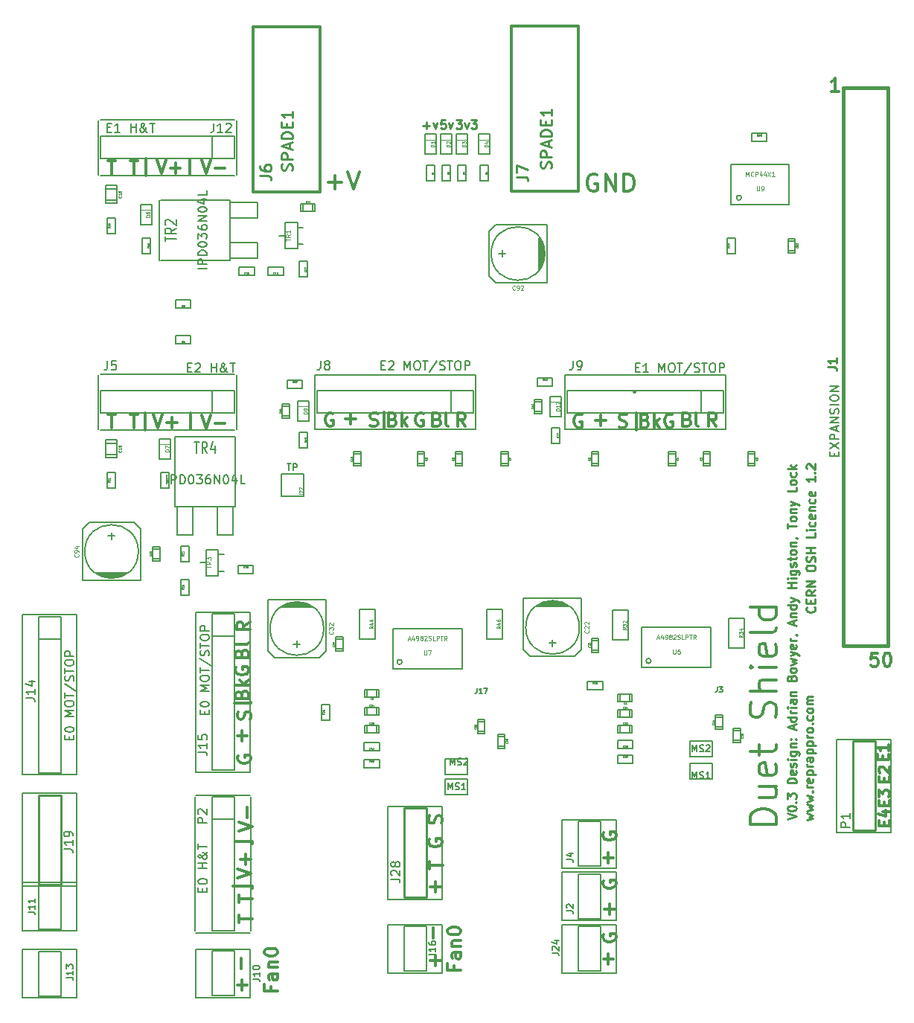
<source format=gto>
G04 (created by PCBNEW (2013-05-18 BZR 4017)-stable) date Wed 14 Jan 2015 22:46:58 GMT*
%MOIN*%
G04 Gerber Fmt 3.4, Leading zero omitted, Abs format*
%FSLAX34Y34*%
G01*
G70*
G90*
G04 APERTURE LIST*
%ADD10C,0.00590551*%
%ADD11C,0.00984252*%
%ADD12C,0.012*%
%ADD13C,0.011811*%
%ADD14C,0.005*%
%ADD15C,0.0079*%
%ADD16C,0.006*%
%ADD17C,0.0059*%
%ADD18C,0.01*%
%ADD19C,0.015*%
%ADD20C,0.0039*%
%ADD21C,0.008*%
%ADD22C,0.001975*%
%ADD23C,0.002*%
%ADD24C,0.0047*%
%ADD25C,0.0024*%
%ADD26C,0.0016*%
G04 APERTURE END LIST*
G54D10*
G54D11*
X51031Y-20565D02*
X51275Y-20565D01*
X51143Y-20715D01*
X51200Y-20715D01*
X51237Y-20734D01*
X51256Y-20753D01*
X51275Y-20790D01*
X51275Y-20884D01*
X51256Y-20921D01*
X51237Y-20940D01*
X51200Y-20959D01*
X51087Y-20959D01*
X51050Y-20940D01*
X51031Y-20921D01*
X51406Y-20696D02*
X51500Y-20959D01*
X51593Y-20696D01*
X51706Y-20565D02*
X51949Y-20565D01*
X51818Y-20715D01*
X51874Y-20715D01*
X51912Y-20734D01*
X51931Y-20753D01*
X51949Y-20790D01*
X51949Y-20884D01*
X51931Y-20921D01*
X51912Y-20940D01*
X51874Y-20959D01*
X51762Y-20959D01*
X51724Y-20940D01*
X51706Y-20921D01*
X50543Y-20565D02*
X50356Y-20565D01*
X50337Y-20753D01*
X50356Y-20734D01*
X50393Y-20715D01*
X50487Y-20715D01*
X50525Y-20734D01*
X50543Y-20753D01*
X50562Y-20790D01*
X50562Y-20884D01*
X50543Y-20921D01*
X50525Y-20940D01*
X50487Y-20959D01*
X50393Y-20959D01*
X50356Y-20940D01*
X50337Y-20921D01*
X50693Y-20696D02*
X50787Y-20959D01*
X50881Y-20696D01*
X49550Y-20809D02*
X49850Y-20809D01*
X49700Y-20959D02*
X49700Y-20659D01*
X49999Y-20696D02*
X50093Y-20959D01*
X50187Y-20696D01*
G54D12*
X50014Y-57228D02*
X50014Y-56771D01*
X42728Y-59392D02*
X42728Y-59592D01*
X43042Y-59592D02*
X42442Y-59592D01*
X42442Y-59307D01*
X43042Y-58821D02*
X42728Y-58821D01*
X42671Y-58849D01*
X42642Y-58907D01*
X42642Y-59021D01*
X42671Y-59078D01*
X43014Y-58821D02*
X43042Y-58878D01*
X43042Y-59021D01*
X43014Y-59078D01*
X42957Y-59107D01*
X42900Y-59107D01*
X42842Y-59078D01*
X42814Y-59021D01*
X42814Y-58878D01*
X42785Y-58821D01*
X42642Y-58535D02*
X43042Y-58535D01*
X42700Y-58535D02*
X42671Y-58507D01*
X42642Y-58450D01*
X42642Y-58364D01*
X42671Y-58307D01*
X42728Y-58278D01*
X43042Y-58278D01*
X42442Y-57878D02*
X42442Y-57821D01*
X42471Y-57764D01*
X42500Y-57735D01*
X42557Y-57707D01*
X42671Y-57678D01*
X42814Y-57678D01*
X42928Y-57707D01*
X42985Y-57735D01*
X43014Y-57764D01*
X43042Y-57821D01*
X43042Y-57878D01*
X43014Y-57935D01*
X42985Y-57964D01*
X42928Y-57992D01*
X42814Y-58021D01*
X42671Y-58021D01*
X42557Y-57992D01*
X42500Y-57964D01*
X42471Y-57935D01*
X42442Y-57878D01*
X50928Y-58442D02*
X50928Y-58642D01*
X51242Y-58642D02*
X50642Y-58642D01*
X50642Y-58357D01*
X51242Y-57871D02*
X50928Y-57871D01*
X50871Y-57899D01*
X50842Y-57957D01*
X50842Y-58071D01*
X50871Y-58128D01*
X51214Y-57871D02*
X51242Y-57928D01*
X51242Y-58071D01*
X51214Y-58128D01*
X51157Y-58157D01*
X51100Y-58157D01*
X51042Y-58128D01*
X51014Y-58071D01*
X51014Y-57928D01*
X50985Y-57871D01*
X50842Y-57585D02*
X51242Y-57585D01*
X50900Y-57585D02*
X50871Y-57557D01*
X50842Y-57500D01*
X50842Y-57414D01*
X50871Y-57357D01*
X50928Y-57328D01*
X51242Y-57328D01*
X50642Y-56928D02*
X50642Y-56871D01*
X50671Y-56814D01*
X50700Y-56785D01*
X50757Y-56757D01*
X50871Y-56728D01*
X51014Y-56728D01*
X51128Y-56757D01*
X51185Y-56785D01*
X51214Y-56814D01*
X51242Y-56871D01*
X51242Y-56928D01*
X51214Y-56985D01*
X51185Y-57014D01*
X51128Y-57042D01*
X51014Y-57071D01*
X50871Y-57071D01*
X50757Y-57042D01*
X50700Y-57014D01*
X50671Y-56985D01*
X50642Y-56928D01*
G54D11*
X67071Y-42383D02*
X67090Y-42402D01*
X67109Y-42458D01*
X67109Y-42496D01*
X67090Y-42552D01*
X67053Y-42590D01*
X67015Y-42608D01*
X66940Y-42627D01*
X66884Y-42627D01*
X66809Y-42608D01*
X66771Y-42590D01*
X66734Y-42552D01*
X66715Y-42496D01*
X66715Y-42458D01*
X66734Y-42402D01*
X66753Y-42383D01*
X66903Y-42215D02*
X66903Y-42084D01*
X67109Y-42027D02*
X67109Y-42215D01*
X66715Y-42215D01*
X66715Y-42027D01*
X67109Y-41634D02*
X66921Y-41765D01*
X67109Y-41859D02*
X66715Y-41859D01*
X66715Y-41709D01*
X66734Y-41671D01*
X66753Y-41652D01*
X66790Y-41634D01*
X66846Y-41634D01*
X66884Y-41652D01*
X66903Y-41671D01*
X66921Y-41709D01*
X66921Y-41859D01*
X67109Y-41465D02*
X66715Y-41465D01*
X67109Y-41240D01*
X66715Y-41240D01*
X66715Y-40677D02*
X66715Y-40602D01*
X66734Y-40565D01*
X66771Y-40527D01*
X66846Y-40509D01*
X66978Y-40509D01*
X67053Y-40527D01*
X67090Y-40565D01*
X67109Y-40602D01*
X67109Y-40677D01*
X67090Y-40715D01*
X67053Y-40752D01*
X66978Y-40771D01*
X66846Y-40771D01*
X66771Y-40752D01*
X66734Y-40715D01*
X66715Y-40677D01*
X67090Y-40359D02*
X67109Y-40302D01*
X67109Y-40209D01*
X67090Y-40171D01*
X67071Y-40153D01*
X67034Y-40134D01*
X66996Y-40134D01*
X66959Y-40153D01*
X66940Y-40171D01*
X66921Y-40209D01*
X66903Y-40284D01*
X66884Y-40321D01*
X66865Y-40340D01*
X66828Y-40359D01*
X66790Y-40359D01*
X66753Y-40340D01*
X66734Y-40321D01*
X66715Y-40284D01*
X66715Y-40190D01*
X66734Y-40134D01*
X67109Y-39965D02*
X66715Y-39965D01*
X66903Y-39965D02*
X66903Y-39740D01*
X67109Y-39740D02*
X66715Y-39740D01*
X67109Y-39065D02*
X67109Y-39253D01*
X66715Y-39253D01*
X67109Y-38934D02*
X66846Y-38934D01*
X66715Y-38934D02*
X66734Y-38953D01*
X66753Y-38934D01*
X66734Y-38915D01*
X66715Y-38934D01*
X66753Y-38934D01*
X67090Y-38578D02*
X67109Y-38615D01*
X67109Y-38690D01*
X67090Y-38728D01*
X67071Y-38746D01*
X67034Y-38765D01*
X66921Y-38765D01*
X66884Y-38746D01*
X66865Y-38728D01*
X66846Y-38690D01*
X66846Y-38615D01*
X66865Y-38578D01*
X67090Y-38259D02*
X67109Y-38297D01*
X67109Y-38371D01*
X67090Y-38409D01*
X67053Y-38428D01*
X66903Y-38428D01*
X66865Y-38409D01*
X66846Y-38371D01*
X66846Y-38297D01*
X66865Y-38259D01*
X66903Y-38240D01*
X66940Y-38240D01*
X66978Y-38428D01*
X66846Y-38072D02*
X67109Y-38072D01*
X66884Y-38072D02*
X66865Y-38053D01*
X66846Y-38015D01*
X66846Y-37959D01*
X66865Y-37922D01*
X66903Y-37903D01*
X67109Y-37903D01*
X67090Y-37547D02*
X67109Y-37584D01*
X67109Y-37659D01*
X67090Y-37697D01*
X67071Y-37715D01*
X67034Y-37734D01*
X66921Y-37734D01*
X66884Y-37715D01*
X66865Y-37697D01*
X66846Y-37659D01*
X66846Y-37584D01*
X66865Y-37547D01*
X67090Y-37228D02*
X67109Y-37265D01*
X67109Y-37340D01*
X67090Y-37378D01*
X67053Y-37397D01*
X66903Y-37397D01*
X66865Y-37378D01*
X66846Y-37340D01*
X66846Y-37265D01*
X66865Y-37228D01*
X66903Y-37209D01*
X66940Y-37209D01*
X66978Y-37397D01*
X67109Y-36534D02*
X67109Y-36759D01*
X67109Y-36647D02*
X66715Y-36647D01*
X66771Y-36684D01*
X66809Y-36722D01*
X66828Y-36759D01*
X67071Y-36365D02*
X67090Y-36347D01*
X67109Y-36365D01*
X67090Y-36384D01*
X67071Y-36365D01*
X67109Y-36365D01*
X66753Y-36197D02*
X66734Y-36178D01*
X66715Y-36141D01*
X66715Y-36047D01*
X66734Y-36009D01*
X66753Y-35991D01*
X66790Y-35972D01*
X66828Y-35972D01*
X66884Y-35991D01*
X67109Y-36216D01*
X67109Y-35972D01*
X66746Y-51934D02*
X67009Y-51859D01*
X66821Y-51784D01*
X67009Y-51709D01*
X66746Y-51634D01*
X66746Y-51521D02*
X67009Y-51446D01*
X66821Y-51371D01*
X67009Y-51296D01*
X66746Y-51221D01*
X66746Y-51109D02*
X67009Y-51034D01*
X66821Y-50959D01*
X67009Y-50884D01*
X66746Y-50809D01*
X66971Y-50659D02*
X66990Y-50640D01*
X67009Y-50659D01*
X66990Y-50677D01*
X66971Y-50659D01*
X67009Y-50659D01*
X67009Y-50471D02*
X66746Y-50471D01*
X66821Y-50471D02*
X66784Y-50452D01*
X66765Y-50434D01*
X66746Y-50396D01*
X66746Y-50359D01*
X66990Y-50078D02*
X67009Y-50115D01*
X67009Y-50190D01*
X66990Y-50227D01*
X66953Y-50246D01*
X66803Y-50246D01*
X66765Y-50227D01*
X66746Y-50190D01*
X66746Y-50115D01*
X66765Y-50078D01*
X66803Y-50059D01*
X66840Y-50059D01*
X66878Y-50246D01*
X66746Y-49890D02*
X67140Y-49890D01*
X66765Y-49890D02*
X66746Y-49853D01*
X66746Y-49778D01*
X66765Y-49740D01*
X66784Y-49721D01*
X66821Y-49703D01*
X66934Y-49703D01*
X66971Y-49721D01*
X66990Y-49740D01*
X67009Y-49778D01*
X67009Y-49853D01*
X66990Y-49890D01*
X67009Y-49534D02*
X66746Y-49534D01*
X66821Y-49534D02*
X66784Y-49515D01*
X66765Y-49496D01*
X66746Y-49459D01*
X66746Y-49421D01*
X67009Y-49121D02*
X66803Y-49121D01*
X66765Y-49140D01*
X66746Y-49178D01*
X66746Y-49253D01*
X66765Y-49290D01*
X66990Y-49121D02*
X67009Y-49159D01*
X67009Y-49253D01*
X66990Y-49290D01*
X66953Y-49309D01*
X66915Y-49309D01*
X66878Y-49290D01*
X66859Y-49253D01*
X66859Y-49159D01*
X66840Y-49121D01*
X66746Y-48934D02*
X67140Y-48934D01*
X66765Y-48934D02*
X66746Y-48896D01*
X66746Y-48821D01*
X66765Y-48784D01*
X66784Y-48765D01*
X66821Y-48746D01*
X66934Y-48746D01*
X66971Y-48765D01*
X66990Y-48784D01*
X67009Y-48821D01*
X67009Y-48896D01*
X66990Y-48934D01*
X66746Y-48578D02*
X67140Y-48578D01*
X66765Y-48578D02*
X66746Y-48540D01*
X66746Y-48465D01*
X66765Y-48428D01*
X66784Y-48409D01*
X66821Y-48390D01*
X66934Y-48390D01*
X66971Y-48409D01*
X66990Y-48428D01*
X67009Y-48465D01*
X67009Y-48540D01*
X66990Y-48578D01*
X67009Y-48221D02*
X66746Y-48221D01*
X66821Y-48221D02*
X66784Y-48203D01*
X66765Y-48184D01*
X66746Y-48147D01*
X66746Y-48109D01*
X67009Y-47922D02*
X66990Y-47959D01*
X66971Y-47978D01*
X66934Y-47997D01*
X66821Y-47997D01*
X66784Y-47978D01*
X66765Y-47959D01*
X66746Y-47922D01*
X66746Y-47865D01*
X66765Y-47828D01*
X66784Y-47809D01*
X66821Y-47790D01*
X66934Y-47790D01*
X66971Y-47809D01*
X66990Y-47828D01*
X67009Y-47865D01*
X67009Y-47922D01*
X66971Y-47622D02*
X66990Y-47603D01*
X67009Y-47622D01*
X66990Y-47640D01*
X66971Y-47622D01*
X67009Y-47622D01*
X66990Y-47265D02*
X67009Y-47303D01*
X67009Y-47378D01*
X66990Y-47415D01*
X66971Y-47434D01*
X66934Y-47453D01*
X66821Y-47453D01*
X66784Y-47434D01*
X66765Y-47415D01*
X66746Y-47378D01*
X66746Y-47303D01*
X66765Y-47265D01*
X67009Y-47040D02*
X66990Y-47078D01*
X66971Y-47097D01*
X66934Y-47115D01*
X66821Y-47115D01*
X66784Y-47097D01*
X66765Y-47078D01*
X66746Y-47040D01*
X66746Y-46984D01*
X66765Y-46947D01*
X66784Y-46928D01*
X66821Y-46909D01*
X66934Y-46909D01*
X66971Y-46928D01*
X66990Y-46947D01*
X67009Y-46984D01*
X67009Y-47040D01*
X67009Y-46740D02*
X66746Y-46740D01*
X66784Y-46740D02*
X66765Y-46722D01*
X66746Y-46684D01*
X66746Y-46628D01*
X66765Y-46590D01*
X66803Y-46572D01*
X67009Y-46572D01*
X66803Y-46572D02*
X66765Y-46553D01*
X66746Y-46515D01*
X66746Y-46459D01*
X66765Y-46422D01*
X66803Y-46403D01*
X67009Y-46403D01*
X65865Y-51899D02*
X66259Y-51767D01*
X65865Y-51636D01*
X65865Y-51430D02*
X65865Y-51392D01*
X65884Y-51355D01*
X65903Y-51336D01*
X65940Y-51317D01*
X66015Y-51299D01*
X66109Y-51299D01*
X66184Y-51317D01*
X66221Y-51336D01*
X66240Y-51355D01*
X66259Y-51392D01*
X66259Y-51430D01*
X66240Y-51467D01*
X66221Y-51486D01*
X66184Y-51505D01*
X66109Y-51524D01*
X66015Y-51524D01*
X65940Y-51505D01*
X65903Y-51486D01*
X65884Y-51467D01*
X65865Y-51430D01*
X66221Y-51130D02*
X66240Y-51111D01*
X66259Y-51130D01*
X66240Y-51149D01*
X66221Y-51130D01*
X66259Y-51130D01*
X65865Y-50980D02*
X65865Y-50736D01*
X66015Y-50867D01*
X66015Y-50811D01*
X66034Y-50774D01*
X66053Y-50755D01*
X66090Y-50736D01*
X66184Y-50736D01*
X66221Y-50755D01*
X66240Y-50774D01*
X66259Y-50811D01*
X66259Y-50924D01*
X66240Y-50961D01*
X66221Y-50980D01*
X66259Y-50267D02*
X65865Y-50267D01*
X65865Y-50174D01*
X65884Y-50117D01*
X65921Y-50080D01*
X65959Y-50061D01*
X66034Y-50042D01*
X66090Y-50042D01*
X66165Y-50061D01*
X66203Y-50080D01*
X66240Y-50117D01*
X66259Y-50174D01*
X66259Y-50267D01*
X66240Y-49724D02*
X66259Y-49761D01*
X66259Y-49836D01*
X66240Y-49874D01*
X66203Y-49893D01*
X66053Y-49893D01*
X66015Y-49874D01*
X65996Y-49836D01*
X65996Y-49761D01*
X66015Y-49724D01*
X66053Y-49705D01*
X66090Y-49705D01*
X66128Y-49893D01*
X66240Y-49555D02*
X66259Y-49518D01*
X66259Y-49443D01*
X66240Y-49405D01*
X66203Y-49386D01*
X66184Y-49386D01*
X66146Y-49405D01*
X66128Y-49443D01*
X66128Y-49499D01*
X66109Y-49536D01*
X66071Y-49555D01*
X66053Y-49555D01*
X66015Y-49536D01*
X65996Y-49499D01*
X65996Y-49443D01*
X66015Y-49405D01*
X66259Y-49218D02*
X65996Y-49218D01*
X65865Y-49218D02*
X65884Y-49236D01*
X65903Y-49218D01*
X65884Y-49199D01*
X65865Y-49218D01*
X65903Y-49218D01*
X65996Y-48861D02*
X66315Y-48861D01*
X66353Y-48880D01*
X66371Y-48899D01*
X66390Y-48936D01*
X66390Y-48993D01*
X66371Y-49030D01*
X66240Y-48861D02*
X66259Y-48899D01*
X66259Y-48974D01*
X66240Y-49011D01*
X66221Y-49030D01*
X66184Y-49049D01*
X66071Y-49049D01*
X66034Y-49030D01*
X66015Y-49011D01*
X65996Y-48974D01*
X65996Y-48899D01*
X66015Y-48861D01*
X65996Y-48674D02*
X66259Y-48674D01*
X66034Y-48674D02*
X66015Y-48655D01*
X65996Y-48618D01*
X65996Y-48561D01*
X66015Y-48524D01*
X66053Y-48505D01*
X66259Y-48505D01*
X66221Y-48318D02*
X66240Y-48299D01*
X66259Y-48318D01*
X66240Y-48336D01*
X66221Y-48318D01*
X66259Y-48318D01*
X66015Y-48318D02*
X66034Y-48299D01*
X66053Y-48318D01*
X66034Y-48336D01*
X66015Y-48318D01*
X66053Y-48318D01*
X66146Y-47849D02*
X66146Y-47662D01*
X66259Y-47887D02*
X65865Y-47755D01*
X66259Y-47624D01*
X66259Y-47324D02*
X65865Y-47324D01*
X66240Y-47324D02*
X66259Y-47362D01*
X66259Y-47437D01*
X66240Y-47474D01*
X66221Y-47493D01*
X66184Y-47512D01*
X66071Y-47512D01*
X66034Y-47493D01*
X66015Y-47474D01*
X65996Y-47437D01*
X65996Y-47362D01*
X66015Y-47324D01*
X66259Y-47137D02*
X65996Y-47137D01*
X66071Y-47137D02*
X66034Y-47118D01*
X66015Y-47099D01*
X65996Y-47062D01*
X65996Y-47024D01*
X66259Y-46893D02*
X65996Y-46893D01*
X65865Y-46893D02*
X65884Y-46912D01*
X65903Y-46893D01*
X65884Y-46874D01*
X65865Y-46893D01*
X65903Y-46893D01*
X66259Y-46537D02*
X66053Y-46537D01*
X66015Y-46555D01*
X65996Y-46593D01*
X65996Y-46668D01*
X66015Y-46705D01*
X66240Y-46537D02*
X66259Y-46574D01*
X66259Y-46668D01*
X66240Y-46705D01*
X66203Y-46724D01*
X66165Y-46724D01*
X66128Y-46705D01*
X66109Y-46668D01*
X66109Y-46574D01*
X66090Y-46537D01*
X65996Y-46349D02*
X66259Y-46349D01*
X66034Y-46349D02*
X66015Y-46330D01*
X65996Y-46293D01*
X65996Y-46237D01*
X66015Y-46199D01*
X66053Y-46180D01*
X66259Y-46180D01*
X66053Y-45562D02*
X66071Y-45506D01*
X66090Y-45487D01*
X66128Y-45468D01*
X66184Y-45468D01*
X66221Y-45487D01*
X66240Y-45506D01*
X66259Y-45543D01*
X66259Y-45693D01*
X65865Y-45693D01*
X65865Y-45562D01*
X65884Y-45524D01*
X65903Y-45506D01*
X65940Y-45487D01*
X65978Y-45487D01*
X66015Y-45506D01*
X66034Y-45524D01*
X66053Y-45562D01*
X66053Y-45693D01*
X66259Y-45243D02*
X66240Y-45281D01*
X66221Y-45299D01*
X66184Y-45318D01*
X66071Y-45318D01*
X66034Y-45299D01*
X66015Y-45281D01*
X65996Y-45243D01*
X65996Y-45187D01*
X66015Y-45149D01*
X66034Y-45131D01*
X66071Y-45112D01*
X66184Y-45112D01*
X66221Y-45131D01*
X66240Y-45149D01*
X66259Y-45187D01*
X66259Y-45243D01*
X65996Y-44981D02*
X66259Y-44906D01*
X66071Y-44831D01*
X66259Y-44756D01*
X65996Y-44681D01*
X65996Y-44568D02*
X66259Y-44474D01*
X65996Y-44381D02*
X66259Y-44474D01*
X66353Y-44512D01*
X66371Y-44531D01*
X66390Y-44568D01*
X66240Y-44081D02*
X66259Y-44118D01*
X66259Y-44193D01*
X66240Y-44231D01*
X66203Y-44249D01*
X66053Y-44249D01*
X66015Y-44231D01*
X65996Y-44193D01*
X65996Y-44118D01*
X66015Y-44081D01*
X66053Y-44062D01*
X66090Y-44062D01*
X66128Y-44249D01*
X66259Y-43893D02*
X65996Y-43893D01*
X66071Y-43893D02*
X66034Y-43875D01*
X66015Y-43856D01*
X65996Y-43818D01*
X65996Y-43781D01*
X66240Y-43631D02*
X66259Y-43631D01*
X66296Y-43650D01*
X66315Y-43668D01*
X66146Y-43181D02*
X66146Y-42993D01*
X66259Y-43218D02*
X65865Y-43087D01*
X66259Y-42956D01*
X65996Y-42825D02*
X66259Y-42825D01*
X66034Y-42825D02*
X66015Y-42806D01*
X65996Y-42768D01*
X65996Y-42712D01*
X66015Y-42675D01*
X66053Y-42656D01*
X66259Y-42656D01*
X66259Y-42300D02*
X65865Y-42300D01*
X66240Y-42300D02*
X66259Y-42337D01*
X66259Y-42412D01*
X66240Y-42450D01*
X66221Y-42468D01*
X66184Y-42487D01*
X66071Y-42487D01*
X66034Y-42468D01*
X66015Y-42450D01*
X65996Y-42412D01*
X65996Y-42337D01*
X66015Y-42300D01*
X65996Y-42150D02*
X66259Y-42056D01*
X65996Y-41962D02*
X66259Y-42056D01*
X66353Y-42093D01*
X66371Y-42112D01*
X66390Y-42150D01*
X66259Y-41512D02*
X65865Y-41512D01*
X66053Y-41512D02*
X66053Y-41287D01*
X66259Y-41287D02*
X65865Y-41287D01*
X66259Y-41100D02*
X65996Y-41100D01*
X65865Y-41100D02*
X65884Y-41119D01*
X65903Y-41100D01*
X65884Y-41081D01*
X65865Y-41100D01*
X65903Y-41100D01*
X65996Y-40744D02*
X66315Y-40744D01*
X66353Y-40762D01*
X66371Y-40781D01*
X66390Y-40819D01*
X66390Y-40875D01*
X66371Y-40912D01*
X66240Y-40744D02*
X66259Y-40781D01*
X66259Y-40856D01*
X66240Y-40894D01*
X66221Y-40912D01*
X66184Y-40931D01*
X66071Y-40931D01*
X66034Y-40912D01*
X66015Y-40894D01*
X65996Y-40856D01*
X65996Y-40781D01*
X66015Y-40744D01*
X66240Y-40575D02*
X66259Y-40537D01*
X66259Y-40462D01*
X66240Y-40425D01*
X66203Y-40406D01*
X66184Y-40406D01*
X66146Y-40425D01*
X66128Y-40462D01*
X66128Y-40519D01*
X66109Y-40556D01*
X66071Y-40575D01*
X66053Y-40575D01*
X66015Y-40556D01*
X65996Y-40519D01*
X65996Y-40462D01*
X66015Y-40425D01*
X65996Y-40294D02*
X65996Y-40144D01*
X65865Y-40237D02*
X66203Y-40237D01*
X66240Y-40219D01*
X66259Y-40181D01*
X66259Y-40144D01*
X66259Y-39956D02*
X66240Y-39994D01*
X66221Y-40012D01*
X66184Y-40031D01*
X66071Y-40031D01*
X66034Y-40012D01*
X66015Y-39994D01*
X65996Y-39956D01*
X65996Y-39900D01*
X66015Y-39863D01*
X66034Y-39844D01*
X66071Y-39825D01*
X66184Y-39825D01*
X66221Y-39844D01*
X66240Y-39863D01*
X66259Y-39900D01*
X66259Y-39956D01*
X65996Y-39656D02*
X66259Y-39656D01*
X66034Y-39656D02*
X66015Y-39638D01*
X65996Y-39600D01*
X65996Y-39544D01*
X66015Y-39506D01*
X66053Y-39488D01*
X66259Y-39488D01*
X66240Y-39281D02*
X66259Y-39281D01*
X66296Y-39300D01*
X66315Y-39319D01*
X65865Y-38869D02*
X65865Y-38644D01*
X66259Y-38756D02*
X65865Y-38756D01*
X66259Y-38456D02*
X66240Y-38494D01*
X66221Y-38513D01*
X66184Y-38531D01*
X66071Y-38531D01*
X66034Y-38513D01*
X66015Y-38494D01*
X65996Y-38456D01*
X65996Y-38400D01*
X66015Y-38363D01*
X66034Y-38344D01*
X66071Y-38325D01*
X66184Y-38325D01*
X66221Y-38344D01*
X66240Y-38363D01*
X66259Y-38400D01*
X66259Y-38456D01*
X65996Y-38156D02*
X66259Y-38156D01*
X66034Y-38156D02*
X66015Y-38138D01*
X65996Y-38100D01*
X65996Y-38044D01*
X66015Y-38006D01*
X66053Y-37988D01*
X66259Y-37988D01*
X65996Y-37838D02*
X66259Y-37744D01*
X65996Y-37650D02*
X66259Y-37744D01*
X66353Y-37782D01*
X66371Y-37800D01*
X66390Y-37838D01*
X66259Y-37013D02*
X66259Y-37200D01*
X65865Y-37200D01*
X66259Y-36825D02*
X66240Y-36863D01*
X66221Y-36882D01*
X66184Y-36900D01*
X66071Y-36900D01*
X66034Y-36882D01*
X66015Y-36863D01*
X65996Y-36825D01*
X65996Y-36769D01*
X66015Y-36732D01*
X66034Y-36713D01*
X66071Y-36694D01*
X66184Y-36694D01*
X66221Y-36713D01*
X66240Y-36732D01*
X66259Y-36769D01*
X66259Y-36825D01*
X66240Y-36357D02*
X66259Y-36394D01*
X66259Y-36469D01*
X66240Y-36507D01*
X66221Y-36525D01*
X66184Y-36544D01*
X66071Y-36544D01*
X66034Y-36525D01*
X66015Y-36507D01*
X65996Y-36469D01*
X65996Y-36394D01*
X66015Y-36357D01*
X66259Y-36188D02*
X65865Y-36188D01*
X66109Y-36150D02*
X66259Y-36038D01*
X65996Y-36038D02*
X66146Y-36188D01*
G54D12*
X65378Y-52115D02*
X64196Y-52115D01*
X64196Y-51833D01*
X64253Y-51665D01*
X64365Y-51552D01*
X64478Y-51496D01*
X64703Y-51440D01*
X64871Y-51440D01*
X65096Y-51496D01*
X65209Y-51552D01*
X65321Y-51665D01*
X65378Y-51833D01*
X65378Y-52115D01*
X64590Y-50427D02*
X65378Y-50427D01*
X64590Y-50933D02*
X65209Y-50933D01*
X65321Y-50877D01*
X65378Y-50765D01*
X65378Y-50596D01*
X65321Y-50483D01*
X65265Y-50427D01*
X65321Y-49415D02*
X65378Y-49527D01*
X65378Y-49752D01*
X65321Y-49865D01*
X65209Y-49921D01*
X64759Y-49921D01*
X64646Y-49865D01*
X64590Y-49752D01*
X64590Y-49527D01*
X64646Y-49415D01*
X64759Y-49359D01*
X64871Y-49359D01*
X64984Y-49921D01*
X64590Y-49021D02*
X64590Y-48571D01*
X64196Y-48852D02*
X65209Y-48852D01*
X65321Y-48796D01*
X65378Y-48684D01*
X65378Y-48571D01*
X65321Y-47334D02*
X65378Y-47165D01*
X65378Y-46884D01*
X65321Y-46771D01*
X65265Y-46715D01*
X65153Y-46659D01*
X65040Y-46659D01*
X64928Y-46715D01*
X64871Y-46771D01*
X64815Y-46884D01*
X64759Y-47109D01*
X64703Y-47221D01*
X64646Y-47278D01*
X64534Y-47334D01*
X64421Y-47334D01*
X64309Y-47278D01*
X64253Y-47221D01*
X64196Y-47109D01*
X64196Y-46828D01*
X64253Y-46659D01*
X65378Y-46153D02*
X64196Y-46153D01*
X65378Y-45647D02*
X64759Y-45647D01*
X64646Y-45703D01*
X64590Y-45815D01*
X64590Y-45984D01*
X64646Y-46097D01*
X64703Y-46153D01*
X65378Y-45084D02*
X64590Y-45084D01*
X64196Y-45084D02*
X64253Y-45140D01*
X64309Y-45084D01*
X64253Y-45028D01*
X64196Y-45084D01*
X64309Y-45084D01*
X65321Y-44072D02*
X65378Y-44184D01*
X65378Y-44409D01*
X65321Y-44522D01*
X65209Y-44578D01*
X64759Y-44578D01*
X64646Y-44522D01*
X64590Y-44409D01*
X64590Y-44184D01*
X64646Y-44072D01*
X64759Y-44016D01*
X64871Y-44016D01*
X64984Y-44578D01*
X65378Y-43341D02*
X65321Y-43453D01*
X65209Y-43509D01*
X64196Y-43509D01*
X65378Y-42384D02*
X64196Y-42384D01*
X65321Y-42384D02*
X65378Y-42497D01*
X65378Y-42722D01*
X65321Y-42834D01*
X65265Y-42891D01*
X65153Y-42947D01*
X64815Y-42947D01*
X64703Y-42891D01*
X64646Y-42834D01*
X64590Y-42722D01*
X64590Y-42497D01*
X64646Y-42384D01*
X62685Y-34292D02*
X62485Y-34007D01*
X62342Y-34292D02*
X62342Y-33692D01*
X62571Y-33692D01*
X62628Y-33721D01*
X62657Y-33750D01*
X62685Y-33807D01*
X62685Y-33892D01*
X62657Y-33950D01*
X62628Y-33978D01*
X62571Y-34007D01*
X62342Y-34007D01*
X61385Y-33978D02*
X61471Y-34007D01*
X61500Y-34035D01*
X61528Y-34092D01*
X61528Y-34178D01*
X61500Y-34235D01*
X61471Y-34264D01*
X61414Y-34292D01*
X61185Y-34292D01*
X61185Y-33692D01*
X61385Y-33692D01*
X61442Y-33721D01*
X61471Y-33750D01*
X61500Y-33807D01*
X61500Y-33864D01*
X61471Y-33921D01*
X61442Y-33950D01*
X61385Y-33978D01*
X61185Y-33978D01*
X61871Y-34292D02*
X61814Y-34264D01*
X61785Y-34207D01*
X61785Y-33692D01*
X60707Y-33771D02*
X60650Y-33742D01*
X60564Y-33742D01*
X60478Y-33771D01*
X60421Y-33828D01*
X60392Y-33885D01*
X60364Y-34000D01*
X60364Y-34085D01*
X60392Y-34200D01*
X60421Y-34257D01*
X60478Y-34314D01*
X60564Y-34342D01*
X60621Y-34342D01*
X60707Y-34314D01*
X60735Y-34285D01*
X60735Y-34085D01*
X60621Y-34085D01*
X59500Y-34028D02*
X59585Y-34057D01*
X59614Y-34085D01*
X59642Y-34142D01*
X59642Y-34228D01*
X59614Y-34285D01*
X59585Y-34314D01*
X59528Y-34342D01*
X59300Y-34342D01*
X59300Y-33742D01*
X59500Y-33742D01*
X59557Y-33771D01*
X59585Y-33800D01*
X59614Y-33857D01*
X59614Y-33914D01*
X59585Y-33971D01*
X59557Y-34000D01*
X59500Y-34028D01*
X59300Y-34028D01*
X59900Y-34342D02*
X59900Y-33742D01*
X59957Y-34114D02*
X60128Y-34342D01*
X60128Y-33942D02*
X59900Y-34171D01*
X51435Y-34292D02*
X51235Y-34007D01*
X51092Y-34292D02*
X51092Y-33692D01*
X51321Y-33692D01*
X51378Y-33721D01*
X51407Y-33750D01*
X51435Y-33807D01*
X51435Y-33892D01*
X51407Y-33950D01*
X51378Y-33978D01*
X51321Y-34007D01*
X51092Y-34007D01*
X50185Y-33978D02*
X50271Y-34007D01*
X50300Y-34035D01*
X50328Y-34092D01*
X50328Y-34178D01*
X50300Y-34235D01*
X50271Y-34264D01*
X50214Y-34292D01*
X49985Y-34292D01*
X49985Y-33692D01*
X50185Y-33692D01*
X50242Y-33721D01*
X50271Y-33750D01*
X50300Y-33807D01*
X50300Y-33864D01*
X50271Y-33921D01*
X50242Y-33950D01*
X50185Y-33978D01*
X49985Y-33978D01*
X50671Y-34292D02*
X50614Y-34264D01*
X50585Y-34207D01*
X50585Y-33692D01*
X49557Y-33721D02*
X49500Y-33692D01*
X49414Y-33692D01*
X49328Y-33721D01*
X49271Y-33778D01*
X49242Y-33835D01*
X49214Y-33950D01*
X49214Y-34035D01*
X49242Y-34150D01*
X49271Y-34207D01*
X49328Y-34264D01*
X49414Y-34292D01*
X49471Y-34292D01*
X49557Y-34264D01*
X49585Y-34235D01*
X49585Y-34035D01*
X49471Y-34035D01*
X48200Y-33978D02*
X48285Y-34007D01*
X48314Y-34035D01*
X48342Y-34092D01*
X48342Y-34178D01*
X48314Y-34235D01*
X48285Y-34264D01*
X48228Y-34292D01*
X48000Y-34292D01*
X48000Y-33692D01*
X48200Y-33692D01*
X48257Y-33721D01*
X48285Y-33750D01*
X48314Y-33807D01*
X48314Y-33864D01*
X48285Y-33921D01*
X48257Y-33950D01*
X48200Y-33978D01*
X48000Y-33978D01*
X48600Y-34292D02*
X48600Y-33692D01*
X48657Y-34064D02*
X48828Y-34292D01*
X48828Y-33892D02*
X48600Y-34121D01*
X41792Y-43064D02*
X41507Y-43264D01*
X41792Y-43407D02*
X41192Y-43407D01*
X41192Y-43178D01*
X41221Y-43121D01*
X41250Y-43092D01*
X41307Y-43064D01*
X41392Y-43064D01*
X41450Y-43092D01*
X41478Y-43121D01*
X41507Y-43178D01*
X41507Y-43407D01*
X41428Y-44464D02*
X41457Y-44378D01*
X41485Y-44350D01*
X41542Y-44321D01*
X41628Y-44321D01*
X41685Y-44350D01*
X41714Y-44378D01*
X41742Y-44435D01*
X41742Y-44664D01*
X41142Y-44664D01*
X41142Y-44464D01*
X41171Y-44407D01*
X41200Y-44378D01*
X41257Y-44350D01*
X41314Y-44350D01*
X41371Y-44378D01*
X41400Y-44407D01*
X41428Y-44464D01*
X41428Y-44664D01*
X41742Y-43978D02*
X41714Y-44035D01*
X41657Y-44064D01*
X41142Y-44064D01*
X41171Y-45092D02*
X41142Y-45150D01*
X41142Y-45235D01*
X41171Y-45321D01*
X41228Y-45378D01*
X41285Y-45407D01*
X41400Y-45435D01*
X41485Y-45435D01*
X41600Y-45407D01*
X41657Y-45378D01*
X41714Y-45321D01*
X41742Y-45235D01*
X41742Y-45178D01*
X41714Y-45092D01*
X41685Y-45064D01*
X41485Y-45064D01*
X41485Y-45178D01*
X41428Y-46300D02*
X41457Y-46214D01*
X41485Y-46185D01*
X41542Y-46157D01*
X41628Y-46157D01*
X41685Y-46185D01*
X41714Y-46214D01*
X41742Y-46271D01*
X41742Y-46500D01*
X41142Y-46500D01*
X41142Y-46300D01*
X41171Y-46242D01*
X41200Y-46214D01*
X41257Y-46185D01*
X41314Y-46185D01*
X41371Y-46214D01*
X41400Y-46242D01*
X41428Y-46300D01*
X41428Y-46500D01*
X41742Y-45900D02*
X41142Y-45900D01*
X41514Y-45842D02*
X41742Y-45671D01*
X41342Y-45671D02*
X41571Y-45900D01*
X57671Y-55914D02*
X58128Y-55914D01*
X57900Y-56142D02*
X57900Y-55685D01*
X57621Y-53614D02*
X58078Y-53614D01*
X57850Y-53842D02*
X57850Y-53385D01*
X57621Y-54642D02*
X57592Y-54700D01*
X57592Y-54785D01*
X57621Y-54871D01*
X57678Y-54928D01*
X57735Y-54957D01*
X57850Y-54985D01*
X57935Y-54985D01*
X58050Y-54957D01*
X58107Y-54928D01*
X58164Y-54871D01*
X58192Y-54785D01*
X58192Y-54728D01*
X58164Y-54642D01*
X58135Y-54614D01*
X57935Y-54614D01*
X57935Y-54728D01*
X57621Y-52492D02*
X57592Y-52550D01*
X57592Y-52635D01*
X57621Y-52721D01*
X57678Y-52778D01*
X57735Y-52807D01*
X57850Y-52835D01*
X57935Y-52835D01*
X58050Y-52807D01*
X58107Y-52778D01*
X58164Y-52721D01*
X58192Y-52635D01*
X58192Y-52578D01*
X58164Y-52492D01*
X58135Y-52464D01*
X57935Y-52464D01*
X57935Y-52578D01*
X45312Y-23368D02*
X45912Y-23368D01*
X45612Y-23668D02*
X45612Y-23068D01*
X46174Y-22881D02*
X46437Y-23668D01*
X46699Y-22881D01*
X57350Y-23018D02*
X57275Y-22981D01*
X57162Y-22981D01*
X57050Y-23018D01*
X56975Y-23093D01*
X56937Y-23168D01*
X56900Y-23318D01*
X56900Y-23431D01*
X56937Y-23581D01*
X56975Y-23656D01*
X57050Y-23731D01*
X57162Y-23768D01*
X57237Y-23768D01*
X57350Y-23731D01*
X57387Y-23693D01*
X57387Y-23431D01*
X57237Y-23431D01*
X57725Y-23768D02*
X57725Y-22981D01*
X58174Y-23768D01*
X58174Y-22981D01*
X58549Y-23768D02*
X58549Y-22981D01*
X58737Y-22981D01*
X58849Y-23018D01*
X58924Y-23093D01*
X58962Y-23168D01*
X58999Y-23318D01*
X58999Y-23431D01*
X58962Y-23581D01*
X58924Y-23656D01*
X58849Y-23731D01*
X58737Y-23768D01*
X58549Y-23768D01*
G54D13*
X70193Y-52176D02*
X70193Y-52018D01*
X70441Y-51951D02*
X70441Y-52176D01*
X69968Y-52176D01*
X69968Y-51951D01*
X70126Y-51546D02*
X70441Y-51546D01*
X69946Y-51658D02*
X70283Y-51771D01*
X70283Y-51478D01*
X70193Y-51276D02*
X70193Y-51118D01*
X70441Y-51051D02*
X70441Y-51276D01*
X69968Y-51276D01*
X69968Y-51051D01*
X69968Y-50893D02*
X69968Y-50601D01*
X70148Y-50758D01*
X70148Y-50691D01*
X70171Y-50646D01*
X70193Y-50623D01*
X70238Y-50601D01*
X70351Y-50601D01*
X70396Y-50623D01*
X70418Y-50646D01*
X70441Y-50691D01*
X70441Y-50826D01*
X70418Y-50871D01*
X70396Y-50893D01*
X70193Y-50226D02*
X70193Y-50068D01*
X70441Y-50001D02*
X70441Y-50226D01*
X69968Y-50226D01*
X69968Y-50001D01*
X70013Y-49821D02*
X69991Y-49798D01*
X69968Y-49753D01*
X69968Y-49641D01*
X69991Y-49596D01*
X70013Y-49573D01*
X70058Y-49551D01*
X70103Y-49551D01*
X70171Y-49573D01*
X70441Y-49843D01*
X70441Y-49551D01*
X70143Y-49226D02*
X70143Y-49068D01*
X70391Y-49001D02*
X70391Y-49226D01*
X69918Y-49226D01*
X69918Y-49001D01*
X70391Y-48551D02*
X70391Y-48821D01*
X70391Y-48686D02*
X69918Y-48686D01*
X69986Y-48731D01*
X70031Y-48776D01*
X70053Y-48821D01*
G54D12*
X50364Y-52071D02*
X50392Y-51985D01*
X50392Y-51842D01*
X50364Y-51785D01*
X50335Y-51757D01*
X50278Y-51728D01*
X50221Y-51728D01*
X50164Y-51757D01*
X50135Y-51785D01*
X50107Y-51842D01*
X50078Y-51957D01*
X50050Y-52014D01*
X50021Y-52042D01*
X49964Y-52071D01*
X49907Y-52071D01*
X49850Y-52042D01*
X49821Y-52014D01*
X49792Y-51957D01*
X49792Y-51814D01*
X49821Y-51728D01*
X49842Y-54121D02*
X49842Y-53778D01*
X50442Y-53950D02*
X49842Y-53950D01*
X49871Y-54914D02*
X50328Y-54914D01*
X50100Y-55142D02*
X50100Y-54685D01*
X49821Y-52792D02*
X49792Y-52850D01*
X49792Y-52935D01*
X49821Y-53021D01*
X49878Y-53078D01*
X49935Y-53107D01*
X50050Y-53135D01*
X50135Y-53135D01*
X50250Y-53107D01*
X50307Y-53078D01*
X50364Y-53021D01*
X50392Y-52935D01*
X50392Y-52878D01*
X50364Y-52792D01*
X50335Y-52764D01*
X50135Y-52764D01*
X50135Y-52878D01*
X57621Y-58164D02*
X58078Y-58164D01*
X57850Y-58392D02*
X57850Y-57935D01*
X57621Y-57042D02*
X57592Y-57100D01*
X57592Y-57185D01*
X57621Y-57271D01*
X57678Y-57328D01*
X57735Y-57357D01*
X57850Y-57385D01*
X57935Y-57385D01*
X58050Y-57357D01*
X58107Y-57328D01*
X58164Y-57271D01*
X58192Y-57185D01*
X58192Y-57128D01*
X58164Y-57042D01*
X58135Y-57014D01*
X57935Y-57014D01*
X57935Y-57128D01*
X49871Y-58214D02*
X50328Y-58214D01*
X50100Y-58442D02*
X50100Y-57985D01*
X41414Y-58578D02*
X41414Y-58121D01*
X41221Y-59314D02*
X41678Y-59314D01*
X41450Y-59542D02*
X41450Y-59085D01*
X41814Y-47421D02*
X41842Y-47335D01*
X41842Y-47192D01*
X41814Y-47135D01*
X41785Y-47107D01*
X41728Y-47078D01*
X41671Y-47078D01*
X41614Y-47107D01*
X41585Y-47135D01*
X41557Y-47192D01*
X41528Y-47307D01*
X41500Y-47364D01*
X41471Y-47392D01*
X41414Y-47421D01*
X41357Y-47421D01*
X41300Y-47392D01*
X41271Y-47364D01*
X41242Y-47307D01*
X41242Y-47164D01*
X41271Y-47078D01*
X41221Y-48164D02*
X41678Y-48164D01*
X41450Y-48392D02*
X41450Y-47935D01*
X41271Y-49042D02*
X41242Y-49100D01*
X41242Y-49185D01*
X41271Y-49271D01*
X41328Y-49328D01*
X41385Y-49357D01*
X41500Y-49385D01*
X41585Y-49385D01*
X41700Y-49357D01*
X41757Y-49328D01*
X41814Y-49271D01*
X41842Y-49185D01*
X41842Y-49128D01*
X41814Y-49042D01*
X41785Y-49014D01*
X41585Y-49014D01*
X41585Y-49128D01*
X41292Y-55621D02*
X41292Y-55278D01*
X41892Y-55450D02*
X41292Y-55450D01*
X41292Y-56521D02*
X41292Y-56178D01*
X41892Y-56350D02*
X41292Y-56350D01*
X41292Y-52421D02*
X41892Y-52221D01*
X41292Y-52021D01*
X41664Y-51821D02*
X41664Y-51364D01*
X41242Y-54521D02*
X41842Y-54321D01*
X41242Y-54121D01*
X41614Y-53921D02*
X41614Y-53464D01*
X41842Y-53692D02*
X41385Y-53692D01*
X41900Y-52900D02*
X41900Y-53000D01*
X41150Y-52900D02*
X41900Y-52900D01*
X41900Y-54900D02*
X41900Y-55000D01*
X41050Y-54900D02*
X41900Y-54900D01*
X41850Y-46700D02*
X41850Y-46650D01*
X41100Y-46700D02*
X41850Y-46700D01*
X39150Y-33700D02*
X39150Y-34400D01*
X37100Y-33700D02*
X37100Y-34450D01*
X59000Y-32750D02*
X59050Y-32750D01*
X59100Y-33700D02*
X59100Y-34450D01*
X47800Y-33650D02*
X47800Y-34400D01*
X39100Y-22350D02*
X39100Y-23000D01*
X37150Y-22300D02*
X37150Y-23050D01*
X58328Y-34314D02*
X58414Y-34342D01*
X58557Y-34342D01*
X58614Y-34314D01*
X58642Y-34285D01*
X58671Y-34228D01*
X58671Y-34171D01*
X58642Y-34114D01*
X58614Y-34085D01*
X58557Y-34057D01*
X58442Y-34028D01*
X58385Y-34000D01*
X58357Y-33971D01*
X58328Y-33914D01*
X58328Y-33857D01*
X58357Y-33800D01*
X58385Y-33771D01*
X58442Y-33742D01*
X58585Y-33742D01*
X58671Y-33771D01*
X57271Y-34014D02*
X57728Y-34014D01*
X57500Y-34242D02*
X57500Y-33785D01*
X56657Y-33771D02*
X56600Y-33742D01*
X56514Y-33742D01*
X56428Y-33771D01*
X56371Y-33828D01*
X56342Y-33885D01*
X56314Y-34000D01*
X56314Y-34085D01*
X56342Y-34200D01*
X56371Y-34257D01*
X56428Y-34314D01*
X56514Y-34342D01*
X56571Y-34342D01*
X56657Y-34314D01*
X56685Y-34285D01*
X56685Y-34085D01*
X56571Y-34085D01*
X47178Y-34264D02*
X47264Y-34292D01*
X47407Y-34292D01*
X47464Y-34264D01*
X47492Y-34235D01*
X47521Y-34178D01*
X47521Y-34121D01*
X47492Y-34064D01*
X47464Y-34035D01*
X47407Y-34007D01*
X47292Y-33978D01*
X47235Y-33950D01*
X47207Y-33921D01*
X47178Y-33864D01*
X47178Y-33807D01*
X47207Y-33750D01*
X47235Y-33721D01*
X47292Y-33692D01*
X47435Y-33692D01*
X47521Y-33721D01*
X45507Y-33721D02*
X45450Y-33692D01*
X45364Y-33692D01*
X45278Y-33721D01*
X45221Y-33778D01*
X45192Y-33835D01*
X45164Y-33950D01*
X45164Y-34035D01*
X45192Y-34150D01*
X45221Y-34207D01*
X45278Y-34264D01*
X45364Y-34292D01*
X45421Y-34292D01*
X45507Y-34264D01*
X45535Y-34235D01*
X45535Y-34035D01*
X45421Y-34035D01*
X46071Y-33964D02*
X46528Y-33964D01*
X46300Y-34192D02*
X46300Y-33735D01*
X36428Y-33742D02*
X36771Y-33742D01*
X36600Y-34342D02*
X36600Y-33742D01*
X35428Y-33742D02*
X35771Y-33742D01*
X35600Y-34342D02*
X35600Y-33742D01*
X36428Y-22392D02*
X36771Y-22392D01*
X36600Y-22992D02*
X36600Y-22392D01*
X35428Y-22392D02*
X35771Y-22392D01*
X35600Y-22992D02*
X35600Y-22392D01*
X39628Y-33792D02*
X39828Y-34392D01*
X40028Y-33792D01*
X40228Y-34164D02*
X40685Y-34164D01*
X37478Y-33742D02*
X37678Y-34342D01*
X37878Y-33742D01*
X38078Y-34114D02*
X38535Y-34114D01*
X38307Y-34342D02*
X38307Y-33885D01*
X39628Y-22342D02*
X39828Y-22942D01*
X40028Y-22342D01*
X40228Y-22714D02*
X40685Y-22714D01*
X37628Y-22342D02*
X37828Y-22942D01*
X38028Y-22342D01*
X38228Y-22714D02*
X38685Y-22714D01*
X38457Y-22942D02*
X38457Y-22485D01*
X69907Y-44442D02*
X69621Y-44442D01*
X69592Y-44728D01*
X69621Y-44700D01*
X69678Y-44671D01*
X69821Y-44671D01*
X69878Y-44700D01*
X69907Y-44728D01*
X69935Y-44785D01*
X69935Y-44928D01*
X69907Y-44985D01*
X69878Y-45014D01*
X69821Y-45042D01*
X69678Y-45042D01*
X69621Y-45014D01*
X69592Y-44985D01*
X70307Y-44442D02*
X70364Y-44442D01*
X70421Y-44471D01*
X70450Y-44500D01*
X70478Y-44557D01*
X70507Y-44671D01*
X70507Y-44814D01*
X70478Y-44928D01*
X70450Y-44985D01*
X70421Y-45014D01*
X70364Y-45042D01*
X70307Y-45042D01*
X70250Y-45014D01*
X70221Y-44985D01*
X70192Y-44928D01*
X70164Y-44814D01*
X70164Y-44671D01*
X70192Y-44557D01*
X70221Y-44500D01*
X70250Y-44471D01*
X70307Y-44442D01*
X68171Y-19292D02*
X67828Y-19292D01*
X68000Y-19292D02*
X68000Y-18692D01*
X67942Y-18778D01*
X67885Y-18835D01*
X67828Y-18864D01*
G54D14*
X40900Y-24950D02*
X42150Y-24950D01*
X42150Y-24950D02*
X42150Y-24250D01*
X42150Y-24250D02*
X40900Y-24250D01*
X40900Y-26750D02*
X42150Y-26750D01*
X42150Y-26750D02*
X42150Y-26050D01*
X42150Y-26050D02*
X40900Y-26050D01*
X38500Y-24150D02*
X40900Y-24150D01*
X40900Y-24150D02*
X40900Y-26850D01*
X40900Y-26850D02*
X37800Y-26850D01*
X37750Y-26850D02*
X37750Y-24150D01*
X37800Y-24150D02*
X38500Y-24150D01*
X65950Y-22550D02*
X63350Y-22550D01*
X63350Y-22550D02*
X63350Y-24350D01*
X63350Y-24350D02*
X65950Y-24350D01*
X65950Y-24350D02*
X65950Y-22550D01*
X63811Y-24050D02*
G75*
G03X63811Y-24050I-111J0D01*
G74*
G01*
X43212Y-36420D02*
X44208Y-36420D01*
X43212Y-37424D02*
X44196Y-37424D01*
X43212Y-37423D02*
X43212Y-36423D01*
X44208Y-36424D02*
X44208Y-37424D01*
X40375Y-40025D02*
X40635Y-40025D01*
X40375Y-40775D02*
X40635Y-40775D01*
X39825Y-40400D02*
X39565Y-40400D01*
X39825Y-40990D02*
X39825Y-39810D01*
X39825Y-39810D02*
X40375Y-39810D01*
X40375Y-39810D02*
X40375Y-40990D01*
X40375Y-40990D02*
X39825Y-40990D01*
X43925Y-25375D02*
X44185Y-25375D01*
X43925Y-26125D02*
X44185Y-26125D01*
X43375Y-25750D02*
X43115Y-25750D01*
X43375Y-26340D02*
X43375Y-25160D01*
X43375Y-25160D02*
X43925Y-25160D01*
X43925Y-25160D02*
X43925Y-26340D01*
X43925Y-26340D02*
X43375Y-26340D01*
X50550Y-49900D02*
X51550Y-49900D01*
X51550Y-49200D02*
X50550Y-49200D01*
X51550Y-49200D02*
X51550Y-49900D01*
X50550Y-49900D02*
X50550Y-49200D01*
X62500Y-48400D02*
X61500Y-48400D01*
X61500Y-49100D02*
X62500Y-49100D01*
X61500Y-49100D02*
X61500Y-48400D01*
X62500Y-48400D02*
X62500Y-49100D01*
X62500Y-49400D02*
X61500Y-49400D01*
X61500Y-50100D02*
X62500Y-50100D01*
X61500Y-50100D02*
X61500Y-49400D01*
X62500Y-49400D02*
X62500Y-50100D01*
X50550Y-50800D02*
X51550Y-50800D01*
X51550Y-50100D02*
X50550Y-50100D01*
X51550Y-50100D02*
X51550Y-50800D01*
X50550Y-50800D02*
X50550Y-50100D01*
G54D15*
X53104Y-42481D02*
X53104Y-43819D01*
X53104Y-43819D02*
X52396Y-43819D01*
X52396Y-43819D02*
X52396Y-42481D01*
X52396Y-42481D02*
X53104Y-42481D01*
X47404Y-42481D02*
X47404Y-43819D01*
X47404Y-43819D02*
X46696Y-43819D01*
X46696Y-43819D02*
X46696Y-42481D01*
X46696Y-42481D02*
X47404Y-42481D01*
X63954Y-42881D02*
X63954Y-44219D01*
X63954Y-44219D02*
X63246Y-44219D01*
X63246Y-44219D02*
X63246Y-42881D01*
X63246Y-42881D02*
X63954Y-42881D01*
X58754Y-42531D02*
X58754Y-43869D01*
X58754Y-43869D02*
X58046Y-43869D01*
X58046Y-43869D02*
X58046Y-42531D01*
X58046Y-42531D02*
X58754Y-42531D01*
X54656Y-32113D02*
X55344Y-32113D01*
X55344Y-32113D02*
X55344Y-32487D01*
X55344Y-32487D02*
X54656Y-32487D01*
X54656Y-32487D02*
X54656Y-32113D01*
X47594Y-48837D02*
X46906Y-48837D01*
X46906Y-48837D02*
X46906Y-48463D01*
X46906Y-48463D02*
X47594Y-48463D01*
X47594Y-48463D02*
X47594Y-48837D01*
X43456Y-32213D02*
X44144Y-32213D01*
X44144Y-32213D02*
X44144Y-32587D01*
X44144Y-32587D02*
X43456Y-32587D01*
X43456Y-32587D02*
X43456Y-32213D01*
X64256Y-21163D02*
X64944Y-21163D01*
X64944Y-21163D02*
X64944Y-21537D01*
X64944Y-21537D02*
X64256Y-21537D01*
X64256Y-21537D02*
X64256Y-21163D01*
X41994Y-27537D02*
X41306Y-27537D01*
X41306Y-27537D02*
X41306Y-27163D01*
X41306Y-27163D02*
X41994Y-27163D01*
X41994Y-27163D02*
X41994Y-27537D01*
X35413Y-25644D02*
X35413Y-24956D01*
X35413Y-24956D02*
X35787Y-24956D01*
X35787Y-24956D02*
X35787Y-25644D01*
X35787Y-25644D02*
X35413Y-25644D01*
X35413Y-37044D02*
X35413Y-36356D01*
X35413Y-36356D02*
X35787Y-36356D01*
X35787Y-36356D02*
X35787Y-37044D01*
X35787Y-37044D02*
X35413Y-37044D01*
X37337Y-25856D02*
X37337Y-26544D01*
X37337Y-26544D02*
X36963Y-26544D01*
X36963Y-26544D02*
X36963Y-25856D01*
X36963Y-25856D02*
X37337Y-25856D01*
X38187Y-36356D02*
X38187Y-37044D01*
X38187Y-37044D02*
X37813Y-37044D01*
X37813Y-37044D02*
X37813Y-36356D01*
X37813Y-36356D02*
X38187Y-36356D01*
X38713Y-41844D02*
X38713Y-41156D01*
X38713Y-41156D02*
X39087Y-41156D01*
X39087Y-41156D02*
X39087Y-41844D01*
X39087Y-41844D02*
X38713Y-41844D01*
X44387Y-26906D02*
X44387Y-27594D01*
X44387Y-27594D02*
X44013Y-27594D01*
X44013Y-27594D02*
X44013Y-26906D01*
X44013Y-26906D02*
X44387Y-26906D01*
X41256Y-40513D02*
X41944Y-40513D01*
X41944Y-40513D02*
X41944Y-40887D01*
X41944Y-40887D02*
X41256Y-40887D01*
X41256Y-40887D02*
X41256Y-40513D01*
X38713Y-40344D02*
X38713Y-39656D01*
X38713Y-39656D02*
X39087Y-39656D01*
X39087Y-39656D02*
X39087Y-40344D01*
X39087Y-40344D02*
X38713Y-40344D01*
X58944Y-48737D02*
X58256Y-48737D01*
X58256Y-48737D02*
X58256Y-48363D01*
X58256Y-48363D02*
X58944Y-48363D01*
X58944Y-48363D02*
X58944Y-48737D01*
X58256Y-49013D02*
X58944Y-49013D01*
X58944Y-49013D02*
X58944Y-49387D01*
X58944Y-49387D02*
X58256Y-49387D01*
X58256Y-49387D02*
X58256Y-49013D01*
X56906Y-45713D02*
X57594Y-45713D01*
X57594Y-45713D02*
X57594Y-46087D01*
X57594Y-46087D02*
X56906Y-46087D01*
X56906Y-46087D02*
X56906Y-45713D01*
X45013Y-47444D02*
X45013Y-46756D01*
X45013Y-46756D02*
X45387Y-46756D01*
X45387Y-46756D02*
X45387Y-47444D01*
X45387Y-47444D02*
X45013Y-47444D01*
X46906Y-49213D02*
X47594Y-49213D01*
X47594Y-49213D02*
X47594Y-49587D01*
X47594Y-49587D02*
X46906Y-49587D01*
X46906Y-49587D02*
X46906Y-49213D01*
X43294Y-27537D02*
X42606Y-27537D01*
X42606Y-27537D02*
X42606Y-27163D01*
X42606Y-27163D02*
X43294Y-27163D01*
X43294Y-27163D02*
X43294Y-27537D01*
X44387Y-34556D02*
X44387Y-35244D01*
X44387Y-35244D02*
X44013Y-35244D01*
X44013Y-35244D02*
X44013Y-34556D01*
X44013Y-34556D02*
X44387Y-34556D01*
X55687Y-34356D02*
X55687Y-35044D01*
X55687Y-35044D02*
X55313Y-35044D01*
X55313Y-35044D02*
X55313Y-34356D01*
X55313Y-34356D02*
X55687Y-34356D01*
X63163Y-26544D02*
X63163Y-25856D01*
X63163Y-25856D02*
X63537Y-25856D01*
X63537Y-25856D02*
X63537Y-26544D01*
X63537Y-26544D02*
X63163Y-26544D01*
G54D16*
X41820Y-42609D02*
X41820Y-49791D01*
X41820Y-49791D02*
X39380Y-49791D01*
G54D17*
X39380Y-49791D02*
X39380Y-42609D01*
X39380Y-42609D02*
X41820Y-42609D01*
G54D16*
X41100Y-43700D02*
X40100Y-43700D01*
X41100Y-42700D02*
X41100Y-49700D01*
X41100Y-49700D02*
X40100Y-49700D01*
X40100Y-49700D02*
X40100Y-42700D01*
X40100Y-42700D02*
X41100Y-42700D01*
X34049Y-42722D02*
X34049Y-49904D01*
X34049Y-49904D02*
X31609Y-49904D01*
G54D17*
X31609Y-49904D02*
X31609Y-42722D01*
X31609Y-42722D02*
X34049Y-42722D01*
G54D16*
X33329Y-43813D02*
X32329Y-43813D01*
X33329Y-42813D02*
X33329Y-49813D01*
X33329Y-49813D02*
X32329Y-49813D01*
X32329Y-49813D02*
X32329Y-42813D01*
X32329Y-42813D02*
X33329Y-42813D01*
X63091Y-34420D02*
X55909Y-34420D01*
X55909Y-34420D02*
X55909Y-31980D01*
G54D17*
X55909Y-31980D02*
X63091Y-31980D01*
X63091Y-31980D02*
X63091Y-34420D01*
G54D16*
X62000Y-33700D02*
X62000Y-32700D01*
X63000Y-33700D02*
X56000Y-33700D01*
X56000Y-33700D02*
X56000Y-32700D01*
X56000Y-32700D02*
X63000Y-32700D01*
X63000Y-32700D02*
X63000Y-33700D01*
X51891Y-34420D02*
X44709Y-34420D01*
X44709Y-34420D02*
X44709Y-31980D01*
G54D17*
X44709Y-31980D02*
X51891Y-31980D01*
X51891Y-31980D02*
X51891Y-34420D01*
G54D16*
X50800Y-33700D02*
X50800Y-32700D01*
X51800Y-33700D02*
X44800Y-33700D01*
X44800Y-33700D02*
X44800Y-32700D01*
X44800Y-32700D02*
X51800Y-32700D01*
X51800Y-32700D02*
X51800Y-33700D01*
G54D14*
X41100Y-20550D02*
X35100Y-20550D01*
X41100Y-21300D02*
X35100Y-21300D01*
X41100Y-22300D02*
X35100Y-22300D01*
X41100Y-23050D02*
X35100Y-23050D01*
G54D16*
X35009Y-23020D02*
X35009Y-20580D01*
G54D17*
X41191Y-20580D02*
X41191Y-23020D01*
G54D16*
X40100Y-22300D02*
X40100Y-21300D01*
X35100Y-22300D02*
X35100Y-21300D01*
X41100Y-21300D02*
X41100Y-22300D01*
G54D17*
X68080Y-52491D02*
X68080Y-48309D01*
X68080Y-48309D02*
X70520Y-48309D01*
X70520Y-48309D02*
X70520Y-52491D01*
X70520Y-52491D02*
X68080Y-52491D01*
G54D18*
X69800Y-48400D02*
X69800Y-52400D01*
X68800Y-48400D02*
X68800Y-52400D01*
X68800Y-52400D02*
X69800Y-52400D01*
X69800Y-48400D02*
X68800Y-48400D01*
G54D17*
X50420Y-51309D02*
X50420Y-55491D01*
X50420Y-55491D02*
X47980Y-55491D01*
X47980Y-55491D02*
X47980Y-51309D01*
X47980Y-51309D02*
X50420Y-51309D01*
G54D18*
X48700Y-55400D02*
X48700Y-51400D01*
X49700Y-55400D02*
X49700Y-51400D01*
X49700Y-51400D02*
X48700Y-51400D01*
X48700Y-55400D02*
X49700Y-55400D01*
G54D17*
X34049Y-57722D02*
X34049Y-59904D01*
X34049Y-59904D02*
X31609Y-59904D01*
X31609Y-59904D02*
X31609Y-57722D01*
X31609Y-57722D02*
X34049Y-57722D01*
G54D16*
X32329Y-57813D02*
X33329Y-57813D01*
X33329Y-57813D02*
X33329Y-59813D01*
X33329Y-59813D02*
X32329Y-59813D01*
X32329Y-59813D02*
X32329Y-57813D01*
G54D17*
X58220Y-56609D02*
X58220Y-58791D01*
X58220Y-58791D02*
X55780Y-58791D01*
X55780Y-58791D02*
X55780Y-56609D01*
X55780Y-56609D02*
X58220Y-56609D01*
G54D16*
X56500Y-56700D02*
X57500Y-56700D01*
X57500Y-56700D02*
X57500Y-58700D01*
X57500Y-58700D02*
X56500Y-58700D01*
X56500Y-58700D02*
X56500Y-56700D01*
G54D17*
X58220Y-54259D02*
X58220Y-56441D01*
X58220Y-56441D02*
X55780Y-56441D01*
X55780Y-56441D02*
X55780Y-54259D01*
X55780Y-54259D02*
X58220Y-54259D01*
G54D16*
X56500Y-54350D02*
X57500Y-54350D01*
X57500Y-54350D02*
X57500Y-56350D01*
X57500Y-56350D02*
X56500Y-56350D01*
X56500Y-56350D02*
X56500Y-54350D01*
G54D17*
X58220Y-51909D02*
X58220Y-54091D01*
X58220Y-54091D02*
X55780Y-54091D01*
X55780Y-54091D02*
X55780Y-51909D01*
X55780Y-51909D02*
X58220Y-51909D01*
G54D16*
X56500Y-52000D02*
X57500Y-52000D01*
X57500Y-52000D02*
X57500Y-54000D01*
X57500Y-54000D02*
X56500Y-54000D01*
X56500Y-54000D02*
X56500Y-52000D01*
G54D19*
X68374Y-19139D02*
X70374Y-19139D01*
X70374Y-19139D02*
X70374Y-44139D01*
X70374Y-44139D02*
X68374Y-44139D01*
X68374Y-44139D02*
X68374Y-19139D01*
G54D20*
X38236Y-35103D02*
X37764Y-35103D01*
G54D14*
X38250Y-34850D02*
X38250Y-35750D01*
X38250Y-35750D02*
X37750Y-35750D01*
X37750Y-35750D02*
X37750Y-34850D01*
X37750Y-34850D02*
X38250Y-34850D01*
G54D20*
X37386Y-24603D02*
X36914Y-24603D01*
G54D14*
X37400Y-24350D02*
X37400Y-25250D01*
X37400Y-25250D02*
X36900Y-25250D01*
X36900Y-25250D02*
X36900Y-24350D01*
X36900Y-24350D02*
X37400Y-24350D01*
G54D20*
X44436Y-33403D02*
X43964Y-33403D01*
G54D14*
X44450Y-33150D02*
X44450Y-34050D01*
X44450Y-34050D02*
X43950Y-34050D01*
X43950Y-34050D02*
X43950Y-33150D01*
X43950Y-33150D02*
X44450Y-33150D01*
G54D20*
X55736Y-33203D02*
X55264Y-33203D01*
G54D14*
X55750Y-32950D02*
X55750Y-33850D01*
X55750Y-33850D02*
X55250Y-33850D01*
X55250Y-33850D02*
X55250Y-32950D01*
X55250Y-32950D02*
X55750Y-32950D01*
X40350Y-37900D02*
X40350Y-39150D01*
X40350Y-39150D02*
X41050Y-39150D01*
X41050Y-39150D02*
X41050Y-37900D01*
X38550Y-37900D02*
X38550Y-39150D01*
X38550Y-39150D02*
X39250Y-39150D01*
X39250Y-39150D02*
X39250Y-37900D01*
X41150Y-35500D02*
X41150Y-37900D01*
X41150Y-37900D02*
X38450Y-37900D01*
X38450Y-37900D02*
X38450Y-34800D01*
X38450Y-34750D02*
X41150Y-34750D01*
X41150Y-34800D02*
X41150Y-35500D01*
X54950Y-26850D02*
X54950Y-26250D01*
X54900Y-26100D02*
X54900Y-27000D01*
X54850Y-27100D02*
X54850Y-26000D01*
X54800Y-25900D02*
X54800Y-27200D01*
X54750Y-27250D02*
X54750Y-25850D01*
X55000Y-26550D02*
G75*
G03X55000Y-26550I-1200J0D01*
G74*
G01*
X55100Y-27850D02*
X55100Y-25250D01*
X55100Y-25250D02*
X52800Y-25250D01*
X52800Y-25250D02*
X52500Y-25550D01*
X52500Y-25550D02*
X52500Y-27550D01*
X52500Y-27550D02*
X52800Y-27850D01*
X52800Y-27850D02*
X55100Y-27850D01*
X52950Y-26550D02*
X53250Y-26550D01*
X53100Y-26700D02*
X53100Y-26400D01*
X44200Y-42200D02*
X43600Y-42200D01*
X43450Y-42250D02*
X44350Y-42250D01*
X44450Y-42300D02*
X43350Y-42300D01*
X43250Y-42350D02*
X44550Y-42350D01*
X44600Y-42400D02*
X43200Y-42400D01*
X45100Y-43350D02*
G75*
G03X45100Y-43350I-1200J0D01*
G74*
G01*
X45200Y-42050D02*
X42600Y-42050D01*
X42600Y-42050D02*
X42600Y-44350D01*
X42600Y-44350D02*
X42900Y-44650D01*
X42900Y-44650D02*
X44900Y-44650D01*
X44900Y-44650D02*
X45200Y-44350D01*
X45200Y-44350D02*
X45200Y-42050D01*
X43900Y-44200D02*
X43900Y-43900D01*
X44050Y-44050D02*
X43750Y-44050D01*
X55650Y-42150D02*
X55050Y-42150D01*
X54900Y-42200D02*
X55800Y-42200D01*
X55900Y-42250D02*
X54800Y-42250D01*
X54700Y-42300D02*
X56000Y-42300D01*
X56050Y-42350D02*
X54650Y-42350D01*
X56550Y-43300D02*
G75*
G03X56550Y-43300I-1200J0D01*
G74*
G01*
X56650Y-42000D02*
X54050Y-42000D01*
X54050Y-42000D02*
X54050Y-44300D01*
X54050Y-44300D02*
X54350Y-44600D01*
X54350Y-44600D02*
X56350Y-44600D01*
X56350Y-44600D02*
X56650Y-44300D01*
X56650Y-44300D02*
X56650Y-42000D01*
X55350Y-44150D02*
X55350Y-43850D01*
X55500Y-44000D02*
X55200Y-44000D01*
X35300Y-41050D02*
X35900Y-41050D01*
X36050Y-41000D02*
X35150Y-41000D01*
X35050Y-40950D02*
X36150Y-40950D01*
X36250Y-40900D02*
X34950Y-40900D01*
X34900Y-40850D02*
X36300Y-40850D01*
X36800Y-39900D02*
G75*
G03X36800Y-39900I-1200J0D01*
G74*
G01*
X34300Y-41200D02*
X36900Y-41200D01*
X36900Y-41200D02*
X36900Y-38900D01*
X36900Y-38900D02*
X36600Y-38600D01*
X36600Y-38600D02*
X34600Y-38600D01*
X34600Y-38600D02*
X34300Y-38900D01*
X34300Y-38900D02*
X34300Y-41200D01*
X35600Y-39050D02*
X35600Y-39350D01*
X35450Y-39200D02*
X35750Y-39200D01*
X35850Y-24150D02*
X35350Y-24150D01*
X35850Y-23650D02*
X35360Y-23650D01*
X35850Y-23500D02*
X35850Y-24300D01*
X35850Y-24300D02*
X35350Y-24300D01*
X35350Y-24300D02*
X35350Y-23500D01*
X35350Y-23500D02*
X35850Y-23500D01*
X35850Y-35550D02*
X35350Y-35550D01*
X35850Y-35050D02*
X35360Y-35050D01*
X35850Y-34900D02*
X35850Y-35700D01*
X35850Y-35700D02*
X35350Y-35700D01*
X35350Y-35700D02*
X35350Y-34900D01*
X35350Y-34900D02*
X35850Y-34900D01*
X45960Y-43830D02*
X45640Y-43830D01*
X45650Y-44270D02*
X45960Y-44270D01*
X45640Y-44370D02*
X45640Y-43730D01*
X45640Y-43730D02*
X45960Y-43730D01*
X45960Y-43730D02*
X45960Y-44370D01*
X45960Y-44370D02*
X45640Y-44370D01*
X57410Y-43880D02*
X57090Y-43880D01*
X57100Y-44320D02*
X57410Y-44320D01*
X57090Y-44420D02*
X57090Y-43780D01*
X57090Y-43780D02*
X57410Y-43780D01*
X57410Y-43780D02*
X57410Y-44420D01*
X57410Y-44420D02*
X57090Y-44420D01*
X52310Y-47530D02*
X51990Y-47530D01*
X52000Y-47970D02*
X52310Y-47970D01*
X51990Y-48070D02*
X51990Y-47430D01*
X51990Y-47430D02*
X52310Y-47430D01*
X52310Y-47430D02*
X52310Y-48070D01*
X52310Y-48070D02*
X51990Y-48070D01*
X62960Y-47330D02*
X62640Y-47330D01*
X62650Y-47770D02*
X62960Y-47770D01*
X62640Y-47870D02*
X62640Y-47230D01*
X62640Y-47230D02*
X62960Y-47230D01*
X62960Y-47230D02*
X62960Y-47870D01*
X62960Y-47870D02*
X62640Y-47870D01*
X54860Y-33180D02*
X54540Y-33180D01*
X54550Y-33620D02*
X54860Y-33620D01*
X54540Y-33720D02*
X54540Y-33080D01*
X54540Y-33080D02*
X54860Y-33080D01*
X54860Y-33080D02*
X54860Y-33720D01*
X54860Y-33720D02*
X54540Y-33720D01*
X43560Y-33380D02*
X43240Y-33380D01*
X43250Y-33820D02*
X43560Y-33820D01*
X43240Y-33920D02*
X43240Y-33280D01*
X43240Y-33280D02*
X43560Y-33280D01*
X43560Y-33280D02*
X43560Y-33920D01*
X43560Y-33920D02*
X43240Y-33920D01*
X65890Y-26420D02*
X66210Y-26420D01*
X66200Y-25980D02*
X65890Y-25980D01*
X66210Y-25880D02*
X66210Y-26520D01*
X66210Y-26520D02*
X65890Y-26520D01*
X65890Y-26520D02*
X65890Y-25880D01*
X65890Y-25880D02*
X66210Y-25880D01*
X52890Y-48620D02*
X53210Y-48620D01*
X53200Y-48180D02*
X52890Y-48180D01*
X53210Y-48080D02*
X53210Y-48720D01*
X53210Y-48720D02*
X52890Y-48720D01*
X52890Y-48720D02*
X52890Y-48080D01*
X52890Y-48080D02*
X53210Y-48080D01*
X58820Y-48010D02*
X58820Y-47690D01*
X58380Y-47700D02*
X58380Y-48010D01*
X58280Y-47690D02*
X58920Y-47690D01*
X58920Y-47690D02*
X58920Y-48010D01*
X58920Y-48010D02*
X58280Y-48010D01*
X58280Y-48010D02*
X58280Y-47690D01*
X58820Y-47310D02*
X58820Y-46990D01*
X58380Y-47000D02*
X58380Y-47310D01*
X58280Y-46990D02*
X58920Y-46990D01*
X58920Y-46990D02*
X58920Y-47310D01*
X58920Y-47310D02*
X58280Y-47310D01*
X58280Y-47310D02*
X58280Y-46990D01*
X63440Y-48370D02*
X63760Y-48370D01*
X63750Y-47930D02*
X63440Y-47930D01*
X63760Y-47830D02*
X63760Y-48470D01*
X63760Y-48470D02*
X63440Y-48470D01*
X63440Y-48470D02*
X63440Y-47830D01*
X63440Y-47830D02*
X63760Y-47830D01*
X47470Y-47210D02*
X47470Y-46890D01*
X47030Y-46900D02*
X47030Y-47210D01*
X46930Y-46890D02*
X47570Y-46890D01*
X47570Y-46890D02*
X47570Y-47210D01*
X47570Y-47210D02*
X46930Y-47210D01*
X46930Y-47210D02*
X46930Y-46890D01*
X47470Y-48010D02*
X47470Y-47690D01*
X47030Y-47700D02*
X47030Y-48010D01*
X46930Y-47690D02*
X47570Y-47690D01*
X47570Y-47690D02*
X47570Y-48010D01*
X47570Y-48010D02*
X46930Y-48010D01*
X46930Y-48010D02*
X46930Y-47690D01*
G54D17*
X34049Y-50722D02*
X34049Y-54904D01*
X34049Y-54904D02*
X31609Y-54904D01*
X31609Y-54904D02*
X31609Y-50722D01*
X31609Y-50722D02*
X34049Y-50722D01*
G54D18*
X32329Y-54813D02*
X32329Y-50813D01*
X33329Y-54813D02*
X33329Y-50813D01*
X33329Y-50813D02*
X32329Y-50813D01*
X32329Y-54813D02*
X33329Y-54813D01*
G54D17*
X31609Y-56904D02*
X31609Y-54722D01*
X31609Y-54722D02*
X34049Y-54722D01*
X34049Y-54722D02*
X34049Y-56904D01*
X34049Y-56904D02*
X31609Y-56904D01*
G54D16*
X33329Y-56813D02*
X32329Y-56813D01*
X32329Y-56813D02*
X32329Y-54813D01*
X32329Y-54813D02*
X33329Y-54813D01*
X33329Y-54813D02*
X33329Y-56813D01*
G54D14*
X41100Y-31950D02*
X35100Y-31950D01*
X41100Y-32700D02*
X35100Y-32700D01*
X41100Y-33700D02*
X35100Y-33700D01*
X41100Y-34450D02*
X35100Y-34450D01*
G54D16*
X35009Y-34420D02*
X35009Y-31980D01*
G54D17*
X41191Y-31980D02*
X41191Y-34420D01*
G54D16*
X40100Y-33700D02*
X40100Y-32700D01*
X35100Y-33700D02*
X35100Y-32700D01*
X41100Y-32700D02*
X41100Y-33700D01*
G54D14*
X39350Y-50900D02*
X39350Y-56900D01*
X40100Y-50900D02*
X40100Y-56900D01*
X41100Y-50900D02*
X41100Y-56900D01*
X41850Y-50900D02*
X41850Y-56900D01*
G54D16*
X41820Y-56991D02*
X39380Y-56991D01*
G54D17*
X39380Y-50809D02*
X41820Y-50809D01*
G54D16*
X41100Y-51900D02*
X40100Y-51900D01*
X41100Y-56900D02*
X40100Y-56900D01*
X40100Y-50900D02*
X41100Y-50900D01*
G54D17*
X41820Y-57709D02*
X41820Y-59891D01*
X41820Y-59891D02*
X39380Y-59891D01*
X39380Y-59891D02*
X39380Y-57709D01*
X39380Y-57709D02*
X41820Y-57709D01*
G54D16*
X40100Y-57800D02*
X41100Y-57800D01*
X41100Y-57800D02*
X41100Y-59800D01*
X41100Y-59800D02*
X40100Y-59800D01*
X40100Y-59800D02*
X40100Y-57800D01*
G54D12*
X44950Y-16400D02*
X41950Y-16400D01*
X41950Y-16400D02*
X41950Y-23800D01*
X41950Y-23800D02*
X44950Y-23800D01*
X44950Y-23800D02*
X44950Y-16400D01*
X56500Y-16350D02*
X53500Y-16350D01*
X53500Y-16350D02*
X53500Y-23750D01*
X53500Y-23750D02*
X56500Y-23750D01*
X56500Y-23750D02*
X56500Y-16350D01*
G54D14*
X57410Y-35530D02*
X57090Y-35530D01*
X57100Y-35970D02*
X57410Y-35970D01*
X57090Y-36070D02*
X57090Y-35430D01*
X57090Y-35430D02*
X57410Y-35430D01*
X57410Y-35430D02*
X57410Y-36070D01*
X57410Y-36070D02*
X57090Y-36070D01*
X60540Y-35970D02*
X60860Y-35970D01*
X60850Y-35530D02*
X60540Y-35530D01*
X60860Y-35430D02*
X60860Y-36070D01*
X60860Y-36070D02*
X60540Y-36070D01*
X60540Y-36070D02*
X60540Y-35430D01*
X60540Y-35430D02*
X60860Y-35430D01*
X62410Y-35530D02*
X62090Y-35530D01*
X62100Y-35970D02*
X62410Y-35970D01*
X62090Y-36070D02*
X62090Y-35430D01*
X62090Y-35430D02*
X62410Y-35430D01*
X62410Y-35430D02*
X62410Y-36070D01*
X62410Y-36070D02*
X62090Y-36070D01*
X64090Y-35970D02*
X64410Y-35970D01*
X64400Y-35530D02*
X64090Y-35530D01*
X64410Y-35430D02*
X64410Y-36070D01*
X64410Y-36070D02*
X64090Y-36070D01*
X64090Y-36070D02*
X64090Y-35430D01*
X64090Y-35430D02*
X64410Y-35430D01*
X46760Y-35530D02*
X46440Y-35530D01*
X46450Y-35970D02*
X46760Y-35970D01*
X46440Y-36070D02*
X46440Y-35430D01*
X46440Y-35430D02*
X46760Y-35430D01*
X46760Y-35430D02*
X46760Y-36070D01*
X46760Y-36070D02*
X46440Y-36070D01*
X49290Y-35970D02*
X49610Y-35970D01*
X49600Y-35530D02*
X49290Y-35530D01*
X49610Y-35430D02*
X49610Y-36070D01*
X49610Y-36070D02*
X49290Y-36070D01*
X49290Y-36070D02*
X49290Y-35430D01*
X49290Y-35430D02*
X49610Y-35430D01*
X51310Y-35530D02*
X50990Y-35530D01*
X51000Y-35970D02*
X51310Y-35970D01*
X50990Y-36070D02*
X50990Y-35430D01*
X50990Y-35430D02*
X51310Y-35430D01*
X51310Y-35430D02*
X51310Y-36070D01*
X51310Y-36070D02*
X50990Y-36070D01*
X53040Y-35970D02*
X53360Y-35970D01*
X53350Y-35530D02*
X53040Y-35530D01*
X53360Y-35430D02*
X53360Y-36070D01*
X53360Y-36070D02*
X53040Y-36070D01*
X53040Y-36070D02*
X53040Y-35430D01*
X53040Y-35430D02*
X53360Y-35430D01*
X47030Y-46090D02*
X47030Y-46410D01*
X47470Y-46400D02*
X47470Y-46090D01*
X47570Y-46410D02*
X46930Y-46410D01*
X46930Y-46410D02*
X46930Y-46090D01*
X46930Y-46090D02*
X47570Y-46090D01*
X47570Y-46090D02*
X47570Y-46410D01*
X58380Y-46290D02*
X58380Y-46610D01*
X58820Y-46600D02*
X58820Y-46290D01*
X58920Y-46610D02*
X58280Y-46610D01*
X58280Y-46610D02*
X58280Y-46290D01*
X58280Y-46290D02*
X58920Y-46290D01*
X58920Y-46290D02*
X58920Y-46610D01*
X37760Y-39780D02*
X37440Y-39780D01*
X37450Y-40220D02*
X37760Y-40220D01*
X37440Y-40320D02*
X37440Y-39680D01*
X37440Y-39680D02*
X37760Y-39680D01*
X37760Y-39680D02*
X37760Y-40320D01*
X37760Y-40320D02*
X37440Y-40320D01*
X44620Y-24660D02*
X44620Y-24340D01*
X44180Y-24350D02*
X44180Y-24660D01*
X44080Y-24340D02*
X44720Y-24340D01*
X44720Y-24340D02*
X44720Y-24660D01*
X44720Y-24660D02*
X44080Y-24660D01*
X44080Y-24660D02*
X44080Y-24340D01*
X51300Y-43350D02*
X48200Y-43350D01*
X48200Y-43350D02*
X48200Y-45150D01*
X48200Y-45150D02*
X51300Y-45150D01*
X51300Y-45150D02*
X51300Y-43350D01*
X48611Y-44850D02*
G75*
G03X48611Y-44850I-111J0D01*
G74*
G01*
X62450Y-43300D02*
X59350Y-43300D01*
X59350Y-43300D02*
X59350Y-45100D01*
X59350Y-45100D02*
X62450Y-45100D01*
X62450Y-45100D02*
X62450Y-43300D01*
X59761Y-44800D02*
G75*
G03X59761Y-44800I-111J0D01*
G74*
G01*
G54D17*
X50420Y-56609D02*
X50420Y-58791D01*
X50420Y-58791D02*
X47980Y-58791D01*
X47980Y-58791D02*
X47980Y-56609D01*
X47980Y-56609D02*
X50420Y-56609D01*
G54D16*
X48700Y-56700D02*
X49700Y-56700D01*
X49700Y-56700D02*
X49700Y-58700D01*
X49700Y-58700D02*
X48700Y-58700D01*
X48700Y-58700D02*
X48700Y-56700D01*
G54D20*
X50136Y-21453D02*
X49664Y-21453D01*
G54D14*
X50150Y-21200D02*
X50150Y-22100D01*
X50150Y-22100D02*
X49650Y-22100D01*
X49650Y-22100D02*
X49650Y-21200D01*
X49650Y-21200D02*
X50150Y-21200D01*
G54D20*
X50836Y-21453D02*
X50364Y-21453D01*
G54D14*
X50850Y-21200D02*
X50850Y-22100D01*
X50850Y-22100D02*
X50350Y-22100D01*
X50350Y-22100D02*
X50350Y-21200D01*
X50350Y-21200D02*
X50850Y-21200D01*
G54D20*
X51536Y-21453D02*
X51064Y-21453D01*
G54D14*
X51550Y-21200D02*
X51550Y-22100D01*
X51550Y-22100D02*
X51050Y-22100D01*
X51050Y-22100D02*
X51050Y-21200D01*
X51050Y-21200D02*
X51550Y-21200D01*
G54D20*
X52536Y-21453D02*
X52064Y-21453D01*
G54D14*
X52550Y-21200D02*
X52550Y-22100D01*
X52550Y-22100D02*
X52050Y-22100D01*
X52050Y-22100D02*
X52050Y-21200D01*
X52050Y-21200D02*
X52550Y-21200D01*
G54D15*
X50087Y-22606D02*
X50087Y-23294D01*
X50087Y-23294D02*
X49713Y-23294D01*
X49713Y-23294D02*
X49713Y-22606D01*
X49713Y-22606D02*
X50087Y-22606D01*
X50787Y-22606D02*
X50787Y-23294D01*
X50787Y-23294D02*
X50413Y-23294D01*
X50413Y-23294D02*
X50413Y-22606D01*
X50413Y-22606D02*
X50787Y-22606D01*
X51487Y-22606D02*
X51487Y-23294D01*
X51487Y-23294D02*
X51113Y-23294D01*
X51113Y-23294D02*
X51113Y-22606D01*
X51113Y-22606D02*
X51487Y-22606D01*
X52487Y-22606D02*
X52487Y-23294D01*
X52487Y-23294D02*
X52113Y-23294D01*
X52113Y-23294D02*
X52113Y-22606D01*
X52113Y-22606D02*
X52487Y-22606D01*
X39144Y-28987D02*
X38456Y-28987D01*
X38456Y-28987D02*
X38456Y-28613D01*
X38456Y-28613D02*
X39144Y-28613D01*
X39144Y-28613D02*
X39144Y-28987D01*
X39144Y-30587D02*
X38456Y-30587D01*
X38456Y-30587D02*
X38456Y-30213D01*
X38456Y-30213D02*
X39144Y-30213D01*
X39144Y-30213D02*
X39144Y-30587D01*
G54D21*
X37993Y-26004D02*
X37993Y-25776D01*
X38493Y-25890D02*
X37993Y-25890D01*
X38493Y-25414D02*
X38255Y-25547D01*
X38493Y-25642D02*
X37993Y-25642D01*
X37993Y-25490D01*
X38017Y-25452D01*
X38041Y-25433D01*
X38088Y-25414D01*
X38160Y-25414D01*
X38207Y-25433D01*
X38231Y-25452D01*
X38255Y-25490D01*
X38255Y-25642D01*
X38041Y-25261D02*
X38017Y-25242D01*
X37993Y-25204D01*
X37993Y-25109D01*
X38017Y-25071D01*
X38041Y-25052D01*
X38088Y-25033D01*
X38136Y-25033D01*
X38207Y-25052D01*
X38493Y-25280D01*
X38493Y-25033D01*
X39870Y-27223D02*
X39470Y-27223D01*
X39870Y-27033D02*
X39470Y-27033D01*
X39470Y-26880D01*
X39489Y-26842D01*
X39509Y-26823D01*
X39547Y-26804D01*
X39604Y-26804D01*
X39642Y-26823D01*
X39661Y-26842D01*
X39680Y-26880D01*
X39680Y-27033D01*
X39870Y-26633D02*
X39470Y-26633D01*
X39470Y-26538D01*
X39489Y-26480D01*
X39528Y-26442D01*
X39566Y-26423D01*
X39642Y-26404D01*
X39699Y-26404D01*
X39775Y-26423D01*
X39813Y-26442D01*
X39851Y-26480D01*
X39870Y-26538D01*
X39870Y-26633D01*
X39470Y-26157D02*
X39470Y-26119D01*
X39489Y-26080D01*
X39509Y-26061D01*
X39547Y-26042D01*
X39623Y-26023D01*
X39718Y-26023D01*
X39794Y-26042D01*
X39832Y-26061D01*
X39851Y-26080D01*
X39870Y-26119D01*
X39870Y-26157D01*
X39851Y-26195D01*
X39832Y-26214D01*
X39794Y-26233D01*
X39718Y-26252D01*
X39623Y-26252D01*
X39547Y-26233D01*
X39509Y-26214D01*
X39489Y-26195D01*
X39470Y-26157D01*
X39470Y-25890D02*
X39470Y-25642D01*
X39623Y-25776D01*
X39623Y-25719D01*
X39642Y-25680D01*
X39661Y-25661D01*
X39699Y-25642D01*
X39794Y-25642D01*
X39832Y-25661D01*
X39851Y-25680D01*
X39870Y-25719D01*
X39870Y-25833D01*
X39851Y-25871D01*
X39832Y-25890D01*
X39470Y-25300D02*
X39470Y-25376D01*
X39489Y-25414D01*
X39509Y-25433D01*
X39566Y-25471D01*
X39642Y-25490D01*
X39794Y-25490D01*
X39832Y-25471D01*
X39851Y-25452D01*
X39870Y-25414D01*
X39870Y-25338D01*
X39851Y-25300D01*
X39832Y-25280D01*
X39794Y-25261D01*
X39699Y-25261D01*
X39661Y-25280D01*
X39642Y-25300D01*
X39623Y-25338D01*
X39623Y-25414D01*
X39642Y-25452D01*
X39661Y-25471D01*
X39699Y-25490D01*
X39870Y-25090D02*
X39470Y-25090D01*
X39870Y-24861D01*
X39470Y-24861D01*
X39470Y-24595D02*
X39470Y-24557D01*
X39489Y-24519D01*
X39509Y-24500D01*
X39547Y-24480D01*
X39623Y-24461D01*
X39718Y-24461D01*
X39794Y-24480D01*
X39832Y-24500D01*
X39851Y-24519D01*
X39870Y-24557D01*
X39870Y-24595D01*
X39851Y-24633D01*
X39832Y-24652D01*
X39794Y-24671D01*
X39718Y-24690D01*
X39623Y-24690D01*
X39547Y-24671D01*
X39509Y-24652D01*
X39489Y-24633D01*
X39470Y-24595D01*
X39604Y-24119D02*
X39870Y-24119D01*
X39451Y-24214D02*
X39737Y-24309D01*
X39737Y-24061D01*
X39870Y-23719D02*
X39870Y-23909D01*
X39470Y-23909D01*
G54D17*
X51958Y-46009D02*
X51958Y-46178D01*
X51947Y-46211D01*
X51925Y-46234D01*
X51891Y-46245D01*
X51869Y-46245D01*
X52194Y-46245D02*
X52060Y-46245D01*
X52127Y-46245D02*
X52127Y-46009D01*
X52105Y-46043D01*
X52082Y-46065D01*
X52060Y-46076D01*
X52273Y-46009D02*
X52430Y-46009D01*
X52329Y-46245D01*
X62721Y-45965D02*
X62721Y-46134D01*
X62710Y-46167D01*
X62687Y-46190D01*
X62653Y-46201D01*
X62631Y-46201D01*
X62811Y-45965D02*
X62957Y-45965D01*
X62878Y-46055D01*
X62912Y-46055D01*
X62934Y-46066D01*
X62946Y-46077D01*
X62957Y-46100D01*
X62957Y-46156D01*
X62946Y-46179D01*
X62934Y-46190D01*
X62912Y-46201D01*
X62844Y-46201D01*
X62822Y-46190D01*
X62811Y-46179D01*
G54D20*
X64499Y-23532D02*
X64499Y-23692D01*
X64509Y-23710D01*
X64518Y-23720D01*
X64537Y-23729D01*
X64574Y-23729D01*
X64593Y-23720D01*
X64603Y-23710D01*
X64612Y-23692D01*
X64612Y-23532D01*
X64715Y-23729D02*
X64753Y-23729D01*
X64771Y-23720D01*
X64781Y-23710D01*
X64800Y-23682D01*
X64809Y-23645D01*
X64809Y-23570D01*
X64800Y-23551D01*
X64790Y-23542D01*
X64771Y-23532D01*
X64734Y-23532D01*
X64715Y-23542D01*
X64706Y-23551D01*
X64696Y-23570D01*
X64696Y-23617D01*
X64706Y-23635D01*
X64715Y-23645D01*
X64734Y-23654D01*
X64771Y-23654D01*
X64790Y-23645D01*
X64800Y-23635D01*
X64809Y-23617D01*
X64012Y-23079D02*
X64012Y-22882D01*
X64077Y-23023D01*
X64143Y-22882D01*
X64143Y-23079D01*
X64349Y-23060D02*
X64340Y-23070D01*
X64312Y-23079D01*
X64293Y-23079D01*
X64265Y-23070D01*
X64246Y-23051D01*
X64237Y-23032D01*
X64227Y-22995D01*
X64227Y-22967D01*
X64237Y-22929D01*
X64246Y-22910D01*
X64265Y-22892D01*
X64293Y-22882D01*
X64312Y-22882D01*
X64340Y-22892D01*
X64349Y-22901D01*
X64434Y-23079D02*
X64434Y-22882D01*
X64509Y-22882D01*
X64528Y-22892D01*
X64537Y-22901D01*
X64546Y-22920D01*
X64546Y-22948D01*
X64537Y-22967D01*
X64528Y-22976D01*
X64509Y-22985D01*
X64434Y-22985D01*
X64715Y-22948D02*
X64715Y-23079D01*
X64668Y-22873D02*
X64621Y-23014D01*
X64743Y-23014D01*
X64903Y-22948D02*
X64903Y-23079D01*
X64856Y-22873D02*
X64809Y-23014D01*
X64931Y-23014D01*
X64987Y-22882D02*
X65119Y-23079D01*
X65119Y-22882D02*
X64987Y-23079D01*
X65297Y-23079D02*
X65184Y-23079D01*
X65241Y-23079D02*
X65241Y-22882D01*
X65222Y-22910D01*
X65203Y-22929D01*
X65184Y-22939D01*
X44006Y-37327D02*
X44118Y-37327D01*
X44141Y-37334D01*
X44156Y-37349D01*
X44163Y-37371D01*
X44163Y-37386D01*
X44021Y-37259D02*
X44014Y-37252D01*
X44006Y-37237D01*
X44006Y-37200D01*
X44014Y-37185D01*
X44021Y-37177D01*
X44036Y-37170D01*
X44051Y-37170D01*
X44073Y-37177D01*
X44163Y-37267D01*
X44163Y-37170D01*
X44006Y-37117D02*
X44006Y-37013D01*
X44163Y-37080D01*
G54D16*
X43468Y-35973D02*
X43639Y-35973D01*
X43554Y-36273D02*
X43554Y-35973D01*
X43739Y-36273D02*
X43739Y-35973D01*
X43854Y-35973D01*
X43882Y-35987D01*
X43896Y-36002D01*
X43911Y-36030D01*
X43911Y-36073D01*
X43896Y-36102D01*
X43882Y-36116D01*
X43854Y-36130D01*
X43739Y-36130D01*
G54D20*
X39852Y-40638D02*
X39852Y-40526D01*
X40049Y-40582D02*
X39852Y-40582D01*
X40049Y-40347D02*
X39955Y-40413D01*
X40049Y-40460D02*
X39852Y-40460D01*
X39852Y-40385D01*
X39862Y-40366D01*
X39871Y-40357D01*
X39890Y-40347D01*
X39918Y-40347D01*
X39937Y-40357D01*
X39946Y-40366D01*
X39955Y-40385D01*
X39955Y-40460D01*
X39852Y-40282D02*
X39852Y-40160D01*
X39927Y-40225D01*
X39927Y-40197D01*
X39937Y-40178D01*
X39946Y-40169D01*
X39965Y-40160D01*
X40012Y-40160D01*
X40030Y-40169D01*
X40040Y-40178D01*
X40049Y-40197D01*
X40049Y-40253D01*
X40040Y-40272D01*
X40030Y-40282D01*
X43402Y-25988D02*
X43402Y-25876D01*
X43599Y-25932D02*
X43402Y-25932D01*
X43599Y-25697D02*
X43505Y-25763D01*
X43599Y-25810D02*
X43402Y-25810D01*
X43402Y-25735D01*
X43412Y-25716D01*
X43421Y-25707D01*
X43440Y-25697D01*
X43468Y-25697D01*
X43487Y-25707D01*
X43496Y-25716D01*
X43505Y-25735D01*
X43505Y-25810D01*
X43599Y-25510D02*
X43599Y-25622D01*
X43599Y-25566D02*
X43402Y-25566D01*
X43430Y-25585D01*
X43449Y-25603D01*
X43459Y-25622D01*
G54D14*
X50764Y-49471D02*
X50764Y-49171D01*
X50864Y-49385D01*
X50964Y-49171D01*
X50964Y-49471D01*
X51092Y-49457D02*
X51135Y-49471D01*
X51207Y-49471D01*
X51235Y-49457D01*
X51250Y-49442D01*
X51264Y-49414D01*
X51264Y-49385D01*
X51250Y-49357D01*
X51235Y-49342D01*
X51207Y-49328D01*
X51150Y-49314D01*
X51121Y-49300D01*
X51107Y-49285D01*
X51092Y-49257D01*
X51092Y-49228D01*
X51107Y-49200D01*
X51121Y-49185D01*
X51150Y-49171D01*
X51221Y-49171D01*
X51264Y-49185D01*
X51378Y-49200D02*
X51392Y-49185D01*
X51421Y-49171D01*
X51492Y-49171D01*
X51521Y-49185D01*
X51535Y-49200D01*
X51550Y-49228D01*
X51550Y-49257D01*
X51535Y-49300D01*
X51364Y-49471D01*
X51550Y-49471D01*
X61614Y-48871D02*
X61614Y-48571D01*
X61714Y-48785D01*
X61814Y-48571D01*
X61814Y-48871D01*
X61942Y-48857D02*
X61985Y-48871D01*
X62057Y-48871D01*
X62085Y-48857D01*
X62100Y-48842D01*
X62114Y-48814D01*
X62114Y-48785D01*
X62100Y-48757D01*
X62085Y-48742D01*
X62057Y-48728D01*
X62000Y-48714D01*
X61971Y-48700D01*
X61957Y-48685D01*
X61942Y-48657D01*
X61942Y-48628D01*
X61957Y-48600D01*
X61971Y-48585D01*
X62000Y-48571D01*
X62071Y-48571D01*
X62114Y-48585D01*
X62228Y-48600D02*
X62242Y-48585D01*
X62271Y-48571D01*
X62342Y-48571D01*
X62371Y-48585D01*
X62385Y-48600D01*
X62400Y-48628D01*
X62400Y-48657D01*
X62385Y-48700D01*
X62214Y-48871D01*
X62400Y-48871D01*
X61614Y-50071D02*
X61614Y-49771D01*
X61714Y-49985D01*
X61814Y-49771D01*
X61814Y-50071D01*
X61942Y-50057D02*
X61985Y-50071D01*
X62057Y-50071D01*
X62085Y-50057D01*
X62100Y-50042D01*
X62114Y-50014D01*
X62114Y-49985D01*
X62100Y-49957D01*
X62085Y-49942D01*
X62057Y-49928D01*
X62000Y-49914D01*
X61971Y-49900D01*
X61957Y-49885D01*
X61942Y-49857D01*
X61942Y-49828D01*
X61957Y-49800D01*
X61971Y-49785D01*
X62000Y-49771D01*
X62071Y-49771D01*
X62114Y-49785D01*
X62400Y-50071D02*
X62228Y-50071D01*
X62314Y-50071D02*
X62314Y-49771D01*
X62285Y-49814D01*
X62257Y-49842D01*
X62228Y-49857D01*
X50664Y-50571D02*
X50664Y-50271D01*
X50764Y-50485D01*
X50864Y-50271D01*
X50864Y-50571D01*
X50992Y-50557D02*
X51035Y-50571D01*
X51107Y-50571D01*
X51135Y-50557D01*
X51150Y-50542D01*
X51164Y-50514D01*
X51164Y-50485D01*
X51150Y-50457D01*
X51135Y-50442D01*
X51107Y-50428D01*
X51050Y-50414D01*
X51021Y-50400D01*
X51007Y-50385D01*
X50992Y-50357D01*
X50992Y-50328D01*
X51007Y-50300D01*
X51021Y-50285D01*
X51050Y-50271D01*
X51121Y-50271D01*
X51164Y-50285D01*
X51450Y-50571D02*
X51278Y-50571D01*
X51364Y-50571D02*
X51364Y-50271D01*
X51335Y-50314D01*
X51307Y-50342D01*
X51278Y-50357D01*
G54D20*
X53010Y-43250D02*
X52935Y-43303D01*
X53010Y-43340D02*
X52853Y-43340D01*
X52853Y-43280D01*
X52861Y-43265D01*
X52868Y-43258D01*
X52883Y-43250D01*
X52905Y-43250D01*
X52920Y-43258D01*
X52928Y-43265D01*
X52935Y-43280D01*
X52935Y-43340D01*
X52905Y-43116D02*
X53010Y-43116D01*
X52846Y-43153D02*
X52958Y-43191D01*
X52958Y-43093D01*
X52853Y-42966D02*
X52853Y-42996D01*
X52861Y-43011D01*
X52868Y-43019D01*
X52890Y-43034D01*
X52920Y-43041D01*
X52980Y-43041D01*
X52995Y-43034D01*
X53003Y-43026D01*
X53010Y-43011D01*
X53010Y-42981D01*
X53003Y-42966D01*
X52995Y-42959D01*
X52980Y-42951D01*
X52943Y-42951D01*
X52928Y-42959D01*
X52920Y-42966D01*
X52913Y-42981D01*
X52913Y-43011D01*
X52920Y-43026D01*
X52928Y-43034D01*
X52943Y-43041D01*
X47310Y-43250D02*
X47235Y-43303D01*
X47310Y-43340D02*
X47153Y-43340D01*
X47153Y-43280D01*
X47161Y-43265D01*
X47168Y-43258D01*
X47183Y-43250D01*
X47205Y-43250D01*
X47220Y-43258D01*
X47228Y-43265D01*
X47235Y-43280D01*
X47235Y-43340D01*
X47205Y-43116D02*
X47310Y-43116D01*
X47146Y-43153D02*
X47258Y-43191D01*
X47258Y-43093D01*
X47205Y-42966D02*
X47310Y-42966D01*
X47146Y-43004D02*
X47258Y-43041D01*
X47258Y-42944D01*
X63860Y-43650D02*
X63785Y-43703D01*
X63860Y-43740D02*
X63703Y-43740D01*
X63703Y-43680D01*
X63711Y-43665D01*
X63718Y-43658D01*
X63733Y-43650D01*
X63755Y-43650D01*
X63770Y-43658D01*
X63778Y-43665D01*
X63785Y-43680D01*
X63785Y-43740D01*
X63703Y-43598D02*
X63703Y-43501D01*
X63763Y-43553D01*
X63763Y-43531D01*
X63770Y-43516D01*
X63778Y-43508D01*
X63793Y-43501D01*
X63830Y-43501D01*
X63845Y-43508D01*
X63853Y-43516D01*
X63860Y-43531D01*
X63860Y-43576D01*
X63853Y-43591D01*
X63845Y-43598D01*
X63755Y-43366D02*
X63860Y-43366D01*
X63696Y-43404D02*
X63808Y-43441D01*
X63808Y-43344D01*
X58660Y-43300D02*
X58585Y-43353D01*
X58660Y-43390D02*
X58503Y-43390D01*
X58503Y-43330D01*
X58511Y-43315D01*
X58518Y-43308D01*
X58533Y-43300D01*
X58555Y-43300D01*
X58570Y-43308D01*
X58578Y-43315D01*
X58585Y-43330D01*
X58585Y-43390D01*
X58503Y-43248D02*
X58503Y-43151D01*
X58563Y-43203D01*
X58563Y-43181D01*
X58570Y-43166D01*
X58578Y-43158D01*
X58593Y-43151D01*
X58630Y-43151D01*
X58645Y-43158D01*
X58653Y-43166D01*
X58660Y-43181D01*
X58660Y-43226D01*
X58653Y-43241D01*
X58645Y-43248D01*
X58518Y-43091D02*
X58511Y-43084D01*
X58503Y-43069D01*
X58503Y-43031D01*
X58511Y-43016D01*
X58518Y-43009D01*
X58533Y-43001D01*
X58548Y-43001D01*
X58570Y-43009D01*
X58660Y-43099D01*
X58660Y-43001D01*
G54D22*
X54949Y-32233D02*
X54922Y-32196D01*
X54904Y-32233D02*
X54904Y-32154D01*
X54934Y-32154D01*
X54941Y-32158D01*
X54945Y-32162D01*
X54949Y-32170D01*
X54949Y-32181D01*
X54945Y-32188D01*
X54941Y-32192D01*
X54934Y-32196D01*
X54904Y-32196D01*
X55020Y-32154D02*
X54983Y-32154D01*
X54979Y-32192D01*
X54983Y-32188D01*
X54990Y-32185D01*
X55009Y-32185D01*
X55016Y-32188D01*
X55020Y-32192D01*
X55024Y-32200D01*
X55024Y-32218D01*
X55020Y-32226D01*
X55016Y-32230D01*
X55009Y-32233D01*
X54990Y-32233D01*
X54983Y-32230D01*
X54979Y-32226D01*
X55092Y-32154D02*
X55077Y-32154D01*
X55069Y-32158D01*
X55065Y-32162D01*
X55058Y-32173D01*
X55054Y-32188D01*
X55054Y-32218D01*
X55058Y-32226D01*
X55062Y-32230D01*
X55069Y-32233D01*
X55084Y-32233D01*
X55092Y-32230D01*
X55095Y-32226D01*
X55099Y-32218D01*
X55099Y-32200D01*
X55095Y-32192D01*
X55092Y-32188D01*
X55084Y-32185D01*
X55069Y-32185D01*
X55062Y-32188D01*
X55058Y-32192D01*
X55054Y-32200D01*
G54D23*
G54D22*
X47199Y-48779D02*
X47172Y-48742D01*
X47154Y-48779D02*
X47154Y-48700D01*
X47184Y-48700D01*
X47191Y-48704D01*
X47195Y-48708D01*
X47199Y-48716D01*
X47199Y-48727D01*
X47195Y-48734D01*
X47191Y-48738D01*
X47184Y-48742D01*
X47154Y-48742D01*
X47266Y-48727D02*
X47266Y-48779D01*
X47248Y-48697D02*
X47229Y-48753D01*
X47278Y-48753D01*
X47304Y-48708D02*
X47308Y-48704D01*
X47315Y-48700D01*
X47334Y-48700D01*
X47342Y-48704D01*
X47345Y-48708D01*
X47349Y-48716D01*
X47349Y-48723D01*
X47345Y-48734D01*
X47300Y-48779D01*
X47349Y-48779D01*
G54D23*
G54D22*
X43749Y-32333D02*
X43722Y-32296D01*
X43704Y-32333D02*
X43704Y-32254D01*
X43734Y-32254D01*
X43741Y-32258D01*
X43745Y-32262D01*
X43749Y-32270D01*
X43749Y-32281D01*
X43745Y-32288D01*
X43741Y-32292D01*
X43734Y-32296D01*
X43704Y-32296D01*
X43820Y-32254D02*
X43783Y-32254D01*
X43779Y-32292D01*
X43783Y-32288D01*
X43790Y-32285D01*
X43809Y-32285D01*
X43816Y-32288D01*
X43820Y-32292D01*
X43824Y-32300D01*
X43824Y-32318D01*
X43820Y-32326D01*
X43816Y-32330D01*
X43809Y-32333D01*
X43790Y-32333D01*
X43783Y-32330D01*
X43779Y-32326D01*
X43850Y-32254D02*
X43903Y-32254D01*
X43869Y-32333D01*
G54D23*
G54D22*
X64549Y-21283D02*
X64522Y-21246D01*
X64504Y-21283D02*
X64504Y-21204D01*
X64534Y-21204D01*
X64541Y-21208D01*
X64545Y-21212D01*
X64549Y-21220D01*
X64549Y-21231D01*
X64545Y-21238D01*
X64541Y-21242D01*
X64534Y-21246D01*
X64504Y-21246D01*
X64616Y-21204D02*
X64601Y-21204D01*
X64594Y-21208D01*
X64590Y-21212D01*
X64583Y-21223D01*
X64579Y-21238D01*
X64579Y-21268D01*
X64583Y-21276D01*
X64586Y-21280D01*
X64594Y-21283D01*
X64609Y-21283D01*
X64616Y-21280D01*
X64620Y-21276D01*
X64624Y-21268D01*
X64624Y-21250D01*
X64620Y-21242D01*
X64616Y-21238D01*
X64609Y-21235D01*
X64594Y-21235D01*
X64586Y-21238D01*
X64583Y-21242D01*
X64579Y-21250D01*
X64692Y-21204D02*
X64677Y-21204D01*
X64669Y-21208D01*
X64665Y-21212D01*
X64658Y-21223D01*
X64654Y-21238D01*
X64654Y-21268D01*
X64658Y-21276D01*
X64662Y-21280D01*
X64669Y-21283D01*
X64684Y-21283D01*
X64692Y-21280D01*
X64695Y-21276D01*
X64699Y-21268D01*
X64699Y-21250D01*
X64695Y-21242D01*
X64692Y-21238D01*
X64684Y-21235D01*
X64669Y-21235D01*
X64662Y-21238D01*
X64658Y-21242D01*
X64654Y-21250D01*
G54D23*
G54D22*
X41599Y-27479D02*
X41572Y-27442D01*
X41554Y-27479D02*
X41554Y-27400D01*
X41584Y-27400D01*
X41591Y-27404D01*
X41595Y-27408D01*
X41599Y-27416D01*
X41599Y-27427D01*
X41595Y-27434D01*
X41591Y-27438D01*
X41584Y-27442D01*
X41554Y-27442D01*
X41629Y-27408D02*
X41633Y-27404D01*
X41640Y-27400D01*
X41659Y-27400D01*
X41666Y-27404D01*
X41670Y-27408D01*
X41674Y-27416D01*
X41674Y-27423D01*
X41670Y-27434D01*
X41625Y-27479D01*
X41674Y-27479D01*
X41723Y-27400D02*
X41730Y-27400D01*
X41738Y-27404D01*
X41742Y-27408D01*
X41745Y-27416D01*
X41749Y-27431D01*
X41749Y-27449D01*
X41745Y-27464D01*
X41742Y-27472D01*
X41738Y-27476D01*
X41730Y-27479D01*
X41723Y-27479D01*
X41715Y-27476D01*
X41712Y-27472D01*
X41708Y-27464D01*
X41704Y-27449D01*
X41704Y-27431D01*
X41708Y-27416D01*
X41712Y-27408D01*
X41715Y-27404D01*
X41723Y-27400D01*
G54D23*
G54D22*
X35533Y-25350D02*
X35496Y-25377D01*
X35533Y-25395D02*
X35454Y-25395D01*
X35454Y-25365D01*
X35458Y-25358D01*
X35462Y-25354D01*
X35470Y-25350D01*
X35481Y-25350D01*
X35488Y-25354D01*
X35492Y-25358D01*
X35496Y-25365D01*
X35496Y-25395D01*
X35533Y-25275D02*
X35533Y-25320D01*
X35533Y-25298D02*
X35454Y-25298D01*
X35466Y-25305D01*
X35473Y-25313D01*
X35477Y-25320D01*
X35533Y-25237D02*
X35533Y-25222D01*
X35530Y-25215D01*
X35526Y-25211D01*
X35515Y-25204D01*
X35500Y-25200D01*
X35470Y-25200D01*
X35462Y-25204D01*
X35458Y-25207D01*
X35454Y-25215D01*
X35454Y-25230D01*
X35458Y-25237D01*
X35462Y-25241D01*
X35470Y-25245D01*
X35488Y-25245D01*
X35496Y-25241D01*
X35500Y-25237D01*
X35503Y-25230D01*
X35503Y-25215D01*
X35500Y-25207D01*
X35496Y-25204D01*
X35488Y-25200D01*
G54D23*
G54D22*
X35533Y-36750D02*
X35496Y-36777D01*
X35533Y-36795D02*
X35454Y-36795D01*
X35454Y-36765D01*
X35458Y-36758D01*
X35462Y-36754D01*
X35470Y-36750D01*
X35481Y-36750D01*
X35488Y-36754D01*
X35492Y-36758D01*
X35496Y-36765D01*
X35496Y-36795D01*
X35462Y-36720D02*
X35458Y-36716D01*
X35454Y-36709D01*
X35454Y-36690D01*
X35458Y-36683D01*
X35462Y-36679D01*
X35470Y-36675D01*
X35477Y-36675D01*
X35488Y-36679D01*
X35533Y-36724D01*
X35533Y-36675D01*
X35533Y-36600D02*
X35533Y-36645D01*
X35533Y-36622D02*
X35454Y-36622D01*
X35466Y-36630D01*
X35473Y-36637D01*
X35477Y-36645D01*
G54D23*
G54D22*
X37279Y-26250D02*
X37242Y-26277D01*
X37279Y-26295D02*
X37200Y-26295D01*
X37200Y-26265D01*
X37204Y-26258D01*
X37208Y-26254D01*
X37216Y-26250D01*
X37227Y-26250D01*
X37234Y-26254D01*
X37238Y-26258D01*
X37242Y-26265D01*
X37242Y-26295D01*
X37200Y-26183D02*
X37200Y-26198D01*
X37204Y-26205D01*
X37208Y-26209D01*
X37219Y-26216D01*
X37234Y-26220D01*
X37264Y-26220D01*
X37272Y-26216D01*
X37276Y-26213D01*
X37279Y-26205D01*
X37279Y-26190D01*
X37276Y-26183D01*
X37272Y-26179D01*
X37264Y-26175D01*
X37246Y-26175D01*
X37238Y-26179D01*
X37234Y-26183D01*
X37231Y-26190D01*
X37231Y-26205D01*
X37234Y-26213D01*
X37238Y-26216D01*
X37246Y-26220D01*
X37200Y-26104D02*
X37200Y-26141D01*
X37238Y-26145D01*
X37234Y-26141D01*
X37231Y-26134D01*
X37231Y-26115D01*
X37234Y-26107D01*
X37238Y-26104D01*
X37246Y-26100D01*
X37264Y-26100D01*
X37272Y-26104D01*
X37276Y-26107D01*
X37279Y-26115D01*
X37279Y-26134D01*
X37276Y-26141D01*
X37272Y-26145D01*
G54D23*
G54D22*
X38129Y-36750D02*
X38092Y-36777D01*
X38129Y-36795D02*
X38050Y-36795D01*
X38050Y-36765D01*
X38054Y-36758D01*
X38058Y-36754D01*
X38066Y-36750D01*
X38077Y-36750D01*
X38084Y-36754D01*
X38088Y-36758D01*
X38092Y-36765D01*
X38092Y-36795D01*
X38050Y-36683D02*
X38050Y-36698D01*
X38054Y-36705D01*
X38058Y-36709D01*
X38069Y-36716D01*
X38084Y-36720D01*
X38114Y-36720D01*
X38122Y-36716D01*
X38126Y-36713D01*
X38129Y-36705D01*
X38129Y-36690D01*
X38126Y-36683D01*
X38122Y-36679D01*
X38114Y-36675D01*
X38096Y-36675D01*
X38088Y-36679D01*
X38084Y-36683D01*
X38081Y-36690D01*
X38081Y-36705D01*
X38084Y-36713D01*
X38088Y-36716D01*
X38096Y-36720D01*
X38050Y-36649D02*
X38050Y-36596D01*
X38129Y-36630D01*
G54D23*
G54D22*
X38833Y-41550D02*
X38796Y-41577D01*
X38833Y-41595D02*
X38754Y-41595D01*
X38754Y-41565D01*
X38758Y-41558D01*
X38762Y-41554D01*
X38770Y-41550D01*
X38781Y-41550D01*
X38788Y-41554D01*
X38792Y-41558D01*
X38796Y-41565D01*
X38796Y-41595D01*
X38762Y-41520D02*
X38758Y-41516D01*
X38754Y-41509D01*
X38754Y-41490D01*
X38758Y-41483D01*
X38762Y-41479D01*
X38770Y-41475D01*
X38777Y-41475D01*
X38788Y-41479D01*
X38833Y-41524D01*
X38833Y-41475D01*
X38762Y-41445D02*
X38758Y-41441D01*
X38754Y-41434D01*
X38754Y-41415D01*
X38758Y-41407D01*
X38762Y-41404D01*
X38770Y-41400D01*
X38777Y-41400D01*
X38788Y-41404D01*
X38833Y-41449D01*
X38833Y-41400D01*
G54D23*
G54D22*
X44329Y-27300D02*
X44292Y-27327D01*
X44329Y-27345D02*
X44250Y-27345D01*
X44250Y-27315D01*
X44254Y-27308D01*
X44258Y-27304D01*
X44266Y-27300D01*
X44277Y-27300D01*
X44284Y-27304D01*
X44288Y-27308D01*
X44292Y-27315D01*
X44292Y-27345D01*
X44250Y-27274D02*
X44250Y-27221D01*
X44329Y-27255D01*
X44250Y-27199D02*
X44250Y-27146D01*
X44329Y-27180D01*
G54D23*
G54D22*
X41549Y-40633D02*
X41522Y-40596D01*
X41504Y-40633D02*
X41504Y-40554D01*
X41534Y-40554D01*
X41541Y-40558D01*
X41545Y-40562D01*
X41549Y-40570D01*
X41549Y-40581D01*
X41545Y-40588D01*
X41541Y-40592D01*
X41534Y-40596D01*
X41504Y-40596D01*
X41575Y-40554D02*
X41628Y-40554D01*
X41594Y-40633D01*
X41669Y-40588D02*
X41662Y-40585D01*
X41658Y-40581D01*
X41654Y-40573D01*
X41654Y-40570D01*
X41658Y-40562D01*
X41662Y-40558D01*
X41669Y-40554D01*
X41684Y-40554D01*
X41692Y-40558D01*
X41695Y-40562D01*
X41699Y-40570D01*
X41699Y-40573D01*
X41695Y-40581D01*
X41692Y-40585D01*
X41684Y-40588D01*
X41669Y-40588D01*
X41662Y-40592D01*
X41658Y-40596D01*
X41654Y-40603D01*
X41654Y-40618D01*
X41658Y-40626D01*
X41662Y-40630D01*
X41669Y-40633D01*
X41684Y-40633D01*
X41692Y-40630D01*
X41695Y-40626D01*
X41699Y-40618D01*
X41699Y-40603D01*
X41695Y-40596D01*
X41692Y-40592D01*
X41684Y-40588D01*
G54D23*
G54D22*
X38833Y-40050D02*
X38796Y-40077D01*
X38833Y-40095D02*
X38754Y-40095D01*
X38754Y-40065D01*
X38758Y-40058D01*
X38762Y-40054D01*
X38770Y-40050D01*
X38781Y-40050D01*
X38788Y-40054D01*
X38792Y-40058D01*
X38796Y-40065D01*
X38796Y-40095D01*
X38762Y-40020D02*
X38758Y-40016D01*
X38754Y-40009D01*
X38754Y-39990D01*
X38758Y-39983D01*
X38762Y-39979D01*
X38770Y-39975D01*
X38777Y-39975D01*
X38788Y-39979D01*
X38833Y-40024D01*
X38833Y-39975D01*
X38754Y-39949D02*
X38754Y-39900D01*
X38785Y-39926D01*
X38785Y-39915D01*
X38788Y-39907D01*
X38792Y-39904D01*
X38800Y-39900D01*
X38818Y-39900D01*
X38826Y-39904D01*
X38830Y-39907D01*
X38833Y-39915D01*
X38833Y-39937D01*
X38830Y-39945D01*
X38826Y-39949D01*
G54D23*
G54D22*
X58549Y-48679D02*
X58522Y-48642D01*
X58504Y-48679D02*
X58504Y-48600D01*
X58534Y-48600D01*
X58541Y-48604D01*
X58545Y-48608D01*
X58549Y-48616D01*
X58549Y-48627D01*
X58545Y-48634D01*
X58541Y-48638D01*
X58534Y-48642D01*
X58504Y-48642D01*
X58575Y-48600D02*
X58624Y-48600D01*
X58598Y-48631D01*
X58609Y-48631D01*
X58616Y-48634D01*
X58620Y-48638D01*
X58624Y-48646D01*
X58624Y-48664D01*
X58620Y-48672D01*
X58616Y-48676D01*
X58609Y-48679D01*
X58586Y-48679D01*
X58579Y-48676D01*
X58575Y-48672D01*
X58673Y-48600D02*
X58680Y-48600D01*
X58688Y-48604D01*
X58692Y-48608D01*
X58695Y-48616D01*
X58699Y-48631D01*
X58699Y-48649D01*
X58695Y-48664D01*
X58692Y-48672D01*
X58688Y-48676D01*
X58680Y-48679D01*
X58673Y-48679D01*
X58665Y-48676D01*
X58662Y-48672D01*
X58658Y-48664D01*
X58654Y-48649D01*
X58654Y-48631D01*
X58658Y-48616D01*
X58662Y-48608D01*
X58665Y-48604D01*
X58673Y-48600D01*
G54D23*
G54D22*
X58549Y-49133D02*
X58522Y-49096D01*
X58504Y-49133D02*
X58504Y-49054D01*
X58534Y-49054D01*
X58541Y-49058D01*
X58545Y-49062D01*
X58549Y-49070D01*
X58549Y-49081D01*
X58545Y-49088D01*
X58541Y-49092D01*
X58534Y-49096D01*
X58504Y-49096D01*
X58579Y-49062D02*
X58583Y-49058D01*
X58590Y-49054D01*
X58609Y-49054D01*
X58616Y-49058D01*
X58620Y-49062D01*
X58624Y-49070D01*
X58624Y-49077D01*
X58620Y-49088D01*
X58575Y-49133D01*
X58624Y-49133D01*
X58650Y-49054D02*
X58703Y-49054D01*
X58669Y-49133D01*
G54D23*
G54D22*
X57199Y-45833D02*
X57172Y-45796D01*
X57154Y-45833D02*
X57154Y-45754D01*
X57184Y-45754D01*
X57191Y-45758D01*
X57195Y-45762D01*
X57199Y-45770D01*
X57199Y-45781D01*
X57195Y-45788D01*
X57191Y-45792D01*
X57184Y-45796D01*
X57154Y-45796D01*
X57229Y-45762D02*
X57233Y-45758D01*
X57240Y-45754D01*
X57259Y-45754D01*
X57266Y-45758D01*
X57270Y-45762D01*
X57274Y-45770D01*
X57274Y-45777D01*
X57270Y-45788D01*
X57225Y-45833D01*
X57274Y-45833D01*
X57342Y-45754D02*
X57327Y-45754D01*
X57319Y-45758D01*
X57315Y-45762D01*
X57308Y-45773D01*
X57304Y-45788D01*
X57304Y-45818D01*
X57308Y-45826D01*
X57312Y-45830D01*
X57319Y-45833D01*
X57334Y-45833D01*
X57342Y-45830D01*
X57345Y-45826D01*
X57349Y-45818D01*
X57349Y-45800D01*
X57345Y-45792D01*
X57342Y-45788D01*
X57334Y-45785D01*
X57319Y-45785D01*
X57312Y-45788D01*
X57308Y-45792D01*
X57304Y-45800D01*
G54D23*
G54D22*
X45133Y-47150D02*
X45096Y-47177D01*
X45133Y-47195D02*
X45054Y-47195D01*
X45054Y-47165D01*
X45058Y-47158D01*
X45062Y-47154D01*
X45070Y-47150D01*
X45081Y-47150D01*
X45088Y-47154D01*
X45092Y-47158D01*
X45096Y-47165D01*
X45096Y-47195D01*
X45054Y-47124D02*
X45054Y-47075D01*
X45085Y-47101D01*
X45085Y-47090D01*
X45088Y-47083D01*
X45092Y-47079D01*
X45100Y-47075D01*
X45118Y-47075D01*
X45126Y-47079D01*
X45130Y-47083D01*
X45133Y-47090D01*
X45133Y-47113D01*
X45130Y-47120D01*
X45126Y-47124D01*
X45088Y-47030D02*
X45085Y-47037D01*
X45081Y-47041D01*
X45073Y-47045D01*
X45070Y-47045D01*
X45062Y-47041D01*
X45058Y-47037D01*
X45054Y-47030D01*
X45054Y-47015D01*
X45058Y-47007D01*
X45062Y-47004D01*
X45070Y-47000D01*
X45073Y-47000D01*
X45081Y-47004D01*
X45085Y-47007D01*
X45088Y-47015D01*
X45088Y-47030D01*
X45092Y-47037D01*
X45096Y-47041D01*
X45103Y-47045D01*
X45118Y-47045D01*
X45126Y-47041D01*
X45130Y-47037D01*
X45133Y-47030D01*
X45133Y-47015D01*
X45130Y-47007D01*
X45126Y-47004D01*
X45118Y-47000D01*
X45103Y-47000D01*
X45096Y-47004D01*
X45092Y-47007D01*
X45088Y-47015D01*
G54D23*
G54D22*
X47199Y-49333D02*
X47172Y-49296D01*
X47154Y-49333D02*
X47154Y-49254D01*
X47184Y-49254D01*
X47191Y-49258D01*
X47195Y-49262D01*
X47199Y-49270D01*
X47199Y-49281D01*
X47195Y-49288D01*
X47191Y-49292D01*
X47184Y-49296D01*
X47154Y-49296D01*
X47225Y-49254D02*
X47274Y-49254D01*
X47248Y-49285D01*
X47259Y-49285D01*
X47266Y-49288D01*
X47270Y-49292D01*
X47274Y-49300D01*
X47274Y-49318D01*
X47270Y-49326D01*
X47266Y-49330D01*
X47259Y-49333D01*
X47236Y-49333D01*
X47229Y-49330D01*
X47225Y-49326D01*
X47312Y-49333D02*
X47327Y-49333D01*
X47334Y-49330D01*
X47338Y-49326D01*
X47345Y-49315D01*
X47349Y-49300D01*
X47349Y-49270D01*
X47345Y-49262D01*
X47342Y-49258D01*
X47334Y-49254D01*
X47319Y-49254D01*
X47312Y-49258D01*
X47308Y-49262D01*
X47304Y-49270D01*
X47304Y-49288D01*
X47308Y-49296D01*
X47312Y-49300D01*
X47319Y-49303D01*
X47334Y-49303D01*
X47342Y-49300D01*
X47345Y-49296D01*
X47349Y-49288D01*
G54D23*
G54D22*
X42899Y-27479D02*
X42872Y-27442D01*
X42854Y-27479D02*
X42854Y-27400D01*
X42884Y-27400D01*
X42891Y-27404D01*
X42895Y-27408D01*
X42899Y-27416D01*
X42899Y-27427D01*
X42895Y-27434D01*
X42891Y-27438D01*
X42884Y-27442D01*
X42854Y-27442D01*
X42974Y-27479D02*
X42929Y-27479D01*
X42951Y-27479D02*
X42951Y-27400D01*
X42944Y-27412D01*
X42936Y-27419D01*
X42929Y-27423D01*
X43019Y-27434D02*
X43012Y-27431D01*
X43008Y-27427D01*
X43004Y-27419D01*
X43004Y-27416D01*
X43008Y-27408D01*
X43012Y-27404D01*
X43019Y-27400D01*
X43034Y-27400D01*
X43042Y-27404D01*
X43045Y-27408D01*
X43049Y-27416D01*
X43049Y-27419D01*
X43045Y-27427D01*
X43042Y-27431D01*
X43034Y-27434D01*
X43019Y-27434D01*
X43012Y-27438D01*
X43008Y-27442D01*
X43004Y-27449D01*
X43004Y-27464D01*
X43008Y-27472D01*
X43012Y-27476D01*
X43019Y-27479D01*
X43034Y-27479D01*
X43042Y-27476D01*
X43045Y-27472D01*
X43049Y-27464D01*
X43049Y-27449D01*
X43045Y-27442D01*
X43042Y-27438D01*
X43034Y-27434D01*
G54D23*
G54D22*
X44329Y-34950D02*
X44292Y-34977D01*
X44329Y-34995D02*
X44250Y-34995D01*
X44250Y-34965D01*
X44254Y-34958D01*
X44258Y-34954D01*
X44266Y-34950D01*
X44277Y-34950D01*
X44284Y-34954D01*
X44288Y-34958D01*
X44292Y-34965D01*
X44292Y-34995D01*
X44250Y-34883D02*
X44250Y-34898D01*
X44254Y-34905D01*
X44258Y-34909D01*
X44269Y-34916D01*
X44284Y-34920D01*
X44314Y-34920D01*
X44322Y-34916D01*
X44326Y-34913D01*
X44329Y-34905D01*
X44329Y-34890D01*
X44326Y-34883D01*
X44322Y-34879D01*
X44314Y-34875D01*
X44296Y-34875D01*
X44288Y-34879D01*
X44284Y-34883D01*
X44281Y-34890D01*
X44281Y-34905D01*
X44284Y-34913D01*
X44288Y-34916D01*
X44296Y-34920D01*
X44329Y-34837D02*
X44329Y-34822D01*
X44326Y-34815D01*
X44322Y-34811D01*
X44311Y-34804D01*
X44296Y-34800D01*
X44266Y-34800D01*
X44258Y-34804D01*
X44254Y-34807D01*
X44250Y-34815D01*
X44250Y-34830D01*
X44254Y-34837D01*
X44258Y-34841D01*
X44266Y-34845D01*
X44284Y-34845D01*
X44292Y-34841D01*
X44296Y-34837D01*
X44299Y-34830D01*
X44299Y-34815D01*
X44296Y-34807D01*
X44292Y-34804D01*
X44284Y-34800D01*
G54D23*
G54D22*
X55629Y-34750D02*
X55592Y-34777D01*
X55629Y-34795D02*
X55550Y-34795D01*
X55550Y-34765D01*
X55554Y-34758D01*
X55558Y-34754D01*
X55566Y-34750D01*
X55577Y-34750D01*
X55584Y-34754D01*
X55588Y-34758D01*
X55592Y-34765D01*
X55592Y-34795D01*
X55550Y-34724D02*
X55550Y-34671D01*
X55629Y-34705D01*
X55558Y-34645D02*
X55554Y-34641D01*
X55550Y-34634D01*
X55550Y-34615D01*
X55554Y-34607D01*
X55558Y-34604D01*
X55566Y-34600D01*
X55573Y-34600D01*
X55584Y-34604D01*
X55629Y-34649D01*
X55629Y-34600D01*
G54D23*
G54D22*
X63283Y-26250D02*
X63246Y-26277D01*
X63283Y-26295D02*
X63204Y-26295D01*
X63204Y-26265D01*
X63208Y-26258D01*
X63212Y-26254D01*
X63220Y-26250D01*
X63231Y-26250D01*
X63238Y-26254D01*
X63242Y-26258D01*
X63246Y-26265D01*
X63246Y-26295D01*
X63204Y-26224D02*
X63204Y-26175D01*
X63235Y-26201D01*
X63235Y-26190D01*
X63238Y-26183D01*
X63242Y-26179D01*
X63250Y-26175D01*
X63268Y-26175D01*
X63276Y-26179D01*
X63280Y-26183D01*
X63283Y-26190D01*
X63283Y-26213D01*
X63280Y-26220D01*
X63276Y-26224D01*
X63204Y-26149D02*
X63204Y-26096D01*
X63283Y-26130D01*
G54D23*
G54D16*
X39475Y-48886D02*
X39761Y-48886D01*
X39818Y-48905D01*
X39856Y-48943D01*
X39875Y-49001D01*
X39875Y-49039D01*
X39875Y-48486D02*
X39875Y-48715D01*
X39875Y-48601D02*
X39475Y-48601D01*
X39533Y-48639D01*
X39571Y-48677D01*
X39590Y-48715D01*
X39475Y-48124D02*
X39475Y-48315D01*
X39666Y-48334D01*
X39647Y-48315D01*
X39628Y-48277D01*
X39628Y-48182D01*
X39647Y-48143D01*
X39666Y-48124D01*
X39704Y-48105D01*
X39799Y-48105D01*
X39837Y-48124D01*
X39856Y-48143D01*
X39875Y-48182D01*
X39875Y-48277D01*
X39856Y-48315D01*
X39837Y-48334D01*
X39764Y-47196D02*
X39764Y-47063D01*
X39973Y-47006D02*
X39973Y-47196D01*
X39573Y-47196D01*
X39573Y-47006D01*
X39573Y-46758D02*
X39573Y-46720D01*
X39592Y-46682D01*
X39612Y-46663D01*
X39650Y-46644D01*
X39726Y-46625D01*
X39821Y-46625D01*
X39897Y-46644D01*
X39935Y-46663D01*
X39954Y-46682D01*
X39973Y-46720D01*
X39973Y-46758D01*
X39954Y-46796D01*
X39935Y-46815D01*
X39897Y-46835D01*
X39821Y-46854D01*
X39726Y-46854D01*
X39650Y-46835D01*
X39612Y-46815D01*
X39592Y-46796D01*
X39573Y-46758D01*
X39973Y-46149D02*
X39573Y-46149D01*
X39859Y-46016D01*
X39573Y-45882D01*
X39973Y-45882D01*
X39573Y-45615D02*
X39573Y-45539D01*
X39592Y-45501D01*
X39631Y-45463D01*
X39707Y-45444D01*
X39840Y-45444D01*
X39916Y-45463D01*
X39954Y-45501D01*
X39973Y-45539D01*
X39973Y-45615D01*
X39954Y-45654D01*
X39916Y-45692D01*
X39840Y-45711D01*
X39707Y-45711D01*
X39631Y-45692D01*
X39592Y-45654D01*
X39573Y-45615D01*
X39573Y-45330D02*
X39573Y-45101D01*
X39973Y-45215D02*
X39573Y-45215D01*
X39554Y-44682D02*
X40069Y-45025D01*
X39954Y-44568D02*
X39973Y-44511D01*
X39973Y-44416D01*
X39954Y-44377D01*
X39935Y-44358D01*
X39897Y-44339D01*
X39859Y-44339D01*
X39821Y-44358D01*
X39802Y-44377D01*
X39783Y-44416D01*
X39764Y-44492D01*
X39745Y-44530D01*
X39726Y-44549D01*
X39688Y-44568D01*
X39650Y-44568D01*
X39612Y-44549D01*
X39592Y-44530D01*
X39573Y-44492D01*
X39573Y-44396D01*
X39592Y-44339D01*
X39573Y-44225D02*
X39573Y-43996D01*
X39973Y-44111D02*
X39573Y-44111D01*
X39573Y-43787D02*
X39573Y-43711D01*
X39592Y-43673D01*
X39631Y-43635D01*
X39707Y-43616D01*
X39840Y-43616D01*
X39916Y-43635D01*
X39954Y-43673D01*
X39973Y-43711D01*
X39973Y-43787D01*
X39954Y-43825D01*
X39916Y-43863D01*
X39840Y-43882D01*
X39707Y-43882D01*
X39631Y-43863D01*
X39592Y-43825D01*
X39573Y-43787D01*
X39973Y-43444D02*
X39573Y-43444D01*
X39573Y-43292D01*
X39592Y-43254D01*
X39612Y-43235D01*
X39650Y-43216D01*
X39707Y-43216D01*
X39745Y-43235D01*
X39764Y-43254D01*
X39783Y-43292D01*
X39783Y-43444D01*
X31761Y-46473D02*
X32047Y-46473D01*
X32104Y-46492D01*
X32142Y-46530D01*
X32161Y-46588D01*
X32161Y-46626D01*
X32161Y-46073D02*
X32161Y-46302D01*
X32161Y-46188D02*
X31761Y-46188D01*
X31819Y-46226D01*
X31857Y-46264D01*
X31876Y-46302D01*
X31895Y-45730D02*
X32161Y-45730D01*
X31742Y-45826D02*
X32028Y-45921D01*
X32028Y-45673D01*
X33702Y-48330D02*
X33702Y-48197D01*
X33911Y-48140D02*
X33911Y-48330D01*
X33511Y-48330D01*
X33511Y-48140D01*
X33511Y-47892D02*
X33511Y-47854D01*
X33530Y-47816D01*
X33550Y-47797D01*
X33588Y-47778D01*
X33664Y-47759D01*
X33759Y-47759D01*
X33835Y-47778D01*
X33873Y-47797D01*
X33892Y-47816D01*
X33911Y-47854D01*
X33911Y-47892D01*
X33892Y-47930D01*
X33873Y-47949D01*
X33835Y-47969D01*
X33759Y-47988D01*
X33664Y-47988D01*
X33588Y-47969D01*
X33550Y-47949D01*
X33530Y-47930D01*
X33511Y-47892D01*
X33911Y-47283D02*
X33511Y-47283D01*
X33797Y-47150D01*
X33511Y-47016D01*
X33911Y-47016D01*
X33511Y-46749D02*
X33511Y-46673D01*
X33530Y-46635D01*
X33569Y-46597D01*
X33645Y-46578D01*
X33778Y-46578D01*
X33854Y-46597D01*
X33892Y-46635D01*
X33911Y-46673D01*
X33911Y-46749D01*
X33892Y-46788D01*
X33854Y-46826D01*
X33778Y-46845D01*
X33645Y-46845D01*
X33569Y-46826D01*
X33530Y-46788D01*
X33511Y-46749D01*
X33511Y-46464D02*
X33511Y-46235D01*
X33911Y-46349D02*
X33511Y-46349D01*
X33492Y-45816D02*
X34007Y-46159D01*
X33892Y-45702D02*
X33911Y-45645D01*
X33911Y-45550D01*
X33892Y-45511D01*
X33873Y-45492D01*
X33835Y-45473D01*
X33797Y-45473D01*
X33759Y-45492D01*
X33740Y-45511D01*
X33721Y-45550D01*
X33702Y-45626D01*
X33683Y-45664D01*
X33664Y-45683D01*
X33626Y-45702D01*
X33588Y-45702D01*
X33550Y-45683D01*
X33530Y-45664D01*
X33511Y-45626D01*
X33511Y-45530D01*
X33530Y-45473D01*
X33511Y-45359D02*
X33511Y-45130D01*
X33911Y-45245D02*
X33511Y-45245D01*
X33511Y-44921D02*
X33511Y-44845D01*
X33530Y-44807D01*
X33569Y-44769D01*
X33645Y-44750D01*
X33778Y-44750D01*
X33854Y-44769D01*
X33892Y-44807D01*
X33911Y-44845D01*
X33911Y-44921D01*
X33892Y-44959D01*
X33854Y-44997D01*
X33778Y-45016D01*
X33645Y-45016D01*
X33569Y-44997D01*
X33530Y-44959D01*
X33511Y-44921D01*
X33911Y-44578D02*
X33511Y-44578D01*
X33511Y-44426D01*
X33530Y-44388D01*
X33550Y-44369D01*
X33588Y-44350D01*
X33645Y-44350D01*
X33683Y-44369D01*
X33702Y-44388D01*
X33721Y-44426D01*
X33721Y-44578D01*
X56266Y-31361D02*
X56266Y-31647D01*
X56247Y-31704D01*
X56209Y-31742D01*
X56152Y-31761D01*
X56114Y-31761D01*
X56476Y-31761D02*
X56552Y-31761D01*
X56590Y-31742D01*
X56609Y-31723D01*
X56647Y-31666D01*
X56666Y-31590D01*
X56666Y-31438D01*
X56647Y-31400D01*
X56628Y-31380D01*
X56590Y-31361D01*
X56514Y-31361D01*
X56476Y-31380D01*
X56457Y-31400D01*
X56438Y-31438D01*
X56438Y-31533D01*
X56457Y-31571D01*
X56476Y-31590D01*
X56514Y-31609D01*
X56590Y-31609D01*
X56628Y-31590D01*
X56647Y-31571D01*
X56666Y-31533D01*
X59069Y-31652D02*
X59202Y-31652D01*
X59259Y-31861D02*
X59069Y-31861D01*
X59069Y-31461D01*
X59259Y-31461D01*
X59640Y-31861D02*
X59411Y-31861D01*
X59526Y-31861D02*
X59526Y-31461D01*
X59488Y-31519D01*
X59450Y-31557D01*
X59411Y-31576D01*
X60116Y-31861D02*
X60116Y-31461D01*
X60250Y-31747D01*
X60383Y-31461D01*
X60383Y-31861D01*
X60650Y-31461D02*
X60726Y-31461D01*
X60764Y-31480D01*
X60802Y-31519D01*
X60821Y-31595D01*
X60821Y-31728D01*
X60802Y-31804D01*
X60764Y-31842D01*
X60726Y-31861D01*
X60650Y-31861D01*
X60611Y-31842D01*
X60573Y-31804D01*
X60554Y-31728D01*
X60554Y-31595D01*
X60573Y-31519D01*
X60611Y-31480D01*
X60650Y-31461D01*
X60935Y-31461D02*
X61164Y-31461D01*
X61050Y-31861D02*
X61050Y-31461D01*
X61583Y-31442D02*
X61240Y-31957D01*
X61697Y-31842D02*
X61754Y-31861D01*
X61850Y-31861D01*
X61888Y-31842D01*
X61907Y-31823D01*
X61926Y-31785D01*
X61926Y-31747D01*
X61907Y-31709D01*
X61888Y-31690D01*
X61850Y-31671D01*
X61773Y-31652D01*
X61735Y-31633D01*
X61716Y-31614D01*
X61697Y-31576D01*
X61697Y-31538D01*
X61716Y-31500D01*
X61735Y-31480D01*
X61773Y-31461D01*
X61869Y-31461D01*
X61926Y-31480D01*
X62040Y-31461D02*
X62269Y-31461D01*
X62154Y-31861D02*
X62154Y-31461D01*
X62478Y-31461D02*
X62554Y-31461D01*
X62592Y-31480D01*
X62630Y-31519D01*
X62650Y-31595D01*
X62650Y-31728D01*
X62630Y-31804D01*
X62592Y-31842D01*
X62554Y-31861D01*
X62478Y-31861D01*
X62440Y-31842D01*
X62402Y-31804D01*
X62383Y-31728D01*
X62383Y-31595D01*
X62402Y-31519D01*
X62440Y-31480D01*
X62478Y-31461D01*
X62821Y-31861D02*
X62821Y-31461D01*
X62973Y-31461D01*
X63011Y-31480D01*
X63030Y-31500D01*
X63050Y-31538D01*
X63050Y-31595D01*
X63030Y-31633D01*
X63011Y-31652D01*
X62973Y-31671D01*
X62821Y-31671D01*
X44966Y-31361D02*
X44966Y-31647D01*
X44947Y-31704D01*
X44909Y-31742D01*
X44852Y-31761D01*
X44814Y-31761D01*
X45214Y-31533D02*
X45176Y-31514D01*
X45157Y-31495D01*
X45138Y-31457D01*
X45138Y-31438D01*
X45157Y-31400D01*
X45176Y-31380D01*
X45214Y-31361D01*
X45290Y-31361D01*
X45328Y-31380D01*
X45347Y-31400D01*
X45366Y-31438D01*
X45366Y-31457D01*
X45347Y-31495D01*
X45328Y-31514D01*
X45290Y-31533D01*
X45214Y-31533D01*
X45176Y-31552D01*
X45157Y-31571D01*
X45138Y-31609D01*
X45138Y-31685D01*
X45157Y-31723D01*
X45176Y-31742D01*
X45214Y-31761D01*
X45290Y-31761D01*
X45328Y-31742D01*
X45347Y-31723D01*
X45366Y-31685D01*
X45366Y-31609D01*
X45347Y-31571D01*
X45328Y-31552D01*
X45290Y-31533D01*
X47669Y-31552D02*
X47802Y-31552D01*
X47859Y-31761D02*
X47669Y-31761D01*
X47669Y-31361D01*
X47859Y-31361D01*
X48011Y-31400D02*
X48030Y-31380D01*
X48069Y-31361D01*
X48164Y-31361D01*
X48202Y-31380D01*
X48221Y-31400D01*
X48240Y-31438D01*
X48240Y-31476D01*
X48221Y-31533D01*
X47992Y-31761D01*
X48240Y-31761D01*
X48716Y-31761D02*
X48716Y-31361D01*
X48850Y-31647D01*
X48983Y-31361D01*
X48983Y-31761D01*
X49250Y-31361D02*
X49326Y-31361D01*
X49364Y-31380D01*
X49402Y-31419D01*
X49421Y-31495D01*
X49421Y-31628D01*
X49402Y-31704D01*
X49364Y-31742D01*
X49326Y-31761D01*
X49250Y-31761D01*
X49211Y-31742D01*
X49173Y-31704D01*
X49154Y-31628D01*
X49154Y-31495D01*
X49173Y-31419D01*
X49211Y-31380D01*
X49250Y-31361D01*
X49535Y-31361D02*
X49764Y-31361D01*
X49650Y-31761D02*
X49650Y-31361D01*
X50183Y-31342D02*
X49840Y-31857D01*
X50297Y-31742D02*
X50354Y-31761D01*
X50450Y-31761D01*
X50488Y-31742D01*
X50507Y-31723D01*
X50526Y-31685D01*
X50526Y-31647D01*
X50507Y-31609D01*
X50488Y-31590D01*
X50450Y-31571D01*
X50373Y-31552D01*
X50335Y-31533D01*
X50316Y-31514D01*
X50297Y-31476D01*
X50297Y-31438D01*
X50316Y-31400D01*
X50335Y-31380D01*
X50373Y-31361D01*
X50469Y-31361D01*
X50526Y-31380D01*
X50640Y-31361D02*
X50869Y-31361D01*
X50754Y-31761D02*
X50754Y-31361D01*
X51078Y-31361D02*
X51154Y-31361D01*
X51192Y-31380D01*
X51230Y-31419D01*
X51250Y-31495D01*
X51250Y-31628D01*
X51230Y-31704D01*
X51192Y-31742D01*
X51154Y-31761D01*
X51078Y-31761D01*
X51040Y-31742D01*
X51002Y-31704D01*
X50983Y-31628D01*
X50983Y-31495D01*
X51002Y-31419D01*
X51040Y-31380D01*
X51078Y-31361D01*
X51421Y-31761D02*
X51421Y-31361D01*
X51573Y-31361D01*
X51611Y-31380D01*
X51630Y-31400D01*
X51650Y-31438D01*
X51650Y-31495D01*
X51630Y-31533D01*
X51611Y-31552D01*
X51573Y-31571D01*
X51421Y-31571D01*
X40176Y-20711D02*
X40176Y-20997D01*
X40157Y-21054D01*
X40119Y-21092D01*
X40061Y-21111D01*
X40023Y-21111D01*
X40576Y-21111D02*
X40347Y-21111D01*
X40461Y-21111D02*
X40461Y-20711D01*
X40423Y-20769D01*
X40385Y-20807D01*
X40347Y-20826D01*
X40728Y-20750D02*
X40747Y-20730D01*
X40785Y-20711D01*
X40880Y-20711D01*
X40919Y-20730D01*
X40938Y-20750D01*
X40957Y-20788D01*
X40957Y-20826D01*
X40938Y-20883D01*
X40709Y-21111D01*
X40957Y-21111D01*
X35411Y-20902D02*
X35545Y-20902D01*
X35602Y-21111D02*
X35411Y-21111D01*
X35411Y-20711D01*
X35602Y-20711D01*
X35983Y-21111D02*
X35754Y-21111D01*
X35869Y-21111D02*
X35869Y-20711D01*
X35830Y-20769D01*
X35792Y-20807D01*
X35754Y-20826D01*
X36459Y-21111D02*
X36459Y-20711D01*
X36459Y-20902D02*
X36688Y-20902D01*
X36688Y-21111D02*
X36688Y-20711D01*
X37202Y-21111D02*
X37183Y-21111D01*
X37145Y-21092D01*
X37088Y-21035D01*
X36992Y-20921D01*
X36954Y-20864D01*
X36935Y-20807D01*
X36935Y-20769D01*
X36954Y-20730D01*
X36992Y-20711D01*
X37011Y-20711D01*
X37050Y-20730D01*
X37069Y-20769D01*
X37069Y-20788D01*
X37050Y-20826D01*
X37030Y-20845D01*
X36916Y-20921D01*
X36897Y-20940D01*
X36878Y-20978D01*
X36878Y-21035D01*
X36897Y-21073D01*
X36916Y-21092D01*
X36954Y-21111D01*
X37011Y-21111D01*
X37050Y-21092D01*
X37069Y-21073D01*
X37126Y-20997D01*
X37145Y-20940D01*
X37145Y-20902D01*
X37316Y-20711D02*
X37545Y-20711D01*
X37430Y-21111D02*
X37430Y-20711D01*
G54D21*
X68661Y-52245D02*
X68261Y-52245D01*
X68261Y-52092D01*
X68280Y-52054D01*
X68300Y-52035D01*
X68338Y-52016D01*
X68395Y-52016D01*
X68433Y-52035D01*
X68452Y-52054D01*
X68471Y-52092D01*
X68471Y-52245D01*
X68661Y-51635D02*
X68661Y-51864D01*
X68661Y-51749D02*
X68261Y-51749D01*
X68319Y-51788D01*
X68357Y-51826D01*
X68376Y-51864D01*
X48116Y-54584D02*
X48402Y-54584D01*
X48459Y-54603D01*
X48497Y-54641D01*
X48516Y-54699D01*
X48516Y-54737D01*
X48155Y-54413D02*
X48135Y-54394D01*
X48116Y-54356D01*
X48116Y-54261D01*
X48135Y-54222D01*
X48155Y-54203D01*
X48193Y-54184D01*
X48231Y-54184D01*
X48288Y-54203D01*
X48516Y-54432D01*
X48516Y-54184D01*
X48288Y-53956D02*
X48269Y-53994D01*
X48250Y-54013D01*
X48212Y-54032D01*
X48193Y-54032D01*
X48155Y-54013D01*
X48135Y-53994D01*
X48116Y-53956D01*
X48116Y-53880D01*
X48135Y-53841D01*
X48155Y-53822D01*
X48193Y-53803D01*
X48212Y-53803D01*
X48250Y-53822D01*
X48269Y-53841D01*
X48288Y-53880D01*
X48288Y-53956D01*
X48307Y-53994D01*
X48326Y-54013D01*
X48364Y-54032D01*
X48440Y-54032D01*
X48478Y-54013D01*
X48497Y-53994D01*
X48516Y-53956D01*
X48516Y-53880D01*
X48497Y-53841D01*
X48478Y-53822D01*
X48440Y-53803D01*
X48364Y-53803D01*
X48326Y-53822D01*
X48307Y-53841D01*
X48288Y-53880D01*
G54D16*
X33571Y-58992D02*
X33785Y-58992D01*
X33828Y-59007D01*
X33857Y-59035D01*
X33871Y-59078D01*
X33871Y-59107D01*
X33871Y-58692D02*
X33871Y-58864D01*
X33871Y-58778D02*
X33571Y-58778D01*
X33614Y-58807D01*
X33642Y-58835D01*
X33657Y-58864D01*
X33571Y-58592D02*
X33571Y-58407D01*
X33685Y-58507D01*
X33685Y-58464D01*
X33700Y-58435D01*
X33714Y-58421D01*
X33742Y-58407D01*
X33814Y-58407D01*
X33842Y-58421D01*
X33857Y-58435D01*
X33871Y-58464D01*
X33871Y-58550D01*
X33857Y-58578D01*
X33842Y-58592D01*
X55321Y-57892D02*
X55535Y-57892D01*
X55578Y-57907D01*
X55607Y-57935D01*
X55621Y-57978D01*
X55621Y-58007D01*
X55350Y-57764D02*
X55335Y-57749D01*
X55321Y-57721D01*
X55321Y-57649D01*
X55335Y-57621D01*
X55350Y-57607D01*
X55378Y-57592D01*
X55407Y-57592D01*
X55450Y-57607D01*
X55621Y-57778D01*
X55621Y-57592D01*
X55421Y-57335D02*
X55621Y-57335D01*
X55307Y-57407D02*
X55521Y-57478D01*
X55521Y-57292D01*
X55971Y-55999D02*
X56185Y-55999D01*
X56228Y-56014D01*
X56257Y-56042D01*
X56271Y-56085D01*
X56271Y-56114D01*
X56000Y-55871D02*
X55985Y-55857D01*
X55971Y-55828D01*
X55971Y-55757D01*
X55985Y-55728D01*
X56000Y-55714D01*
X56028Y-55700D01*
X56057Y-55700D01*
X56100Y-55714D01*
X56271Y-55885D01*
X56271Y-55700D01*
X55971Y-53699D02*
X56185Y-53699D01*
X56228Y-53714D01*
X56257Y-53742D01*
X56271Y-53785D01*
X56271Y-53814D01*
X56071Y-53428D02*
X56271Y-53428D01*
X55957Y-53500D02*
X56171Y-53571D01*
X56171Y-53385D01*
G54D18*
X67674Y-31629D02*
X67960Y-31629D01*
X68017Y-31648D01*
X68055Y-31686D01*
X68074Y-31743D01*
X68074Y-31781D01*
X68074Y-31229D02*
X68074Y-31457D01*
X68074Y-31343D02*
X67674Y-31343D01*
X67732Y-31381D01*
X67770Y-31419D01*
X67789Y-31457D01*
G54D21*
X67964Y-35616D02*
X67964Y-35483D01*
X68173Y-35426D02*
X68173Y-35616D01*
X67773Y-35616D01*
X67773Y-35426D01*
X67773Y-35293D02*
X68173Y-35026D01*
X67773Y-35026D02*
X68173Y-35293D01*
X68173Y-34874D02*
X67773Y-34874D01*
X67773Y-34721D01*
X67792Y-34683D01*
X67812Y-34664D01*
X67850Y-34645D01*
X67907Y-34645D01*
X67945Y-34664D01*
X67964Y-34683D01*
X67983Y-34721D01*
X67983Y-34874D01*
X68059Y-34493D02*
X68059Y-34302D01*
X68173Y-34531D02*
X67773Y-34397D01*
X68173Y-34264D01*
X68173Y-34131D02*
X67773Y-34131D01*
X68173Y-33902D01*
X67773Y-33902D01*
X68154Y-33731D02*
X68173Y-33674D01*
X68173Y-33578D01*
X68154Y-33540D01*
X68135Y-33521D01*
X68097Y-33502D01*
X68059Y-33502D01*
X68021Y-33521D01*
X68002Y-33540D01*
X67983Y-33578D01*
X67964Y-33655D01*
X67945Y-33693D01*
X67926Y-33712D01*
X67888Y-33731D01*
X67850Y-33731D01*
X67812Y-33712D01*
X67792Y-33693D01*
X67773Y-33655D01*
X67773Y-33559D01*
X67792Y-33502D01*
X68173Y-33331D02*
X67773Y-33331D01*
X67773Y-33064D02*
X67773Y-32988D01*
X67792Y-32950D01*
X67831Y-32912D01*
X67907Y-32893D01*
X68040Y-32893D01*
X68116Y-32912D01*
X68154Y-32950D01*
X68173Y-32988D01*
X68173Y-33064D01*
X68154Y-33102D01*
X68116Y-33140D01*
X68040Y-33159D01*
X67907Y-33159D01*
X67831Y-33140D01*
X67792Y-33102D01*
X67773Y-33064D01*
X68173Y-32721D02*
X67773Y-32721D01*
X68173Y-32493D01*
X67773Y-32493D01*
G54D20*
X38161Y-35415D02*
X38004Y-35415D01*
X38004Y-35378D01*
X38012Y-35356D01*
X38026Y-35341D01*
X38041Y-35333D01*
X38071Y-35326D01*
X38094Y-35326D01*
X38124Y-35333D01*
X38139Y-35341D01*
X38154Y-35356D01*
X38161Y-35378D01*
X38161Y-35415D01*
X38004Y-35273D02*
X38004Y-35169D01*
X38161Y-35236D01*
X37311Y-24915D02*
X37154Y-24915D01*
X37154Y-24878D01*
X37162Y-24856D01*
X37176Y-24841D01*
X37191Y-24833D01*
X37221Y-24826D01*
X37244Y-24826D01*
X37274Y-24833D01*
X37289Y-24841D01*
X37304Y-24856D01*
X37311Y-24878D01*
X37311Y-24915D01*
X37154Y-24691D02*
X37154Y-24721D01*
X37162Y-24736D01*
X37169Y-24743D01*
X37191Y-24758D01*
X37221Y-24766D01*
X37281Y-24766D01*
X37296Y-24758D01*
X37304Y-24751D01*
X37311Y-24736D01*
X37311Y-24706D01*
X37304Y-24691D01*
X37296Y-24684D01*
X37281Y-24676D01*
X37244Y-24676D01*
X37229Y-24684D01*
X37221Y-24691D01*
X37214Y-24706D01*
X37214Y-24736D01*
X37221Y-24751D01*
X37229Y-24758D01*
X37244Y-24766D01*
X44361Y-33715D02*
X44204Y-33715D01*
X44204Y-33678D01*
X44212Y-33656D01*
X44226Y-33641D01*
X44241Y-33633D01*
X44271Y-33626D01*
X44294Y-33626D01*
X44324Y-33633D01*
X44339Y-33641D01*
X44354Y-33656D01*
X44361Y-33678D01*
X44361Y-33715D01*
X44361Y-33551D02*
X44361Y-33521D01*
X44354Y-33506D01*
X44346Y-33499D01*
X44324Y-33484D01*
X44294Y-33476D01*
X44234Y-33476D01*
X44219Y-33484D01*
X44212Y-33491D01*
X44204Y-33506D01*
X44204Y-33536D01*
X44212Y-33551D01*
X44219Y-33558D01*
X44234Y-33566D01*
X44271Y-33566D01*
X44286Y-33558D01*
X44294Y-33551D01*
X44301Y-33536D01*
X44301Y-33506D01*
X44294Y-33491D01*
X44286Y-33484D01*
X44271Y-33476D01*
X55661Y-33590D02*
X55504Y-33590D01*
X55504Y-33553D01*
X55512Y-33530D01*
X55526Y-33515D01*
X55541Y-33508D01*
X55571Y-33500D01*
X55594Y-33500D01*
X55624Y-33508D01*
X55639Y-33515D01*
X55654Y-33530D01*
X55661Y-33553D01*
X55661Y-33590D01*
X55661Y-33351D02*
X55661Y-33441D01*
X55661Y-33396D02*
X55504Y-33396D01*
X55526Y-33411D01*
X55541Y-33426D01*
X55549Y-33441D01*
X55519Y-33291D02*
X55512Y-33284D01*
X55504Y-33269D01*
X55504Y-33231D01*
X55512Y-33216D01*
X55519Y-33209D01*
X55534Y-33201D01*
X55549Y-33201D01*
X55571Y-33209D01*
X55661Y-33299D01*
X55661Y-33201D01*
G54D21*
X39295Y-34993D02*
X39523Y-34993D01*
X39409Y-35493D02*
X39409Y-34993D01*
X39885Y-35493D02*
X39752Y-35255D01*
X39657Y-35493D02*
X39657Y-34993D01*
X39809Y-34993D01*
X39847Y-35017D01*
X39866Y-35041D01*
X39885Y-35088D01*
X39885Y-35160D01*
X39866Y-35207D01*
X39847Y-35231D01*
X39809Y-35255D01*
X39657Y-35255D01*
X40228Y-35160D02*
X40228Y-35493D01*
X40133Y-34969D02*
X40038Y-35326D01*
X40285Y-35326D01*
X38076Y-36870D02*
X38076Y-36470D01*
X38266Y-36870D02*
X38266Y-36470D01*
X38419Y-36470D01*
X38457Y-36489D01*
X38476Y-36509D01*
X38495Y-36547D01*
X38495Y-36604D01*
X38476Y-36642D01*
X38457Y-36661D01*
X38419Y-36680D01*
X38266Y-36680D01*
X38666Y-36870D02*
X38666Y-36470D01*
X38761Y-36470D01*
X38819Y-36489D01*
X38857Y-36528D01*
X38876Y-36566D01*
X38895Y-36642D01*
X38895Y-36699D01*
X38876Y-36775D01*
X38857Y-36813D01*
X38819Y-36851D01*
X38761Y-36870D01*
X38666Y-36870D01*
X39142Y-36470D02*
X39180Y-36470D01*
X39219Y-36489D01*
X39238Y-36509D01*
X39257Y-36547D01*
X39276Y-36623D01*
X39276Y-36718D01*
X39257Y-36794D01*
X39238Y-36832D01*
X39219Y-36851D01*
X39180Y-36870D01*
X39142Y-36870D01*
X39104Y-36851D01*
X39085Y-36832D01*
X39066Y-36794D01*
X39047Y-36718D01*
X39047Y-36623D01*
X39066Y-36547D01*
X39085Y-36509D01*
X39104Y-36489D01*
X39142Y-36470D01*
X39409Y-36470D02*
X39657Y-36470D01*
X39523Y-36623D01*
X39580Y-36623D01*
X39619Y-36642D01*
X39638Y-36661D01*
X39657Y-36699D01*
X39657Y-36794D01*
X39638Y-36832D01*
X39619Y-36851D01*
X39580Y-36870D01*
X39466Y-36870D01*
X39428Y-36851D01*
X39409Y-36832D01*
X40000Y-36470D02*
X39923Y-36470D01*
X39885Y-36489D01*
X39866Y-36509D01*
X39828Y-36566D01*
X39809Y-36642D01*
X39809Y-36794D01*
X39828Y-36832D01*
X39847Y-36851D01*
X39885Y-36870D01*
X39961Y-36870D01*
X40000Y-36851D01*
X40019Y-36832D01*
X40038Y-36794D01*
X40038Y-36699D01*
X40019Y-36661D01*
X40000Y-36642D01*
X39961Y-36623D01*
X39885Y-36623D01*
X39847Y-36642D01*
X39828Y-36661D01*
X39809Y-36699D01*
X40209Y-36870D02*
X40209Y-36470D01*
X40438Y-36870D01*
X40438Y-36470D01*
X40704Y-36470D02*
X40742Y-36470D01*
X40780Y-36489D01*
X40800Y-36509D01*
X40819Y-36547D01*
X40838Y-36623D01*
X40838Y-36718D01*
X40819Y-36794D01*
X40800Y-36832D01*
X40780Y-36851D01*
X40742Y-36870D01*
X40704Y-36870D01*
X40666Y-36851D01*
X40647Y-36832D01*
X40628Y-36794D01*
X40609Y-36718D01*
X40609Y-36623D01*
X40628Y-36547D01*
X40647Y-36509D01*
X40666Y-36489D01*
X40704Y-36470D01*
X41180Y-36604D02*
X41180Y-36870D01*
X41085Y-36451D02*
X40990Y-36737D01*
X41238Y-36737D01*
X41580Y-36870D02*
X41390Y-36870D01*
X41390Y-36470D01*
G54D24*
X53673Y-28160D02*
X53663Y-28170D01*
X53635Y-28179D01*
X53617Y-28179D01*
X53588Y-28170D01*
X53570Y-28151D01*
X53560Y-28132D01*
X53551Y-28095D01*
X53551Y-28067D01*
X53560Y-28029D01*
X53570Y-28010D01*
X53588Y-27992D01*
X53617Y-27982D01*
X53635Y-27982D01*
X53663Y-27992D01*
X53673Y-28001D01*
X53767Y-28179D02*
X53804Y-28179D01*
X53823Y-28170D01*
X53832Y-28160D01*
X53851Y-28132D01*
X53860Y-28095D01*
X53860Y-28020D01*
X53851Y-28001D01*
X53842Y-27992D01*
X53823Y-27982D01*
X53785Y-27982D01*
X53767Y-27992D01*
X53757Y-28001D01*
X53748Y-28020D01*
X53748Y-28067D01*
X53757Y-28085D01*
X53767Y-28095D01*
X53785Y-28104D01*
X53823Y-28104D01*
X53842Y-28095D01*
X53851Y-28085D01*
X53860Y-28067D01*
X53936Y-28001D02*
X53945Y-27992D01*
X53964Y-27982D01*
X54011Y-27982D01*
X54029Y-27992D01*
X54039Y-28001D01*
X54048Y-28020D01*
X54048Y-28039D01*
X54039Y-28067D01*
X53926Y-28179D01*
X54048Y-28179D01*
X45510Y-43476D02*
X45520Y-43486D01*
X45529Y-43514D01*
X45529Y-43532D01*
X45520Y-43561D01*
X45501Y-43579D01*
X45482Y-43589D01*
X45445Y-43598D01*
X45417Y-43598D01*
X45379Y-43589D01*
X45360Y-43579D01*
X45342Y-43561D01*
X45332Y-43532D01*
X45332Y-43514D01*
X45342Y-43486D01*
X45351Y-43476D01*
X45332Y-43410D02*
X45332Y-43289D01*
X45407Y-43354D01*
X45407Y-43326D01*
X45417Y-43307D01*
X45426Y-43298D01*
X45445Y-43289D01*
X45492Y-43289D01*
X45510Y-43298D01*
X45520Y-43307D01*
X45529Y-43326D01*
X45529Y-43382D01*
X45520Y-43401D01*
X45510Y-43410D01*
X45351Y-43213D02*
X45342Y-43204D01*
X45332Y-43185D01*
X45332Y-43138D01*
X45342Y-43120D01*
X45351Y-43110D01*
X45370Y-43101D01*
X45389Y-43101D01*
X45417Y-43110D01*
X45529Y-43223D01*
X45529Y-43101D01*
X56960Y-43426D02*
X56970Y-43436D01*
X56979Y-43464D01*
X56979Y-43482D01*
X56970Y-43511D01*
X56951Y-43529D01*
X56932Y-43539D01*
X56895Y-43548D01*
X56867Y-43548D01*
X56829Y-43539D01*
X56810Y-43529D01*
X56792Y-43511D01*
X56782Y-43482D01*
X56782Y-43464D01*
X56792Y-43436D01*
X56801Y-43426D01*
X56801Y-43351D02*
X56792Y-43342D01*
X56782Y-43323D01*
X56782Y-43276D01*
X56792Y-43257D01*
X56801Y-43248D01*
X56820Y-43239D01*
X56839Y-43239D01*
X56867Y-43248D01*
X56979Y-43360D01*
X56979Y-43239D01*
X56801Y-43163D02*
X56792Y-43154D01*
X56782Y-43135D01*
X56782Y-43088D01*
X56792Y-43070D01*
X56801Y-43060D01*
X56820Y-43051D01*
X56839Y-43051D01*
X56867Y-43060D01*
X56979Y-43173D01*
X56979Y-43051D01*
X34110Y-40026D02*
X34120Y-40036D01*
X34129Y-40064D01*
X34129Y-40082D01*
X34120Y-40111D01*
X34101Y-40129D01*
X34082Y-40139D01*
X34045Y-40148D01*
X34017Y-40148D01*
X33979Y-40139D01*
X33960Y-40129D01*
X33942Y-40111D01*
X33932Y-40082D01*
X33932Y-40064D01*
X33942Y-40036D01*
X33951Y-40026D01*
X34129Y-39932D02*
X34129Y-39895D01*
X34120Y-39876D01*
X34110Y-39867D01*
X34082Y-39848D01*
X34045Y-39839D01*
X33970Y-39839D01*
X33951Y-39848D01*
X33942Y-39857D01*
X33932Y-39876D01*
X33932Y-39914D01*
X33942Y-39932D01*
X33951Y-39942D01*
X33970Y-39951D01*
X34017Y-39951D01*
X34035Y-39942D01*
X34045Y-39932D01*
X34054Y-39914D01*
X34054Y-39876D01*
X34045Y-39857D01*
X34035Y-39848D01*
X34017Y-39839D01*
X33998Y-39670D02*
X34129Y-39670D01*
X33923Y-39717D02*
X34064Y-39763D01*
X34064Y-39642D01*
G54D25*
X36026Y-23975D02*
X36032Y-23981D01*
X36037Y-23998D01*
X36037Y-24009D01*
X36032Y-24026D01*
X36020Y-24037D01*
X36009Y-24043D01*
X35987Y-24048D01*
X35970Y-24048D01*
X35947Y-24043D01*
X35936Y-24037D01*
X35925Y-24026D01*
X35919Y-24009D01*
X35919Y-23998D01*
X35925Y-23981D01*
X35931Y-23975D01*
X36037Y-23863D02*
X36037Y-23930D01*
X36037Y-23897D02*
X35919Y-23897D01*
X35936Y-23908D01*
X35947Y-23919D01*
X35953Y-23930D01*
X35970Y-23796D02*
X35964Y-23807D01*
X35959Y-23812D01*
X35947Y-23818D01*
X35942Y-23818D01*
X35931Y-23812D01*
X35925Y-23807D01*
X35919Y-23796D01*
X35919Y-23773D01*
X35925Y-23762D01*
X35931Y-23756D01*
X35942Y-23751D01*
X35947Y-23751D01*
X35959Y-23756D01*
X35964Y-23762D01*
X35970Y-23773D01*
X35970Y-23796D01*
X35975Y-23807D01*
X35981Y-23812D01*
X35992Y-23818D01*
X36015Y-23818D01*
X36026Y-23812D01*
X36032Y-23807D01*
X36037Y-23796D01*
X36037Y-23773D01*
X36032Y-23762D01*
X36026Y-23756D01*
X36015Y-23751D01*
X35992Y-23751D01*
X35981Y-23756D01*
X35975Y-23762D01*
X35970Y-23773D01*
X36026Y-35375D02*
X36032Y-35381D01*
X36037Y-35398D01*
X36037Y-35409D01*
X36032Y-35426D01*
X36020Y-35437D01*
X36009Y-35443D01*
X35987Y-35448D01*
X35970Y-35448D01*
X35947Y-35443D01*
X35936Y-35437D01*
X35925Y-35426D01*
X35919Y-35409D01*
X35919Y-35398D01*
X35925Y-35381D01*
X35931Y-35375D01*
X36037Y-35263D02*
X36037Y-35330D01*
X36037Y-35297D02*
X35919Y-35297D01*
X35936Y-35308D01*
X35947Y-35319D01*
X35953Y-35330D01*
X36037Y-35207D02*
X36037Y-35184D01*
X36032Y-35173D01*
X36026Y-35167D01*
X36009Y-35156D01*
X35987Y-35151D01*
X35942Y-35151D01*
X35931Y-35156D01*
X35925Y-35162D01*
X35919Y-35173D01*
X35919Y-35196D01*
X35925Y-35207D01*
X35931Y-35212D01*
X35942Y-35218D01*
X35970Y-35218D01*
X35981Y-35212D01*
X35987Y-35207D01*
X35992Y-35196D01*
X35992Y-35173D01*
X35987Y-35162D01*
X35981Y-35156D01*
X35970Y-35151D01*
G54D26*
X45574Y-44100D02*
X45578Y-44104D01*
X45581Y-44115D01*
X45581Y-44123D01*
X45578Y-44134D01*
X45570Y-44142D01*
X45563Y-44145D01*
X45548Y-44149D01*
X45536Y-44149D01*
X45521Y-44145D01*
X45514Y-44142D01*
X45506Y-44134D01*
X45502Y-44123D01*
X45502Y-44115D01*
X45506Y-44104D01*
X45510Y-44100D01*
X45502Y-44074D02*
X45502Y-44021D01*
X45581Y-44055D01*
X45502Y-43999D02*
X45502Y-43946D01*
X45581Y-43980D01*
X57024Y-44150D02*
X57028Y-44154D01*
X57031Y-44165D01*
X57031Y-44173D01*
X57028Y-44184D01*
X57020Y-44192D01*
X57013Y-44195D01*
X56998Y-44199D01*
X56986Y-44199D01*
X56971Y-44195D01*
X56964Y-44192D01*
X56956Y-44184D01*
X56952Y-44173D01*
X56952Y-44165D01*
X56956Y-44154D01*
X56960Y-44150D01*
X56952Y-44124D02*
X56952Y-44071D01*
X57031Y-44105D01*
X56952Y-44004D02*
X56952Y-44041D01*
X56990Y-44045D01*
X56986Y-44041D01*
X56983Y-44034D01*
X56983Y-44015D01*
X56986Y-44007D01*
X56990Y-44004D01*
X56998Y-44000D01*
X57016Y-44000D01*
X57024Y-44004D01*
X57028Y-44007D01*
X57031Y-44015D01*
X57031Y-44034D01*
X57028Y-44041D01*
X57024Y-44045D01*
X51924Y-47800D02*
X51928Y-47804D01*
X51931Y-47815D01*
X51931Y-47823D01*
X51928Y-47834D01*
X51920Y-47842D01*
X51913Y-47845D01*
X51898Y-47849D01*
X51886Y-47849D01*
X51871Y-47845D01*
X51864Y-47842D01*
X51856Y-47834D01*
X51852Y-47823D01*
X51852Y-47815D01*
X51856Y-47804D01*
X51860Y-47800D01*
X51852Y-47729D02*
X51852Y-47766D01*
X51890Y-47770D01*
X51886Y-47766D01*
X51883Y-47759D01*
X51883Y-47740D01*
X51886Y-47733D01*
X51890Y-47729D01*
X51898Y-47725D01*
X51916Y-47725D01*
X51924Y-47729D01*
X51928Y-47733D01*
X51931Y-47740D01*
X51931Y-47759D01*
X51928Y-47766D01*
X51924Y-47770D01*
X51852Y-47657D02*
X51852Y-47672D01*
X51856Y-47680D01*
X51860Y-47684D01*
X51871Y-47691D01*
X51886Y-47695D01*
X51916Y-47695D01*
X51924Y-47691D01*
X51928Y-47687D01*
X51931Y-47680D01*
X51931Y-47665D01*
X51928Y-47657D01*
X51924Y-47654D01*
X51916Y-47650D01*
X51898Y-47650D01*
X51890Y-47654D01*
X51886Y-47657D01*
X51883Y-47665D01*
X51883Y-47680D01*
X51886Y-47687D01*
X51890Y-47691D01*
X51898Y-47695D01*
X62574Y-47600D02*
X62578Y-47604D01*
X62581Y-47615D01*
X62581Y-47623D01*
X62578Y-47634D01*
X62570Y-47642D01*
X62563Y-47645D01*
X62548Y-47649D01*
X62536Y-47649D01*
X62521Y-47645D01*
X62514Y-47642D01*
X62506Y-47634D01*
X62502Y-47623D01*
X62502Y-47615D01*
X62506Y-47604D01*
X62510Y-47600D01*
X62581Y-47525D02*
X62581Y-47570D01*
X62581Y-47548D02*
X62502Y-47548D01*
X62514Y-47555D01*
X62521Y-47563D01*
X62525Y-47570D01*
X62529Y-47457D02*
X62581Y-47457D01*
X62499Y-47476D02*
X62555Y-47495D01*
X62555Y-47446D01*
X54474Y-33450D02*
X54478Y-33454D01*
X54481Y-33465D01*
X54481Y-33473D01*
X54478Y-33484D01*
X54470Y-33492D01*
X54463Y-33495D01*
X54448Y-33499D01*
X54436Y-33499D01*
X54421Y-33495D01*
X54414Y-33492D01*
X54406Y-33484D01*
X54402Y-33473D01*
X54402Y-33465D01*
X54406Y-33454D01*
X54410Y-33450D01*
X54429Y-33383D02*
X54481Y-33383D01*
X54399Y-33401D02*
X54455Y-33420D01*
X54455Y-33371D01*
X54402Y-33326D02*
X54402Y-33319D01*
X54406Y-33311D01*
X54410Y-33307D01*
X54418Y-33304D01*
X54433Y-33300D01*
X54451Y-33300D01*
X54466Y-33304D01*
X54474Y-33307D01*
X54478Y-33311D01*
X54481Y-33319D01*
X54481Y-33326D01*
X54478Y-33334D01*
X54474Y-33337D01*
X54466Y-33341D01*
X54451Y-33345D01*
X54433Y-33345D01*
X54418Y-33341D01*
X54410Y-33337D01*
X54406Y-33334D01*
X54402Y-33326D01*
X43174Y-33650D02*
X43178Y-33654D01*
X43181Y-33665D01*
X43181Y-33673D01*
X43178Y-33684D01*
X43170Y-33692D01*
X43163Y-33695D01*
X43148Y-33699D01*
X43136Y-33699D01*
X43121Y-33695D01*
X43114Y-33692D01*
X43106Y-33684D01*
X43102Y-33673D01*
X43102Y-33665D01*
X43106Y-33654D01*
X43110Y-33650D01*
X43129Y-33583D02*
X43181Y-33583D01*
X43099Y-33601D02*
X43155Y-33620D01*
X43155Y-33571D01*
X43181Y-33500D02*
X43181Y-33545D01*
X43181Y-33522D02*
X43102Y-33522D01*
X43114Y-33530D01*
X43121Y-33537D01*
X43125Y-33545D01*
X66324Y-26250D02*
X66328Y-26254D01*
X66331Y-26265D01*
X66331Y-26273D01*
X66328Y-26284D01*
X66320Y-26292D01*
X66313Y-26295D01*
X66298Y-26299D01*
X66286Y-26299D01*
X66271Y-26295D01*
X66264Y-26292D01*
X66256Y-26284D01*
X66252Y-26273D01*
X66252Y-26265D01*
X66256Y-26254D01*
X66260Y-26250D01*
X66252Y-26179D02*
X66252Y-26216D01*
X66290Y-26220D01*
X66286Y-26216D01*
X66283Y-26209D01*
X66283Y-26190D01*
X66286Y-26183D01*
X66290Y-26179D01*
X66298Y-26175D01*
X66316Y-26175D01*
X66324Y-26179D01*
X66328Y-26183D01*
X66331Y-26190D01*
X66331Y-26209D01*
X66328Y-26216D01*
X66324Y-26220D01*
X66252Y-26104D02*
X66252Y-26141D01*
X66290Y-26145D01*
X66286Y-26141D01*
X66283Y-26134D01*
X66283Y-26115D01*
X66286Y-26107D01*
X66290Y-26104D01*
X66298Y-26100D01*
X66316Y-26100D01*
X66324Y-26104D01*
X66328Y-26107D01*
X66331Y-26115D01*
X66331Y-26134D01*
X66328Y-26141D01*
X66324Y-26145D01*
X53324Y-48450D02*
X53328Y-48454D01*
X53331Y-48465D01*
X53331Y-48473D01*
X53328Y-48484D01*
X53320Y-48492D01*
X53313Y-48495D01*
X53298Y-48499D01*
X53286Y-48499D01*
X53271Y-48495D01*
X53264Y-48492D01*
X53256Y-48484D01*
X53252Y-48473D01*
X53252Y-48465D01*
X53256Y-48454D01*
X53260Y-48450D01*
X53252Y-48424D02*
X53252Y-48375D01*
X53283Y-48401D01*
X53283Y-48390D01*
X53286Y-48383D01*
X53290Y-48379D01*
X53298Y-48375D01*
X53316Y-48375D01*
X53324Y-48379D01*
X53328Y-48383D01*
X53331Y-48390D01*
X53331Y-48413D01*
X53328Y-48420D01*
X53324Y-48424D01*
X53252Y-48307D02*
X53252Y-48322D01*
X53256Y-48330D01*
X53260Y-48334D01*
X53271Y-48341D01*
X53286Y-48345D01*
X53316Y-48345D01*
X53324Y-48341D01*
X53328Y-48337D01*
X53331Y-48330D01*
X53331Y-48315D01*
X53328Y-48307D01*
X53324Y-48304D01*
X53316Y-48300D01*
X53298Y-48300D01*
X53290Y-48304D01*
X53286Y-48307D01*
X53283Y-48315D01*
X53283Y-48330D01*
X53286Y-48337D01*
X53290Y-48341D01*
X53298Y-48345D01*
X58549Y-47624D02*
X58545Y-47628D01*
X58534Y-47631D01*
X58526Y-47631D01*
X58515Y-47628D01*
X58507Y-47620D01*
X58504Y-47613D01*
X58500Y-47598D01*
X58500Y-47586D01*
X58504Y-47571D01*
X58507Y-47564D01*
X58515Y-47556D01*
X58526Y-47552D01*
X58534Y-47552D01*
X58545Y-47556D01*
X58549Y-47560D01*
X58579Y-47560D02*
X58583Y-47556D01*
X58590Y-47552D01*
X58609Y-47552D01*
X58616Y-47556D01*
X58620Y-47560D01*
X58624Y-47568D01*
X58624Y-47575D01*
X58620Y-47586D01*
X58575Y-47631D01*
X58624Y-47631D01*
X58673Y-47552D02*
X58680Y-47552D01*
X58688Y-47556D01*
X58692Y-47560D01*
X58695Y-47568D01*
X58699Y-47583D01*
X58699Y-47601D01*
X58695Y-47616D01*
X58692Y-47624D01*
X58688Y-47628D01*
X58680Y-47631D01*
X58673Y-47631D01*
X58665Y-47628D01*
X58662Y-47624D01*
X58658Y-47616D01*
X58654Y-47601D01*
X58654Y-47583D01*
X58658Y-47568D01*
X58662Y-47560D01*
X58665Y-47556D01*
X58673Y-47552D01*
X58549Y-46924D02*
X58545Y-46928D01*
X58534Y-46931D01*
X58526Y-46931D01*
X58515Y-46928D01*
X58507Y-46920D01*
X58504Y-46913D01*
X58500Y-46898D01*
X58500Y-46886D01*
X58504Y-46871D01*
X58507Y-46864D01*
X58515Y-46856D01*
X58526Y-46852D01*
X58534Y-46852D01*
X58545Y-46856D01*
X58549Y-46860D01*
X58579Y-46860D02*
X58583Y-46856D01*
X58590Y-46852D01*
X58609Y-46852D01*
X58616Y-46856D01*
X58620Y-46860D01*
X58624Y-46868D01*
X58624Y-46875D01*
X58620Y-46886D01*
X58575Y-46931D01*
X58624Y-46931D01*
X58692Y-46879D02*
X58692Y-46931D01*
X58673Y-46849D02*
X58654Y-46905D01*
X58703Y-46905D01*
X63874Y-48200D02*
X63878Y-48204D01*
X63881Y-48215D01*
X63881Y-48223D01*
X63878Y-48234D01*
X63870Y-48242D01*
X63863Y-48245D01*
X63848Y-48249D01*
X63836Y-48249D01*
X63821Y-48245D01*
X63814Y-48242D01*
X63806Y-48234D01*
X63802Y-48223D01*
X63802Y-48215D01*
X63806Y-48204D01*
X63810Y-48200D01*
X63810Y-48170D02*
X63806Y-48166D01*
X63802Y-48159D01*
X63802Y-48140D01*
X63806Y-48133D01*
X63810Y-48129D01*
X63818Y-48125D01*
X63825Y-48125D01*
X63836Y-48129D01*
X63881Y-48174D01*
X63881Y-48125D01*
X63802Y-48057D02*
X63802Y-48072D01*
X63806Y-48080D01*
X63810Y-48084D01*
X63821Y-48091D01*
X63836Y-48095D01*
X63866Y-48095D01*
X63874Y-48091D01*
X63878Y-48087D01*
X63881Y-48080D01*
X63881Y-48065D01*
X63878Y-48057D01*
X63874Y-48054D01*
X63866Y-48050D01*
X63848Y-48050D01*
X63840Y-48054D01*
X63836Y-48057D01*
X63833Y-48065D01*
X63833Y-48080D01*
X63836Y-48087D01*
X63840Y-48091D01*
X63848Y-48095D01*
X47199Y-46824D02*
X47195Y-46828D01*
X47184Y-46831D01*
X47176Y-46831D01*
X47165Y-46828D01*
X47157Y-46820D01*
X47154Y-46813D01*
X47150Y-46798D01*
X47150Y-46786D01*
X47154Y-46771D01*
X47157Y-46764D01*
X47165Y-46756D01*
X47176Y-46752D01*
X47184Y-46752D01*
X47195Y-46756D01*
X47199Y-46760D01*
X47225Y-46752D02*
X47274Y-46752D01*
X47248Y-46783D01*
X47259Y-46783D01*
X47266Y-46786D01*
X47270Y-46790D01*
X47274Y-46798D01*
X47274Y-46816D01*
X47270Y-46824D01*
X47266Y-46828D01*
X47259Y-46831D01*
X47236Y-46831D01*
X47229Y-46828D01*
X47225Y-46824D01*
X47342Y-46779D02*
X47342Y-46831D01*
X47323Y-46749D02*
X47304Y-46805D01*
X47353Y-46805D01*
X47199Y-47624D02*
X47195Y-47628D01*
X47184Y-47631D01*
X47176Y-47631D01*
X47165Y-47628D01*
X47157Y-47620D01*
X47154Y-47613D01*
X47150Y-47598D01*
X47150Y-47586D01*
X47154Y-47571D01*
X47157Y-47564D01*
X47165Y-47556D01*
X47176Y-47552D01*
X47184Y-47552D01*
X47195Y-47556D01*
X47199Y-47560D01*
X47225Y-47552D02*
X47274Y-47552D01*
X47248Y-47583D01*
X47259Y-47583D01*
X47266Y-47586D01*
X47270Y-47590D01*
X47274Y-47598D01*
X47274Y-47616D01*
X47270Y-47624D01*
X47266Y-47628D01*
X47259Y-47631D01*
X47236Y-47631D01*
X47229Y-47628D01*
X47225Y-47624D01*
X47323Y-47552D02*
X47330Y-47552D01*
X47338Y-47556D01*
X47342Y-47560D01*
X47345Y-47568D01*
X47349Y-47583D01*
X47349Y-47601D01*
X47345Y-47616D01*
X47342Y-47624D01*
X47338Y-47628D01*
X47330Y-47631D01*
X47323Y-47631D01*
X47315Y-47628D01*
X47312Y-47624D01*
X47308Y-47616D01*
X47304Y-47601D01*
X47304Y-47583D01*
X47308Y-47568D01*
X47312Y-47560D01*
X47315Y-47556D01*
X47323Y-47552D01*
G54D21*
X33461Y-53223D02*
X33747Y-53223D01*
X33804Y-53242D01*
X33842Y-53280D01*
X33861Y-53338D01*
X33861Y-53376D01*
X33861Y-52823D02*
X33861Y-53052D01*
X33861Y-52938D02*
X33461Y-52938D01*
X33519Y-52976D01*
X33557Y-53014D01*
X33576Y-53052D01*
X33861Y-52633D02*
X33861Y-52557D01*
X33842Y-52519D01*
X33823Y-52500D01*
X33766Y-52461D01*
X33690Y-52442D01*
X33538Y-52442D01*
X33500Y-52461D01*
X33480Y-52480D01*
X33461Y-52519D01*
X33461Y-52595D01*
X33480Y-52633D01*
X33500Y-52652D01*
X33538Y-52671D01*
X33633Y-52671D01*
X33671Y-52652D01*
X33690Y-52633D01*
X33709Y-52595D01*
X33709Y-52519D01*
X33690Y-52480D01*
X33671Y-52461D01*
X33633Y-52442D01*
G54D16*
X31863Y-56055D02*
X32077Y-56055D01*
X32120Y-56070D01*
X32149Y-56098D01*
X32163Y-56141D01*
X32163Y-56170D01*
X32163Y-55755D02*
X32163Y-55927D01*
X32163Y-55841D02*
X31863Y-55841D01*
X31906Y-55870D01*
X31934Y-55898D01*
X31949Y-55927D01*
X32163Y-55470D02*
X32163Y-55641D01*
X32163Y-55555D02*
X31863Y-55555D01*
X31906Y-55584D01*
X31934Y-55613D01*
X31949Y-55641D01*
X35416Y-31361D02*
X35416Y-31647D01*
X35397Y-31704D01*
X35359Y-31742D01*
X35302Y-31761D01*
X35264Y-31761D01*
X35797Y-31361D02*
X35607Y-31361D01*
X35588Y-31552D01*
X35607Y-31533D01*
X35645Y-31514D01*
X35740Y-31514D01*
X35778Y-31533D01*
X35797Y-31552D01*
X35816Y-31590D01*
X35816Y-31685D01*
X35797Y-31723D01*
X35778Y-31742D01*
X35740Y-31761D01*
X35645Y-31761D01*
X35607Y-31742D01*
X35588Y-31723D01*
X39011Y-31652D02*
X39145Y-31652D01*
X39202Y-31861D02*
X39011Y-31861D01*
X39011Y-31461D01*
X39202Y-31461D01*
X39354Y-31500D02*
X39373Y-31480D01*
X39411Y-31461D01*
X39507Y-31461D01*
X39545Y-31480D01*
X39564Y-31500D01*
X39583Y-31538D01*
X39583Y-31576D01*
X39564Y-31633D01*
X39335Y-31861D01*
X39583Y-31861D01*
X40059Y-31861D02*
X40059Y-31461D01*
X40059Y-31652D02*
X40288Y-31652D01*
X40288Y-31861D02*
X40288Y-31461D01*
X40802Y-31861D02*
X40783Y-31861D01*
X40745Y-31842D01*
X40688Y-31785D01*
X40592Y-31671D01*
X40554Y-31614D01*
X40535Y-31557D01*
X40535Y-31519D01*
X40554Y-31480D01*
X40592Y-31461D01*
X40611Y-31461D01*
X40650Y-31480D01*
X40669Y-31519D01*
X40669Y-31538D01*
X40650Y-31576D01*
X40630Y-31595D01*
X40516Y-31671D01*
X40497Y-31690D01*
X40478Y-31728D01*
X40478Y-31785D01*
X40497Y-31823D01*
X40516Y-31842D01*
X40554Y-31861D01*
X40611Y-31861D01*
X40650Y-31842D01*
X40669Y-31823D01*
X40726Y-31747D01*
X40745Y-31690D01*
X40745Y-31652D01*
X40916Y-31461D02*
X41145Y-31461D01*
X41030Y-31861D02*
X41030Y-31461D01*
X39861Y-52045D02*
X39461Y-52045D01*
X39461Y-51892D01*
X39480Y-51854D01*
X39500Y-51835D01*
X39538Y-51816D01*
X39595Y-51816D01*
X39633Y-51835D01*
X39652Y-51854D01*
X39671Y-51892D01*
X39671Y-52045D01*
X39500Y-51664D02*
X39480Y-51645D01*
X39461Y-51607D01*
X39461Y-51511D01*
X39480Y-51473D01*
X39500Y-51454D01*
X39538Y-51435D01*
X39576Y-51435D01*
X39633Y-51454D01*
X39861Y-51683D01*
X39861Y-51435D01*
X39666Y-55142D02*
X39666Y-55008D01*
X39875Y-54951D02*
X39875Y-55142D01*
X39475Y-55142D01*
X39475Y-54951D01*
X39475Y-54703D02*
X39475Y-54665D01*
X39494Y-54627D01*
X39514Y-54608D01*
X39552Y-54589D01*
X39628Y-54570D01*
X39723Y-54570D01*
X39799Y-54589D01*
X39837Y-54608D01*
X39856Y-54627D01*
X39875Y-54665D01*
X39875Y-54703D01*
X39856Y-54742D01*
X39837Y-54761D01*
X39799Y-54780D01*
X39723Y-54799D01*
X39628Y-54799D01*
X39552Y-54780D01*
X39514Y-54761D01*
X39494Y-54742D01*
X39475Y-54703D01*
X39875Y-54094D02*
X39475Y-54094D01*
X39666Y-54094D02*
X39666Y-53865D01*
X39875Y-53865D02*
X39475Y-53865D01*
X39875Y-53351D02*
X39875Y-53370D01*
X39856Y-53408D01*
X39799Y-53465D01*
X39685Y-53561D01*
X39628Y-53599D01*
X39571Y-53618D01*
X39533Y-53618D01*
X39494Y-53599D01*
X39475Y-53561D01*
X39475Y-53542D01*
X39494Y-53504D01*
X39533Y-53484D01*
X39552Y-53484D01*
X39590Y-53504D01*
X39609Y-53523D01*
X39685Y-53637D01*
X39704Y-53656D01*
X39742Y-53675D01*
X39799Y-53675D01*
X39837Y-53656D01*
X39856Y-53637D01*
X39875Y-53599D01*
X39875Y-53542D01*
X39856Y-53504D01*
X39837Y-53484D01*
X39761Y-53427D01*
X39704Y-53408D01*
X39666Y-53408D01*
X39475Y-53237D02*
X39475Y-53008D01*
X39875Y-53123D02*
X39475Y-53123D01*
X41921Y-59042D02*
X42135Y-59042D01*
X42178Y-59057D01*
X42207Y-59085D01*
X42221Y-59128D01*
X42221Y-59157D01*
X42221Y-58742D02*
X42221Y-58914D01*
X42221Y-58828D02*
X41921Y-58828D01*
X41964Y-58857D01*
X41992Y-58885D01*
X42007Y-58914D01*
X41921Y-58557D02*
X41921Y-58528D01*
X41935Y-58500D01*
X41950Y-58485D01*
X41978Y-58471D01*
X42035Y-58457D01*
X42107Y-58457D01*
X42164Y-58471D01*
X42192Y-58485D01*
X42207Y-58500D01*
X42221Y-58528D01*
X42221Y-58557D01*
X42207Y-58585D01*
X42192Y-58600D01*
X42164Y-58614D01*
X42107Y-58628D01*
X42035Y-58628D01*
X41978Y-58614D01*
X41950Y-58600D01*
X41935Y-58585D01*
X41921Y-58557D01*
G54D18*
X42252Y-23066D02*
X42609Y-23066D01*
X42680Y-23090D01*
X42728Y-23138D01*
X42752Y-23209D01*
X42752Y-23257D01*
X42252Y-22614D02*
X42252Y-22709D01*
X42276Y-22757D01*
X42300Y-22780D01*
X42371Y-22828D01*
X42466Y-22852D01*
X42657Y-22852D01*
X42704Y-22828D01*
X42728Y-22804D01*
X42752Y-22757D01*
X42752Y-22661D01*
X42728Y-22614D01*
X42704Y-22590D01*
X42657Y-22566D01*
X42538Y-22566D01*
X42490Y-22590D01*
X42466Y-22614D01*
X42442Y-22661D01*
X42442Y-22757D01*
X42466Y-22804D01*
X42490Y-22828D01*
X42538Y-22852D01*
X43678Y-22821D02*
X43702Y-22750D01*
X43702Y-22630D01*
X43678Y-22583D01*
X43654Y-22559D01*
X43607Y-22535D01*
X43559Y-22535D01*
X43511Y-22559D01*
X43488Y-22583D01*
X43464Y-22630D01*
X43440Y-22726D01*
X43416Y-22773D01*
X43392Y-22797D01*
X43345Y-22821D01*
X43297Y-22821D01*
X43250Y-22797D01*
X43226Y-22773D01*
X43202Y-22726D01*
X43202Y-22607D01*
X43226Y-22535D01*
X43702Y-22321D02*
X43202Y-22321D01*
X43202Y-22130D01*
X43226Y-22083D01*
X43250Y-22059D01*
X43297Y-22035D01*
X43369Y-22035D01*
X43416Y-22059D01*
X43440Y-22083D01*
X43464Y-22130D01*
X43464Y-22321D01*
X43559Y-21845D02*
X43559Y-21607D01*
X43702Y-21892D02*
X43202Y-21726D01*
X43702Y-21559D01*
X43702Y-21392D02*
X43202Y-21392D01*
X43202Y-21273D01*
X43226Y-21202D01*
X43273Y-21154D01*
X43321Y-21130D01*
X43416Y-21107D01*
X43488Y-21107D01*
X43583Y-21130D01*
X43630Y-21154D01*
X43678Y-21202D01*
X43702Y-21273D01*
X43702Y-21392D01*
X43440Y-20892D02*
X43440Y-20726D01*
X43702Y-20654D02*
X43702Y-20892D01*
X43202Y-20892D01*
X43202Y-20654D01*
X43702Y-20178D02*
X43702Y-20464D01*
X43702Y-20321D02*
X43202Y-20321D01*
X43273Y-20369D01*
X43321Y-20416D01*
X43345Y-20464D01*
X53752Y-23116D02*
X54109Y-23116D01*
X54180Y-23140D01*
X54228Y-23188D01*
X54252Y-23259D01*
X54252Y-23307D01*
X53752Y-22926D02*
X53752Y-22592D01*
X54252Y-22807D01*
X55278Y-22721D02*
X55302Y-22650D01*
X55302Y-22530D01*
X55278Y-22483D01*
X55254Y-22459D01*
X55207Y-22435D01*
X55159Y-22435D01*
X55111Y-22459D01*
X55088Y-22483D01*
X55064Y-22530D01*
X55040Y-22626D01*
X55016Y-22673D01*
X54992Y-22697D01*
X54945Y-22721D01*
X54897Y-22721D01*
X54850Y-22697D01*
X54826Y-22673D01*
X54802Y-22626D01*
X54802Y-22507D01*
X54826Y-22435D01*
X55302Y-22221D02*
X54802Y-22221D01*
X54802Y-22030D01*
X54826Y-21983D01*
X54850Y-21959D01*
X54897Y-21935D01*
X54969Y-21935D01*
X55016Y-21959D01*
X55040Y-21983D01*
X55064Y-22030D01*
X55064Y-22221D01*
X55159Y-21745D02*
X55159Y-21507D01*
X55302Y-21792D02*
X54802Y-21626D01*
X55302Y-21459D01*
X55302Y-21292D02*
X54802Y-21292D01*
X54802Y-21173D01*
X54826Y-21102D01*
X54873Y-21054D01*
X54921Y-21030D01*
X55016Y-21007D01*
X55088Y-21007D01*
X55183Y-21030D01*
X55230Y-21054D01*
X55278Y-21102D01*
X55302Y-21173D01*
X55302Y-21292D01*
X55040Y-20792D02*
X55040Y-20626D01*
X55302Y-20554D02*
X55302Y-20792D01*
X54802Y-20792D01*
X54802Y-20554D01*
X55302Y-20078D02*
X55302Y-20364D01*
X55302Y-20221D02*
X54802Y-20221D01*
X54873Y-20269D01*
X54921Y-20316D01*
X54945Y-20364D01*
G54D26*
X57024Y-35763D02*
X57028Y-35766D01*
X57031Y-35778D01*
X57031Y-35785D01*
X57028Y-35797D01*
X57020Y-35804D01*
X57013Y-35808D01*
X56998Y-35812D01*
X56986Y-35812D01*
X56971Y-35808D01*
X56964Y-35804D01*
X56956Y-35797D01*
X56952Y-35785D01*
X56952Y-35778D01*
X56956Y-35766D01*
X56960Y-35763D01*
X56952Y-35691D02*
X56952Y-35729D01*
X56990Y-35733D01*
X56986Y-35729D01*
X56983Y-35721D01*
X56983Y-35702D01*
X56986Y-35695D01*
X56990Y-35691D01*
X56998Y-35687D01*
X57016Y-35687D01*
X57024Y-35691D01*
X57028Y-35695D01*
X57031Y-35702D01*
X57031Y-35721D01*
X57028Y-35729D01*
X57024Y-35733D01*
X60974Y-35763D02*
X60978Y-35766D01*
X60981Y-35778D01*
X60981Y-35785D01*
X60978Y-35797D01*
X60970Y-35804D01*
X60963Y-35808D01*
X60948Y-35812D01*
X60936Y-35812D01*
X60921Y-35808D01*
X60914Y-35804D01*
X60906Y-35797D01*
X60902Y-35785D01*
X60902Y-35778D01*
X60906Y-35766D01*
X60910Y-35763D01*
X60929Y-35695D02*
X60981Y-35695D01*
X60899Y-35714D02*
X60955Y-35733D01*
X60955Y-35684D01*
X62024Y-35763D02*
X62028Y-35766D01*
X62031Y-35778D01*
X62031Y-35785D01*
X62028Y-35797D01*
X62020Y-35804D01*
X62013Y-35808D01*
X61998Y-35812D01*
X61986Y-35812D01*
X61971Y-35808D01*
X61964Y-35804D01*
X61956Y-35797D01*
X61952Y-35785D01*
X61952Y-35778D01*
X61956Y-35766D01*
X61960Y-35763D01*
X61952Y-35736D02*
X61952Y-35687D01*
X61983Y-35714D01*
X61983Y-35702D01*
X61986Y-35695D01*
X61990Y-35691D01*
X61998Y-35687D01*
X62016Y-35687D01*
X62024Y-35691D01*
X62028Y-35695D01*
X62031Y-35702D01*
X62031Y-35725D01*
X62028Y-35733D01*
X62024Y-35736D01*
X64524Y-35763D02*
X64528Y-35766D01*
X64531Y-35778D01*
X64531Y-35785D01*
X64528Y-35797D01*
X64520Y-35804D01*
X64513Y-35808D01*
X64498Y-35812D01*
X64486Y-35812D01*
X64471Y-35808D01*
X64464Y-35804D01*
X64456Y-35797D01*
X64452Y-35785D01*
X64452Y-35778D01*
X64456Y-35766D01*
X64460Y-35763D01*
X64460Y-35733D02*
X64456Y-35729D01*
X64452Y-35721D01*
X64452Y-35702D01*
X64456Y-35695D01*
X64460Y-35691D01*
X64468Y-35687D01*
X64475Y-35687D01*
X64486Y-35691D01*
X64531Y-35736D01*
X64531Y-35687D01*
X46374Y-35800D02*
X46378Y-35804D01*
X46381Y-35815D01*
X46381Y-35823D01*
X46378Y-35834D01*
X46370Y-35842D01*
X46363Y-35845D01*
X46348Y-35849D01*
X46336Y-35849D01*
X46321Y-35845D01*
X46314Y-35842D01*
X46306Y-35834D01*
X46302Y-35823D01*
X46302Y-35815D01*
X46306Y-35804D01*
X46310Y-35800D01*
X46381Y-35725D02*
X46381Y-35770D01*
X46381Y-35748D02*
X46302Y-35748D01*
X46314Y-35755D01*
X46321Y-35763D01*
X46325Y-35770D01*
X46302Y-35676D02*
X46302Y-35669D01*
X46306Y-35661D01*
X46310Y-35657D01*
X46318Y-35654D01*
X46333Y-35650D01*
X46351Y-35650D01*
X46366Y-35654D01*
X46374Y-35657D01*
X46378Y-35661D01*
X46381Y-35669D01*
X46381Y-35676D01*
X46378Y-35684D01*
X46374Y-35687D01*
X46366Y-35691D01*
X46351Y-35695D01*
X46333Y-35695D01*
X46318Y-35691D01*
X46310Y-35687D01*
X46306Y-35684D01*
X46302Y-35676D01*
X49724Y-35763D02*
X49728Y-35766D01*
X49731Y-35778D01*
X49731Y-35785D01*
X49728Y-35797D01*
X49720Y-35804D01*
X49713Y-35808D01*
X49698Y-35812D01*
X49686Y-35812D01*
X49671Y-35808D01*
X49664Y-35804D01*
X49656Y-35797D01*
X49652Y-35785D01*
X49652Y-35778D01*
X49656Y-35766D01*
X49660Y-35763D01*
X49731Y-35725D02*
X49731Y-35710D01*
X49728Y-35702D01*
X49724Y-35699D01*
X49713Y-35691D01*
X49698Y-35687D01*
X49668Y-35687D01*
X49660Y-35691D01*
X49656Y-35695D01*
X49652Y-35702D01*
X49652Y-35718D01*
X49656Y-35725D01*
X49660Y-35729D01*
X49668Y-35733D01*
X49686Y-35733D01*
X49694Y-35729D01*
X49698Y-35725D01*
X49701Y-35718D01*
X49701Y-35702D01*
X49698Y-35695D01*
X49694Y-35691D01*
X49686Y-35687D01*
X50924Y-35763D02*
X50928Y-35766D01*
X50931Y-35778D01*
X50931Y-35785D01*
X50928Y-35797D01*
X50920Y-35804D01*
X50913Y-35808D01*
X50898Y-35812D01*
X50886Y-35812D01*
X50871Y-35808D01*
X50864Y-35804D01*
X50856Y-35797D01*
X50852Y-35785D01*
X50852Y-35778D01*
X50856Y-35766D01*
X50860Y-35763D01*
X50886Y-35718D02*
X50883Y-35725D01*
X50879Y-35729D01*
X50871Y-35733D01*
X50868Y-35733D01*
X50860Y-35729D01*
X50856Y-35725D01*
X50852Y-35718D01*
X50852Y-35702D01*
X50856Y-35695D01*
X50860Y-35691D01*
X50868Y-35687D01*
X50871Y-35687D01*
X50879Y-35691D01*
X50883Y-35695D01*
X50886Y-35702D01*
X50886Y-35718D01*
X50890Y-35725D01*
X50894Y-35729D01*
X50901Y-35733D01*
X50916Y-35733D01*
X50924Y-35729D01*
X50928Y-35725D01*
X50931Y-35718D01*
X50931Y-35702D01*
X50928Y-35695D01*
X50924Y-35691D01*
X50916Y-35687D01*
X50901Y-35687D01*
X50894Y-35691D01*
X50890Y-35695D01*
X50886Y-35702D01*
X53474Y-35763D02*
X53478Y-35766D01*
X53481Y-35778D01*
X53481Y-35785D01*
X53478Y-35797D01*
X53470Y-35804D01*
X53463Y-35808D01*
X53448Y-35812D01*
X53436Y-35812D01*
X53421Y-35808D01*
X53414Y-35804D01*
X53406Y-35797D01*
X53402Y-35785D01*
X53402Y-35778D01*
X53406Y-35766D01*
X53410Y-35763D01*
X53402Y-35736D02*
X53402Y-35684D01*
X53481Y-35718D01*
X47236Y-46524D02*
X47233Y-46528D01*
X47221Y-46531D01*
X47214Y-46531D01*
X47202Y-46528D01*
X47195Y-46520D01*
X47191Y-46513D01*
X47187Y-46498D01*
X47187Y-46486D01*
X47191Y-46471D01*
X47195Y-46464D01*
X47202Y-46456D01*
X47214Y-46452D01*
X47221Y-46452D01*
X47233Y-46456D01*
X47236Y-46460D01*
X47304Y-46452D02*
X47289Y-46452D01*
X47281Y-46456D01*
X47278Y-46460D01*
X47270Y-46471D01*
X47266Y-46486D01*
X47266Y-46516D01*
X47270Y-46524D01*
X47274Y-46528D01*
X47281Y-46531D01*
X47297Y-46531D01*
X47304Y-46528D01*
X47308Y-46524D01*
X47312Y-46516D01*
X47312Y-46498D01*
X47308Y-46490D01*
X47304Y-46486D01*
X47297Y-46483D01*
X47281Y-46483D01*
X47274Y-46486D01*
X47270Y-46490D01*
X47266Y-46498D01*
X58586Y-46724D02*
X58583Y-46728D01*
X58571Y-46731D01*
X58564Y-46731D01*
X58552Y-46728D01*
X58545Y-46720D01*
X58541Y-46713D01*
X58537Y-46698D01*
X58537Y-46686D01*
X58541Y-46671D01*
X58545Y-46664D01*
X58552Y-46656D01*
X58564Y-46652D01*
X58571Y-46652D01*
X58583Y-46656D01*
X58586Y-46660D01*
X58662Y-46731D02*
X58616Y-46731D01*
X58639Y-46731D02*
X58639Y-46652D01*
X58631Y-46664D01*
X58624Y-46671D01*
X58616Y-46675D01*
X37374Y-40050D02*
X37378Y-40054D01*
X37381Y-40065D01*
X37381Y-40073D01*
X37378Y-40084D01*
X37370Y-40092D01*
X37363Y-40095D01*
X37348Y-40099D01*
X37336Y-40099D01*
X37321Y-40095D01*
X37314Y-40092D01*
X37306Y-40084D01*
X37302Y-40073D01*
X37302Y-40065D01*
X37306Y-40054D01*
X37310Y-40050D01*
X37381Y-39975D02*
X37381Y-40020D01*
X37381Y-39998D02*
X37302Y-39998D01*
X37314Y-40005D01*
X37321Y-40013D01*
X37325Y-40020D01*
X37310Y-39945D02*
X37306Y-39941D01*
X37302Y-39934D01*
X37302Y-39915D01*
X37306Y-39907D01*
X37310Y-39904D01*
X37318Y-39900D01*
X37325Y-39900D01*
X37336Y-39904D01*
X37381Y-39949D01*
X37381Y-39900D01*
X44349Y-24274D02*
X44345Y-24278D01*
X44334Y-24281D01*
X44326Y-24281D01*
X44315Y-24278D01*
X44307Y-24270D01*
X44304Y-24263D01*
X44300Y-24248D01*
X44300Y-24236D01*
X44304Y-24221D01*
X44307Y-24214D01*
X44315Y-24206D01*
X44326Y-24202D01*
X44334Y-24202D01*
X44345Y-24206D01*
X44349Y-24210D01*
X44424Y-24281D02*
X44379Y-24281D01*
X44401Y-24281D02*
X44401Y-24202D01*
X44394Y-24214D01*
X44386Y-24221D01*
X44379Y-24225D01*
X44499Y-24281D02*
X44454Y-24281D01*
X44477Y-24281D02*
X44477Y-24202D01*
X44469Y-24214D01*
X44462Y-24221D01*
X44454Y-24225D01*
G54D20*
X49599Y-44332D02*
X49599Y-44492D01*
X49609Y-44510D01*
X49618Y-44520D01*
X49637Y-44529D01*
X49674Y-44529D01*
X49693Y-44520D01*
X49703Y-44510D01*
X49712Y-44492D01*
X49712Y-44332D01*
X49787Y-44332D02*
X49918Y-44332D01*
X49834Y-44529D01*
X48882Y-43823D02*
X48976Y-43823D01*
X48863Y-43879D02*
X48929Y-43682D01*
X48994Y-43879D01*
X49144Y-43748D02*
X49144Y-43879D01*
X49098Y-43673D02*
X49051Y-43814D01*
X49173Y-43814D01*
X49257Y-43879D02*
X49295Y-43879D01*
X49313Y-43870D01*
X49323Y-43860D01*
X49341Y-43832D01*
X49351Y-43795D01*
X49351Y-43720D01*
X49341Y-43701D01*
X49332Y-43692D01*
X49313Y-43682D01*
X49276Y-43682D01*
X49257Y-43692D01*
X49248Y-43701D01*
X49238Y-43720D01*
X49238Y-43767D01*
X49248Y-43785D01*
X49257Y-43795D01*
X49276Y-43804D01*
X49313Y-43804D01*
X49332Y-43795D01*
X49341Y-43785D01*
X49351Y-43767D01*
X49463Y-43767D02*
X49445Y-43757D01*
X49435Y-43748D01*
X49426Y-43729D01*
X49426Y-43720D01*
X49435Y-43701D01*
X49445Y-43692D01*
X49463Y-43682D01*
X49501Y-43682D01*
X49520Y-43692D01*
X49529Y-43701D01*
X49538Y-43720D01*
X49538Y-43729D01*
X49529Y-43748D01*
X49520Y-43757D01*
X49501Y-43767D01*
X49463Y-43767D01*
X49445Y-43776D01*
X49435Y-43785D01*
X49426Y-43804D01*
X49426Y-43842D01*
X49435Y-43860D01*
X49445Y-43870D01*
X49463Y-43879D01*
X49501Y-43879D01*
X49520Y-43870D01*
X49529Y-43860D01*
X49538Y-43842D01*
X49538Y-43804D01*
X49529Y-43785D01*
X49520Y-43776D01*
X49501Y-43767D01*
X49613Y-43701D02*
X49623Y-43692D01*
X49642Y-43682D01*
X49689Y-43682D01*
X49707Y-43692D01*
X49717Y-43701D01*
X49726Y-43720D01*
X49726Y-43739D01*
X49717Y-43767D01*
X49604Y-43879D01*
X49726Y-43879D01*
X49801Y-43870D02*
X49829Y-43879D01*
X49876Y-43879D01*
X49895Y-43870D01*
X49904Y-43860D01*
X49914Y-43842D01*
X49914Y-43823D01*
X49904Y-43804D01*
X49895Y-43795D01*
X49876Y-43785D01*
X49839Y-43776D01*
X49820Y-43767D01*
X49810Y-43757D01*
X49801Y-43739D01*
X49801Y-43720D01*
X49810Y-43701D01*
X49820Y-43692D01*
X49839Y-43682D01*
X49886Y-43682D01*
X49914Y-43692D01*
X50092Y-43879D02*
X49998Y-43879D01*
X49998Y-43682D01*
X50158Y-43879D02*
X50158Y-43682D01*
X50233Y-43682D01*
X50251Y-43692D01*
X50261Y-43701D01*
X50270Y-43720D01*
X50270Y-43748D01*
X50261Y-43767D01*
X50251Y-43776D01*
X50233Y-43785D01*
X50158Y-43785D01*
X50326Y-43682D02*
X50439Y-43682D01*
X50383Y-43879D02*
X50383Y-43682D01*
X50617Y-43879D02*
X50552Y-43785D01*
X50505Y-43879D02*
X50505Y-43682D01*
X50580Y-43682D01*
X50598Y-43692D01*
X50608Y-43701D01*
X50617Y-43720D01*
X50617Y-43748D01*
X50608Y-43767D01*
X50598Y-43776D01*
X50580Y-43785D01*
X50505Y-43785D01*
X60749Y-44282D02*
X60749Y-44442D01*
X60759Y-44460D01*
X60768Y-44470D01*
X60787Y-44479D01*
X60824Y-44479D01*
X60843Y-44470D01*
X60853Y-44460D01*
X60862Y-44442D01*
X60862Y-44282D01*
X61050Y-44282D02*
X60956Y-44282D01*
X60946Y-44376D01*
X60956Y-44367D01*
X60975Y-44357D01*
X61021Y-44357D01*
X61040Y-44367D01*
X61050Y-44376D01*
X61059Y-44395D01*
X61059Y-44442D01*
X61050Y-44460D01*
X61040Y-44470D01*
X61021Y-44479D01*
X60975Y-44479D01*
X60956Y-44470D01*
X60946Y-44460D01*
X60032Y-43773D02*
X60126Y-43773D01*
X60013Y-43829D02*
X60079Y-43632D01*
X60144Y-43829D01*
X60294Y-43698D02*
X60294Y-43829D01*
X60248Y-43623D02*
X60201Y-43764D01*
X60323Y-43764D01*
X60407Y-43829D02*
X60445Y-43829D01*
X60463Y-43820D01*
X60473Y-43810D01*
X60491Y-43782D01*
X60501Y-43745D01*
X60501Y-43670D01*
X60491Y-43651D01*
X60482Y-43642D01*
X60463Y-43632D01*
X60426Y-43632D01*
X60407Y-43642D01*
X60398Y-43651D01*
X60388Y-43670D01*
X60388Y-43717D01*
X60398Y-43735D01*
X60407Y-43745D01*
X60426Y-43754D01*
X60463Y-43754D01*
X60482Y-43745D01*
X60491Y-43735D01*
X60501Y-43717D01*
X60613Y-43717D02*
X60595Y-43707D01*
X60585Y-43698D01*
X60576Y-43679D01*
X60576Y-43670D01*
X60585Y-43651D01*
X60595Y-43642D01*
X60613Y-43632D01*
X60651Y-43632D01*
X60670Y-43642D01*
X60679Y-43651D01*
X60688Y-43670D01*
X60688Y-43679D01*
X60679Y-43698D01*
X60670Y-43707D01*
X60651Y-43717D01*
X60613Y-43717D01*
X60595Y-43726D01*
X60585Y-43735D01*
X60576Y-43754D01*
X60576Y-43792D01*
X60585Y-43810D01*
X60595Y-43820D01*
X60613Y-43829D01*
X60651Y-43829D01*
X60670Y-43820D01*
X60679Y-43810D01*
X60688Y-43792D01*
X60688Y-43754D01*
X60679Y-43735D01*
X60670Y-43726D01*
X60651Y-43717D01*
X60763Y-43651D02*
X60773Y-43642D01*
X60792Y-43632D01*
X60839Y-43632D01*
X60857Y-43642D01*
X60867Y-43651D01*
X60876Y-43670D01*
X60876Y-43689D01*
X60867Y-43717D01*
X60754Y-43829D01*
X60876Y-43829D01*
X60951Y-43820D02*
X60979Y-43829D01*
X61026Y-43829D01*
X61045Y-43820D01*
X61054Y-43810D01*
X61064Y-43792D01*
X61064Y-43773D01*
X61054Y-43754D01*
X61045Y-43745D01*
X61026Y-43735D01*
X60989Y-43726D01*
X60970Y-43717D01*
X60960Y-43707D01*
X60951Y-43689D01*
X60951Y-43670D01*
X60960Y-43651D01*
X60970Y-43642D01*
X60989Y-43632D01*
X61036Y-43632D01*
X61064Y-43642D01*
X61242Y-43829D02*
X61148Y-43829D01*
X61148Y-43632D01*
X61308Y-43829D02*
X61308Y-43632D01*
X61383Y-43632D01*
X61401Y-43642D01*
X61411Y-43651D01*
X61420Y-43670D01*
X61420Y-43698D01*
X61411Y-43717D01*
X61401Y-43726D01*
X61383Y-43735D01*
X61308Y-43735D01*
X61476Y-43632D02*
X61589Y-43632D01*
X61533Y-43829D02*
X61533Y-43632D01*
X61767Y-43829D02*
X61702Y-43735D01*
X61655Y-43829D02*
X61655Y-43632D01*
X61730Y-43632D01*
X61748Y-43642D01*
X61758Y-43651D01*
X61767Y-43670D01*
X61767Y-43698D01*
X61758Y-43717D01*
X61748Y-43726D01*
X61730Y-43735D01*
X61655Y-43735D01*
G54D16*
X49808Y-57942D02*
X50022Y-57942D01*
X50065Y-57957D01*
X50094Y-57985D01*
X50108Y-58028D01*
X50108Y-58057D01*
X50108Y-57642D02*
X50108Y-57814D01*
X50108Y-57728D02*
X49808Y-57728D01*
X49851Y-57757D01*
X49879Y-57785D01*
X49894Y-57814D01*
X49808Y-57385D02*
X49808Y-57442D01*
X49822Y-57471D01*
X49837Y-57485D01*
X49879Y-57514D01*
X49937Y-57528D01*
X50051Y-57528D01*
X50079Y-57514D01*
X50094Y-57500D01*
X50108Y-57471D01*
X50108Y-57414D01*
X50094Y-57385D01*
X50079Y-57371D01*
X50051Y-57357D01*
X49979Y-57357D01*
X49951Y-57371D01*
X49937Y-57385D01*
X49922Y-57414D01*
X49922Y-57471D01*
X49937Y-57500D01*
X49951Y-57514D01*
X49979Y-57528D01*
G54D20*
X50061Y-21765D02*
X49904Y-21765D01*
X49904Y-21728D01*
X49912Y-21706D01*
X49926Y-21691D01*
X49941Y-21683D01*
X49971Y-21676D01*
X49994Y-21676D01*
X50024Y-21683D01*
X50039Y-21691D01*
X50054Y-21706D01*
X50061Y-21728D01*
X50061Y-21765D01*
X50061Y-21526D02*
X50061Y-21616D01*
X50061Y-21571D02*
X49904Y-21571D01*
X49926Y-21586D01*
X49941Y-21601D01*
X49949Y-21616D01*
X50761Y-21765D02*
X50604Y-21765D01*
X50604Y-21728D01*
X50612Y-21706D01*
X50626Y-21691D01*
X50641Y-21683D01*
X50671Y-21676D01*
X50694Y-21676D01*
X50724Y-21683D01*
X50739Y-21691D01*
X50754Y-21706D01*
X50761Y-21728D01*
X50761Y-21765D01*
X50619Y-21616D02*
X50612Y-21608D01*
X50604Y-21593D01*
X50604Y-21556D01*
X50612Y-21541D01*
X50619Y-21534D01*
X50634Y-21526D01*
X50649Y-21526D01*
X50671Y-21534D01*
X50761Y-21623D01*
X50761Y-21526D01*
X51461Y-21765D02*
X51304Y-21765D01*
X51304Y-21728D01*
X51312Y-21706D01*
X51326Y-21691D01*
X51341Y-21683D01*
X51371Y-21676D01*
X51394Y-21676D01*
X51424Y-21683D01*
X51439Y-21691D01*
X51454Y-21706D01*
X51461Y-21728D01*
X51461Y-21765D01*
X51304Y-21623D02*
X51304Y-21526D01*
X51364Y-21578D01*
X51364Y-21556D01*
X51371Y-21541D01*
X51379Y-21534D01*
X51394Y-21526D01*
X51431Y-21526D01*
X51446Y-21534D01*
X51454Y-21541D01*
X51461Y-21556D01*
X51461Y-21601D01*
X51454Y-21616D01*
X51446Y-21623D01*
X52461Y-21765D02*
X52304Y-21765D01*
X52304Y-21728D01*
X52312Y-21706D01*
X52326Y-21691D01*
X52341Y-21683D01*
X52371Y-21676D01*
X52394Y-21676D01*
X52424Y-21683D01*
X52439Y-21691D01*
X52454Y-21706D01*
X52461Y-21728D01*
X52461Y-21765D01*
X52356Y-21541D02*
X52461Y-21541D01*
X52297Y-21578D02*
X52409Y-21616D01*
X52409Y-21519D01*
G54D22*
X50029Y-22963D02*
X49992Y-22989D01*
X50029Y-23008D02*
X49950Y-23008D01*
X49950Y-22978D01*
X49954Y-22970D01*
X49958Y-22966D01*
X49966Y-22963D01*
X49977Y-22963D01*
X49984Y-22966D01*
X49988Y-22970D01*
X49992Y-22978D01*
X49992Y-23008D01*
X50029Y-22887D02*
X50029Y-22933D01*
X50029Y-22910D02*
X49950Y-22910D01*
X49962Y-22918D01*
X49969Y-22925D01*
X49973Y-22933D01*
G54D23*
G54D22*
X50729Y-22963D02*
X50692Y-22989D01*
X50729Y-23008D02*
X50650Y-23008D01*
X50650Y-22978D01*
X50654Y-22970D01*
X50658Y-22966D01*
X50666Y-22963D01*
X50677Y-22963D01*
X50684Y-22966D01*
X50688Y-22970D01*
X50692Y-22978D01*
X50692Y-23008D01*
X50658Y-22933D02*
X50654Y-22929D01*
X50650Y-22921D01*
X50650Y-22902D01*
X50654Y-22895D01*
X50658Y-22891D01*
X50666Y-22887D01*
X50673Y-22887D01*
X50684Y-22891D01*
X50729Y-22936D01*
X50729Y-22887D01*
G54D23*
G54D22*
X51429Y-22963D02*
X51392Y-22989D01*
X51429Y-23008D02*
X51350Y-23008D01*
X51350Y-22978D01*
X51354Y-22970D01*
X51358Y-22966D01*
X51366Y-22963D01*
X51377Y-22963D01*
X51384Y-22966D01*
X51388Y-22970D01*
X51392Y-22978D01*
X51392Y-23008D01*
X51350Y-22936D02*
X51350Y-22887D01*
X51381Y-22914D01*
X51381Y-22902D01*
X51384Y-22895D01*
X51388Y-22891D01*
X51396Y-22887D01*
X51414Y-22887D01*
X51422Y-22891D01*
X51426Y-22895D01*
X51429Y-22902D01*
X51429Y-22925D01*
X51426Y-22933D01*
X51422Y-22936D01*
G54D23*
G54D22*
X52429Y-22963D02*
X52392Y-22989D01*
X52429Y-23008D02*
X52350Y-23008D01*
X52350Y-22978D01*
X52354Y-22970D01*
X52358Y-22966D01*
X52366Y-22963D01*
X52377Y-22963D01*
X52384Y-22966D01*
X52388Y-22970D01*
X52392Y-22978D01*
X52392Y-23008D01*
X52377Y-22895D02*
X52429Y-22895D01*
X52347Y-22914D02*
X52403Y-22933D01*
X52403Y-22884D01*
G54D23*
G54D22*
X38786Y-28929D02*
X38760Y-28892D01*
X38741Y-28929D02*
X38741Y-28850D01*
X38771Y-28850D01*
X38779Y-28854D01*
X38783Y-28858D01*
X38786Y-28866D01*
X38786Y-28877D01*
X38783Y-28884D01*
X38779Y-28888D01*
X38771Y-28892D01*
X38741Y-28892D01*
X38858Y-28850D02*
X38820Y-28850D01*
X38816Y-28888D01*
X38820Y-28884D01*
X38828Y-28881D01*
X38847Y-28881D01*
X38854Y-28884D01*
X38858Y-28888D01*
X38862Y-28896D01*
X38862Y-28914D01*
X38858Y-28922D01*
X38854Y-28926D01*
X38847Y-28929D01*
X38828Y-28929D01*
X38820Y-28926D01*
X38816Y-28922D01*
G54D23*
G54D22*
X38786Y-30529D02*
X38760Y-30492D01*
X38741Y-30529D02*
X38741Y-30450D01*
X38771Y-30450D01*
X38779Y-30454D01*
X38783Y-30458D01*
X38786Y-30466D01*
X38786Y-30477D01*
X38783Y-30484D01*
X38779Y-30488D01*
X38771Y-30492D01*
X38741Y-30492D01*
X38854Y-30450D02*
X38839Y-30450D01*
X38831Y-30454D01*
X38828Y-30458D01*
X38820Y-30469D01*
X38816Y-30484D01*
X38816Y-30514D01*
X38820Y-30522D01*
X38824Y-30526D01*
X38831Y-30529D01*
X38847Y-30529D01*
X38854Y-30526D01*
X38858Y-30522D01*
X38862Y-30514D01*
X38862Y-30496D01*
X38858Y-30488D01*
X38854Y-30484D01*
X38847Y-30481D01*
X38831Y-30481D01*
X38824Y-30484D01*
X38820Y-30488D01*
X38816Y-30496D01*
G54D23*
M02*

</source>
